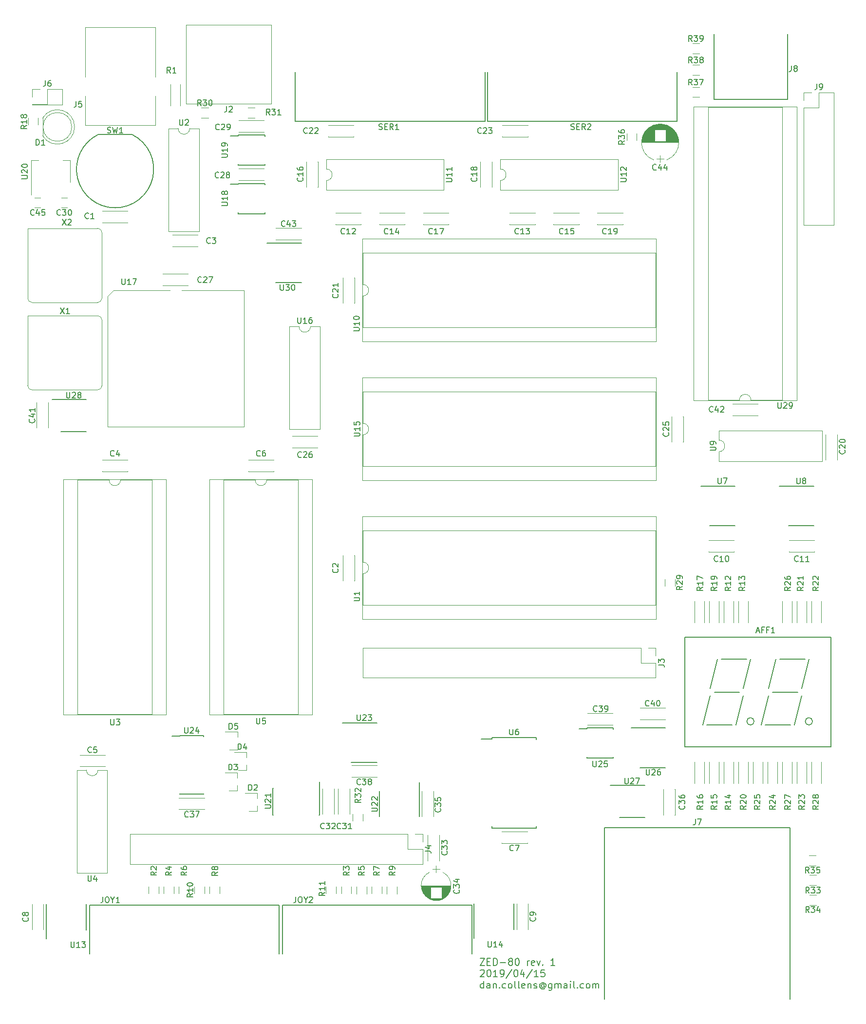
<source format=gbr>
%TF.GenerationSoftware,KiCad,Pcbnew,(5.1.0-0)*%
%TF.CreationDate,2019-04-15T22:40:15-04:00*%
%TF.ProjectId,zed-80,7a65642d-3830-42e6-9b69-6361645f7063,1*%
%TF.SameCoordinates,Original*%
%TF.FileFunction,Legend,Top*%
%TF.FilePolarity,Positive*%
%FSLAX46Y46*%
G04 Gerber Fmt 4.6, Leading zero omitted, Abs format (unit mm)*
G04 Created by KiCad (PCBNEW (5.1.0-0)) date 2019-04-15 22:40:15*
%MOMM*%
%LPD*%
G04 APERTURE LIST*
%ADD10C,0.180000*%
%ADD11C,0.150000*%
%ADD12C,0.120000*%
G04 APERTURE END LIST*
D10*
X95238428Y-176862857D02*
X96038428Y-176862857D01*
X95238428Y-178062857D01*
X96038428Y-178062857D01*
X96495571Y-177434285D02*
X96895571Y-177434285D01*
X97067000Y-178062857D02*
X96495571Y-178062857D01*
X96495571Y-176862857D01*
X97067000Y-176862857D01*
X97581285Y-178062857D02*
X97581285Y-176862857D01*
X97867000Y-176862857D01*
X98038428Y-176920000D01*
X98152714Y-177034285D01*
X98209857Y-177148571D01*
X98267000Y-177377142D01*
X98267000Y-177548571D01*
X98209857Y-177777142D01*
X98152714Y-177891428D01*
X98038428Y-178005714D01*
X97867000Y-178062857D01*
X97581285Y-178062857D01*
X98781285Y-177605714D02*
X99695571Y-177605714D01*
X100438428Y-177377142D02*
X100324142Y-177320000D01*
X100267000Y-177262857D01*
X100209857Y-177148571D01*
X100209857Y-177091428D01*
X100267000Y-176977142D01*
X100324142Y-176920000D01*
X100438428Y-176862857D01*
X100667000Y-176862857D01*
X100781285Y-176920000D01*
X100838428Y-176977142D01*
X100895571Y-177091428D01*
X100895571Y-177148571D01*
X100838428Y-177262857D01*
X100781285Y-177320000D01*
X100667000Y-177377142D01*
X100438428Y-177377142D01*
X100324142Y-177434285D01*
X100267000Y-177491428D01*
X100209857Y-177605714D01*
X100209857Y-177834285D01*
X100267000Y-177948571D01*
X100324142Y-178005714D01*
X100438428Y-178062857D01*
X100667000Y-178062857D01*
X100781285Y-178005714D01*
X100838428Y-177948571D01*
X100895571Y-177834285D01*
X100895571Y-177605714D01*
X100838428Y-177491428D01*
X100781285Y-177434285D01*
X100667000Y-177377142D01*
X101638428Y-176862857D02*
X101752714Y-176862857D01*
X101867000Y-176920000D01*
X101924142Y-176977142D01*
X101981285Y-177091428D01*
X102038428Y-177320000D01*
X102038428Y-177605714D01*
X101981285Y-177834285D01*
X101924142Y-177948571D01*
X101867000Y-178005714D01*
X101752714Y-178062857D01*
X101638428Y-178062857D01*
X101524142Y-178005714D01*
X101467000Y-177948571D01*
X101409857Y-177834285D01*
X101352714Y-177605714D01*
X101352714Y-177320000D01*
X101409857Y-177091428D01*
X101467000Y-176977142D01*
X101524142Y-176920000D01*
X101638428Y-176862857D01*
X103467000Y-178062857D02*
X103467000Y-177262857D01*
X103467000Y-177491428D02*
X103524142Y-177377142D01*
X103581285Y-177320000D01*
X103695571Y-177262857D01*
X103809857Y-177262857D01*
X104667000Y-178005714D02*
X104552714Y-178062857D01*
X104324142Y-178062857D01*
X104209857Y-178005714D01*
X104152714Y-177891428D01*
X104152714Y-177434285D01*
X104209857Y-177320000D01*
X104324142Y-177262857D01*
X104552714Y-177262857D01*
X104667000Y-177320000D01*
X104724142Y-177434285D01*
X104724142Y-177548571D01*
X104152714Y-177662857D01*
X105124142Y-177262857D02*
X105409857Y-178062857D01*
X105695571Y-177262857D01*
X106152714Y-177948571D02*
X106209857Y-178005714D01*
X106152714Y-178062857D01*
X106095571Y-178005714D01*
X106152714Y-177948571D01*
X106152714Y-178062857D01*
X108267000Y-178062857D02*
X107581285Y-178062857D01*
X107924142Y-178062857D02*
X107924142Y-176862857D01*
X107809857Y-177034285D01*
X107695571Y-177148571D01*
X107581285Y-177205714D01*
X95295571Y-178957142D02*
X95352714Y-178900000D01*
X95467000Y-178842857D01*
X95752714Y-178842857D01*
X95867000Y-178900000D01*
X95924142Y-178957142D01*
X95981285Y-179071428D01*
X95981285Y-179185714D01*
X95924142Y-179357142D01*
X95238428Y-180042857D01*
X95981285Y-180042857D01*
X96724142Y-178842857D02*
X96838428Y-178842857D01*
X96952714Y-178900000D01*
X97009857Y-178957142D01*
X97067000Y-179071428D01*
X97124142Y-179300000D01*
X97124142Y-179585714D01*
X97067000Y-179814285D01*
X97009857Y-179928571D01*
X96952714Y-179985714D01*
X96838428Y-180042857D01*
X96724142Y-180042857D01*
X96609857Y-179985714D01*
X96552714Y-179928571D01*
X96495571Y-179814285D01*
X96438428Y-179585714D01*
X96438428Y-179300000D01*
X96495571Y-179071428D01*
X96552714Y-178957142D01*
X96609857Y-178900000D01*
X96724142Y-178842857D01*
X98267000Y-180042857D02*
X97581285Y-180042857D01*
X97924142Y-180042857D02*
X97924142Y-178842857D01*
X97809857Y-179014285D01*
X97695571Y-179128571D01*
X97581285Y-179185714D01*
X98838428Y-180042857D02*
X99067000Y-180042857D01*
X99181285Y-179985714D01*
X99238428Y-179928571D01*
X99352714Y-179757142D01*
X99409857Y-179528571D01*
X99409857Y-179071428D01*
X99352714Y-178957142D01*
X99295571Y-178900000D01*
X99181285Y-178842857D01*
X98952714Y-178842857D01*
X98838428Y-178900000D01*
X98781285Y-178957142D01*
X98724142Y-179071428D01*
X98724142Y-179357142D01*
X98781285Y-179471428D01*
X98838428Y-179528571D01*
X98952714Y-179585714D01*
X99181285Y-179585714D01*
X99295571Y-179528571D01*
X99352714Y-179471428D01*
X99409857Y-179357142D01*
X100781285Y-178785714D02*
X99752714Y-180328571D01*
X101409857Y-178842857D02*
X101524142Y-178842857D01*
X101638428Y-178900000D01*
X101695571Y-178957142D01*
X101752714Y-179071428D01*
X101809857Y-179300000D01*
X101809857Y-179585714D01*
X101752714Y-179814285D01*
X101695571Y-179928571D01*
X101638428Y-179985714D01*
X101524142Y-180042857D01*
X101409857Y-180042857D01*
X101295571Y-179985714D01*
X101238428Y-179928571D01*
X101181285Y-179814285D01*
X101124142Y-179585714D01*
X101124142Y-179300000D01*
X101181285Y-179071428D01*
X101238428Y-178957142D01*
X101295571Y-178900000D01*
X101409857Y-178842857D01*
X102838428Y-179242857D02*
X102838428Y-180042857D01*
X102552714Y-178785714D02*
X102267000Y-179642857D01*
X103009857Y-179642857D01*
X104324142Y-178785714D02*
X103295571Y-180328571D01*
X105352714Y-180042857D02*
X104667000Y-180042857D01*
X105009857Y-180042857D02*
X105009857Y-178842857D01*
X104895571Y-179014285D01*
X104781285Y-179128571D01*
X104667000Y-179185714D01*
X106438428Y-178842857D02*
X105867000Y-178842857D01*
X105809857Y-179414285D01*
X105867000Y-179357142D01*
X105981285Y-179300000D01*
X106267000Y-179300000D01*
X106381285Y-179357142D01*
X106438428Y-179414285D01*
X106495571Y-179528571D01*
X106495571Y-179814285D01*
X106438428Y-179928571D01*
X106381285Y-179985714D01*
X106267000Y-180042857D01*
X105981285Y-180042857D01*
X105867000Y-179985714D01*
X105809857Y-179928571D01*
X95867000Y-182022857D02*
X95867000Y-180822857D01*
X95867000Y-181965714D02*
X95752714Y-182022857D01*
X95524142Y-182022857D01*
X95409857Y-181965714D01*
X95352714Y-181908571D01*
X95295571Y-181794285D01*
X95295571Y-181451428D01*
X95352714Y-181337142D01*
X95409857Y-181280000D01*
X95524142Y-181222857D01*
X95752714Y-181222857D01*
X95867000Y-181280000D01*
X96952714Y-182022857D02*
X96952714Y-181394285D01*
X96895571Y-181280000D01*
X96781285Y-181222857D01*
X96552714Y-181222857D01*
X96438428Y-181280000D01*
X96952714Y-181965714D02*
X96838428Y-182022857D01*
X96552714Y-182022857D01*
X96438428Y-181965714D01*
X96381285Y-181851428D01*
X96381285Y-181737142D01*
X96438428Y-181622857D01*
X96552714Y-181565714D01*
X96838428Y-181565714D01*
X96952714Y-181508571D01*
X97524142Y-181222857D02*
X97524142Y-182022857D01*
X97524142Y-181337142D02*
X97581285Y-181280000D01*
X97695571Y-181222857D01*
X97867000Y-181222857D01*
X97981285Y-181280000D01*
X98038428Y-181394285D01*
X98038428Y-182022857D01*
X98609857Y-181908571D02*
X98667000Y-181965714D01*
X98609857Y-182022857D01*
X98552714Y-181965714D01*
X98609857Y-181908571D01*
X98609857Y-182022857D01*
X99695571Y-181965714D02*
X99581285Y-182022857D01*
X99352714Y-182022857D01*
X99238428Y-181965714D01*
X99181285Y-181908571D01*
X99124142Y-181794285D01*
X99124142Y-181451428D01*
X99181285Y-181337142D01*
X99238428Y-181280000D01*
X99352714Y-181222857D01*
X99581285Y-181222857D01*
X99695571Y-181280000D01*
X100381285Y-182022857D02*
X100267000Y-181965714D01*
X100209857Y-181908571D01*
X100152714Y-181794285D01*
X100152714Y-181451428D01*
X100209857Y-181337142D01*
X100267000Y-181280000D01*
X100381285Y-181222857D01*
X100552714Y-181222857D01*
X100667000Y-181280000D01*
X100724142Y-181337142D01*
X100781285Y-181451428D01*
X100781285Y-181794285D01*
X100724142Y-181908571D01*
X100667000Y-181965714D01*
X100552714Y-182022857D01*
X100381285Y-182022857D01*
X101467000Y-182022857D02*
X101352714Y-181965714D01*
X101295571Y-181851428D01*
X101295571Y-180822857D01*
X102095571Y-182022857D02*
X101981285Y-181965714D01*
X101924142Y-181851428D01*
X101924142Y-180822857D01*
X103009857Y-181965714D02*
X102895571Y-182022857D01*
X102667000Y-182022857D01*
X102552714Y-181965714D01*
X102495571Y-181851428D01*
X102495571Y-181394285D01*
X102552714Y-181280000D01*
X102667000Y-181222857D01*
X102895571Y-181222857D01*
X103009857Y-181280000D01*
X103067000Y-181394285D01*
X103067000Y-181508571D01*
X102495571Y-181622857D01*
X103581285Y-181222857D02*
X103581285Y-182022857D01*
X103581285Y-181337142D02*
X103638428Y-181280000D01*
X103752714Y-181222857D01*
X103924142Y-181222857D01*
X104038428Y-181280000D01*
X104095571Y-181394285D01*
X104095571Y-182022857D01*
X104609857Y-181965714D02*
X104724142Y-182022857D01*
X104952714Y-182022857D01*
X105067000Y-181965714D01*
X105124142Y-181851428D01*
X105124142Y-181794285D01*
X105067000Y-181680000D01*
X104952714Y-181622857D01*
X104781285Y-181622857D01*
X104667000Y-181565714D01*
X104609857Y-181451428D01*
X104609857Y-181394285D01*
X104667000Y-181280000D01*
X104781285Y-181222857D01*
X104952714Y-181222857D01*
X105067000Y-181280000D01*
X106381285Y-181451428D02*
X106324142Y-181394285D01*
X106209857Y-181337142D01*
X106095571Y-181337142D01*
X105981285Y-181394285D01*
X105924142Y-181451428D01*
X105867000Y-181565714D01*
X105867000Y-181680000D01*
X105924142Y-181794285D01*
X105981285Y-181851428D01*
X106095571Y-181908571D01*
X106209857Y-181908571D01*
X106324142Y-181851428D01*
X106381285Y-181794285D01*
X106381285Y-181337142D02*
X106381285Y-181794285D01*
X106438428Y-181851428D01*
X106495571Y-181851428D01*
X106609857Y-181794285D01*
X106667000Y-181680000D01*
X106667000Y-181394285D01*
X106552714Y-181222857D01*
X106381285Y-181108571D01*
X106152714Y-181051428D01*
X105924142Y-181108571D01*
X105752714Y-181222857D01*
X105638428Y-181394285D01*
X105581285Y-181622857D01*
X105638428Y-181851428D01*
X105752714Y-182022857D01*
X105924142Y-182137142D01*
X106152714Y-182194285D01*
X106381285Y-182137142D01*
X106552714Y-182022857D01*
X107695571Y-181222857D02*
X107695571Y-182194285D01*
X107638428Y-182308571D01*
X107581285Y-182365714D01*
X107467000Y-182422857D01*
X107295571Y-182422857D01*
X107181285Y-182365714D01*
X107695571Y-181965714D02*
X107581285Y-182022857D01*
X107352714Y-182022857D01*
X107238428Y-181965714D01*
X107181285Y-181908571D01*
X107124142Y-181794285D01*
X107124142Y-181451428D01*
X107181285Y-181337142D01*
X107238428Y-181280000D01*
X107352714Y-181222857D01*
X107581285Y-181222857D01*
X107695571Y-181280000D01*
X108267000Y-182022857D02*
X108267000Y-181222857D01*
X108267000Y-181337142D02*
X108324142Y-181280000D01*
X108438428Y-181222857D01*
X108609857Y-181222857D01*
X108724142Y-181280000D01*
X108781285Y-181394285D01*
X108781285Y-182022857D01*
X108781285Y-181394285D02*
X108838428Y-181280000D01*
X108952714Y-181222857D01*
X109124142Y-181222857D01*
X109238428Y-181280000D01*
X109295571Y-181394285D01*
X109295571Y-182022857D01*
X110381285Y-182022857D02*
X110381285Y-181394285D01*
X110324142Y-181280000D01*
X110209857Y-181222857D01*
X109981285Y-181222857D01*
X109867000Y-181280000D01*
X110381285Y-181965714D02*
X110267000Y-182022857D01*
X109981285Y-182022857D01*
X109867000Y-181965714D01*
X109809857Y-181851428D01*
X109809857Y-181737142D01*
X109867000Y-181622857D01*
X109981285Y-181565714D01*
X110267000Y-181565714D01*
X110381285Y-181508571D01*
X110952714Y-182022857D02*
X110952714Y-181222857D01*
X110952714Y-180822857D02*
X110895571Y-180880000D01*
X110952714Y-180937142D01*
X111009857Y-180880000D01*
X110952714Y-180822857D01*
X110952714Y-180937142D01*
X111695571Y-182022857D02*
X111581285Y-181965714D01*
X111524142Y-181851428D01*
X111524142Y-180822857D01*
X112152714Y-181908571D02*
X112209857Y-181965714D01*
X112152714Y-182022857D01*
X112095571Y-181965714D01*
X112152714Y-181908571D01*
X112152714Y-182022857D01*
X113238428Y-181965714D02*
X113124142Y-182022857D01*
X112895571Y-182022857D01*
X112781285Y-181965714D01*
X112724142Y-181908571D01*
X112667000Y-181794285D01*
X112667000Y-181451428D01*
X112724142Y-181337142D01*
X112781285Y-181280000D01*
X112895571Y-181222857D01*
X113124142Y-181222857D01*
X113238428Y-181280000D01*
X113924142Y-182022857D02*
X113809857Y-181965714D01*
X113752714Y-181908571D01*
X113695571Y-181794285D01*
X113695571Y-181451428D01*
X113752714Y-181337142D01*
X113809857Y-181280000D01*
X113924142Y-181222857D01*
X114095571Y-181222857D01*
X114209857Y-181280000D01*
X114267000Y-181337142D01*
X114324142Y-181451428D01*
X114324142Y-181794285D01*
X114267000Y-181908571D01*
X114209857Y-181965714D01*
X114095571Y-182022857D01*
X113924142Y-182022857D01*
X114838428Y-182022857D02*
X114838428Y-181222857D01*
X114838428Y-181337142D02*
X114895571Y-181280000D01*
X115009857Y-181222857D01*
X115181285Y-181222857D01*
X115295571Y-181280000D01*
X115352714Y-181394285D01*
X115352714Y-182022857D01*
X115352714Y-181394285D02*
X115409857Y-181280000D01*
X115524142Y-181222857D01*
X115695571Y-181222857D01*
X115809857Y-181280000D01*
X115867000Y-181394285D01*
X115867000Y-182022857D01*
D11*
X135900000Y-27600000D02*
X135900000Y-16200000D01*
X148700000Y-27600000D02*
X135900000Y-27600000D01*
X148700000Y-16200000D02*
X148700000Y-27600000D01*
D12*
X28760000Y-65160000D02*
X16610000Y-65160000D01*
X29510000Y-77310000D02*
X29510000Y-65910000D01*
X17360000Y-78060000D02*
X28760000Y-78060000D01*
X16610000Y-65160000D02*
X16610000Y-77310000D01*
X16610000Y-77310000D02*
G75*
G03X17360000Y-78060000I750000J0D01*
G01*
X28760000Y-78060000D02*
G75*
G03X29510000Y-77310000I0J750000D01*
G01*
X29510000Y-65910000D02*
G75*
G03X28760000Y-65160000I-750000J0D01*
G01*
D11*
X59725000Y-59400000D02*
X64175000Y-59400000D01*
X58200000Y-52500000D02*
X64175000Y-52500000D01*
D12*
X140330000Y-79830000D02*
G75*
G02X142330000Y-79830000I1000000J0D01*
G01*
X142330000Y-79830000D02*
X147790000Y-79830000D01*
X147790000Y-79830000D02*
X147790000Y-28910000D01*
X147790000Y-28910000D02*
X134870000Y-28910000D01*
X134870000Y-28910000D02*
X134870000Y-79830000D01*
X134870000Y-79830000D02*
X140330000Y-79830000D01*
X150280000Y-79890000D02*
X150280000Y-28850000D01*
X150280000Y-28850000D02*
X132380000Y-28850000D01*
X132380000Y-28850000D02*
X132380000Y-79890000D01*
X132380000Y-79890000D02*
X150280000Y-79890000D01*
D11*
X22400000Y-85275000D02*
X26800000Y-85275000D01*
X20825000Y-79750000D02*
X26800000Y-79750000D01*
X119450000Y-152325000D02*
X123850000Y-152325000D01*
X117875000Y-146800000D02*
X123850000Y-146800000D01*
X123025000Y-143700000D02*
X127475000Y-143700000D01*
X121500000Y-136800000D02*
X127475000Y-136800000D01*
X113775000Y-136825000D02*
X113775000Y-136950000D01*
X118425000Y-136825000D02*
X118425000Y-137050000D01*
X118425000Y-142075000D02*
X118425000Y-141850000D01*
X113775000Y-142075000D02*
X113775000Y-141850000D01*
X113775000Y-136825000D02*
X118425000Y-136825000D01*
X113775000Y-142075000D02*
X118425000Y-142075000D01*
X113775000Y-136950000D02*
X112425000Y-136950000D01*
X43025000Y-138175000D02*
X43025000Y-138200000D01*
X47175000Y-138175000D02*
X47175000Y-138280000D01*
X47175000Y-148325000D02*
X47175000Y-148220000D01*
X43025000Y-148325000D02*
X43025000Y-148220000D01*
X43025000Y-138175000D02*
X47175000Y-138175000D01*
X43025000Y-148325000D02*
X47175000Y-148325000D01*
X43025000Y-138200000D02*
X41650000Y-138200000D01*
X72875000Y-142800000D02*
X77325000Y-142800000D01*
X71350000Y-135900000D02*
X77325000Y-135900000D01*
X77750000Y-147775000D02*
X77750000Y-152225000D01*
X84650000Y-146250000D02*
X84650000Y-152225000D01*
X67275000Y-151925000D02*
X67250000Y-151925000D01*
X59225000Y-151925000D02*
X59250000Y-151925000D01*
X59225000Y-147275000D02*
X59250000Y-147275000D01*
X67325000Y-146200000D02*
X67325000Y-151925000D01*
X59225000Y-147275000D02*
X59225000Y-151925000D01*
D12*
X24010000Y-38190000D02*
X22750000Y-38190000D01*
X17190000Y-38190000D02*
X18450000Y-38190000D01*
X24010000Y-41950000D02*
X24010000Y-38190000D01*
X17190000Y-44200000D02*
X17190000Y-38190000D01*
D11*
X53175000Y-33775000D02*
X53175000Y-33900000D01*
X57825000Y-33775000D02*
X57825000Y-34000000D01*
X57825000Y-39025000D02*
X57825000Y-38800000D01*
X53175000Y-39025000D02*
X53175000Y-38800000D01*
X53175000Y-33775000D02*
X57825000Y-33775000D01*
X53175000Y-39025000D02*
X57825000Y-39025000D01*
X53175000Y-33900000D02*
X51825000Y-33900000D01*
X53225000Y-42175000D02*
X53225000Y-42300000D01*
X57875000Y-42175000D02*
X57875000Y-42400000D01*
X57875000Y-47425000D02*
X57875000Y-47200000D01*
X53225000Y-47425000D02*
X53225000Y-47200000D01*
X53225000Y-42175000D02*
X57875000Y-42175000D01*
X53225000Y-47425000D02*
X57875000Y-47425000D01*
X53225000Y-42300000D02*
X51875000Y-42300000D01*
D12*
X65770000Y-67020000D02*
G75*
G02X63770000Y-67020000I-1000000J0D01*
G01*
X63770000Y-67020000D02*
X62120000Y-67020000D01*
X62120000Y-67020000D02*
X62120000Y-84920000D01*
X62120000Y-84920000D02*
X67420000Y-84920000D01*
X67420000Y-84920000D02*
X67420000Y-67020000D01*
X67420000Y-67020000D02*
X65770000Y-67020000D01*
X74870000Y-83860000D02*
G75*
G02X74870000Y-85860000I0J-1000000D01*
G01*
X74870000Y-85860000D02*
X74870000Y-91320000D01*
X74870000Y-91320000D02*
X125790000Y-91320000D01*
X125790000Y-91320000D02*
X125790000Y-78400000D01*
X125790000Y-78400000D02*
X74870000Y-78400000D01*
X74870000Y-78400000D02*
X74870000Y-83860000D01*
X74810000Y-93810000D02*
X125850000Y-93810000D01*
X125850000Y-93810000D02*
X125850000Y-75910000D01*
X125850000Y-75910000D02*
X74810000Y-75910000D01*
X74810000Y-75910000D02*
X74810000Y-93810000D01*
D11*
X101100000Y-171825000D02*
X101100000Y-167375000D01*
X94200000Y-173350000D02*
X94200000Y-167375000D01*
X26750000Y-171925000D02*
X26750000Y-167475000D01*
X19850000Y-173450000D02*
X19850000Y-167475000D01*
D12*
X98758800Y-39664000D02*
G75*
G02X98758800Y-41664000I0J-1000000D01*
G01*
X98758800Y-41664000D02*
X98758800Y-43314000D01*
X98758800Y-43314000D02*
X119198800Y-43314000D01*
X119198800Y-43314000D02*
X119198800Y-38014000D01*
X119198800Y-38014000D02*
X98758800Y-38014000D01*
X98758800Y-38014000D02*
X98758800Y-39664000D01*
X68520000Y-39664000D02*
G75*
G02X68520000Y-41664000I0J-1000000D01*
G01*
X68520000Y-41664000D02*
X68520000Y-43314000D01*
X68520000Y-43314000D02*
X88960000Y-43314000D01*
X88960000Y-43314000D02*
X88960000Y-38014000D01*
X88960000Y-38014000D02*
X68520000Y-38014000D01*
X68520000Y-38014000D02*
X68520000Y-39664000D01*
X74870000Y-59730000D02*
G75*
G02X74870000Y-61730000I0J-1000000D01*
G01*
X74870000Y-61730000D02*
X74870000Y-67190000D01*
X74870000Y-67190000D02*
X125790000Y-67190000D01*
X125790000Y-67190000D02*
X125790000Y-54270000D01*
X125790000Y-54270000D02*
X74870000Y-54270000D01*
X74870000Y-54270000D02*
X74870000Y-59730000D01*
X74810000Y-69680000D02*
X125850000Y-69680000D01*
X125850000Y-69680000D02*
X125850000Y-51780000D01*
X125850000Y-51780000D02*
X74810000Y-51780000D01*
X74810000Y-51780000D02*
X74810000Y-69680000D01*
X136770000Y-86790000D02*
G75*
G02X136770000Y-88790000I0J-1000000D01*
G01*
X136770000Y-88790000D02*
X136770000Y-90440000D01*
X136770000Y-90440000D02*
X154670000Y-90440000D01*
X154670000Y-90440000D02*
X154670000Y-85140000D01*
X154670000Y-85140000D02*
X136770000Y-85140000D01*
X136770000Y-85140000D02*
X136770000Y-86790000D01*
D11*
X148825000Y-101650000D02*
X153275000Y-101650000D01*
X147300000Y-94750000D02*
X153275000Y-94750000D01*
X135125000Y-101650000D02*
X139575000Y-101650000D01*
X133600000Y-94750000D02*
X139575000Y-94750000D01*
X97275000Y-138475000D02*
X97275000Y-138750000D01*
X105025000Y-138475000D02*
X105025000Y-138840000D01*
X105025000Y-154225000D02*
X105025000Y-153860000D01*
X97275000Y-154225000D02*
X97275000Y-153860000D01*
X97275000Y-138475000D02*
X105025000Y-138475000D01*
X97275000Y-154225000D02*
X105025000Y-154225000D01*
X97275000Y-138750000D02*
X95450000Y-138750000D01*
D12*
X58150000Y-93690000D02*
G75*
G02X56150000Y-93690000I-1000000J0D01*
G01*
X56150000Y-93690000D02*
X50690000Y-93690000D01*
X50690000Y-93690000D02*
X50690000Y-134450000D01*
X50690000Y-134450000D02*
X63610000Y-134450000D01*
X63610000Y-134450000D02*
X63610000Y-93690000D01*
X63610000Y-93690000D02*
X58150000Y-93690000D01*
X48200000Y-93630000D02*
X48200000Y-134510000D01*
X48200000Y-134510000D02*
X66100000Y-134510000D01*
X66100000Y-134510000D02*
X66100000Y-93630000D01*
X66100000Y-93630000D02*
X48200000Y-93630000D01*
X28810000Y-144120000D02*
G75*
G02X26810000Y-144120000I-1000000J0D01*
G01*
X26810000Y-144120000D02*
X25160000Y-144120000D01*
X25160000Y-144120000D02*
X25160000Y-162020000D01*
X25160000Y-162020000D02*
X30460000Y-162020000D01*
X30460000Y-162020000D02*
X30460000Y-144120000D01*
X30460000Y-144120000D02*
X28810000Y-144120000D01*
X32750000Y-93690000D02*
G75*
G02X30750000Y-93690000I-1000000J0D01*
G01*
X30750000Y-93690000D02*
X25290000Y-93690000D01*
X25290000Y-93690000D02*
X25290000Y-134450000D01*
X25290000Y-134450000D02*
X38210000Y-134450000D01*
X38210000Y-134450000D02*
X38210000Y-93690000D01*
X38210000Y-93690000D02*
X32750000Y-93690000D01*
X22800000Y-93630000D02*
X22800000Y-134510000D01*
X22800000Y-134510000D02*
X40700000Y-134510000D01*
X40700000Y-134510000D02*
X40700000Y-93630000D01*
X40700000Y-93630000D02*
X22800000Y-93630000D01*
X44760000Y-32620000D02*
G75*
G02X42760000Y-32620000I-1000000J0D01*
G01*
X42760000Y-32620000D02*
X41110000Y-32620000D01*
X41110000Y-32620000D02*
X41110000Y-50520000D01*
X41110000Y-50520000D02*
X46410000Y-50520000D01*
X46410000Y-50520000D02*
X46410000Y-32620000D01*
X46410000Y-32620000D02*
X44760000Y-32620000D01*
X74870000Y-107990000D02*
G75*
G02X74870000Y-109990000I0J-1000000D01*
G01*
X74870000Y-109990000D02*
X74870000Y-115450000D01*
X74870000Y-115450000D02*
X125790000Y-115450000D01*
X125790000Y-115450000D02*
X125790000Y-102530000D01*
X125790000Y-102530000D02*
X74870000Y-102530000D01*
X74870000Y-102530000D02*
X74870000Y-107990000D01*
X74810000Y-117940000D02*
X125850000Y-117940000D01*
X125850000Y-117940000D02*
X125850000Y-100040000D01*
X125850000Y-100040000D02*
X74810000Y-100040000D01*
X74810000Y-100040000D02*
X74810000Y-117940000D01*
D11*
X28813632Y-33693203D02*
G75*
G03X34800000Y-33700000I2986368J-6006797D01*
G01*
X28800000Y-33700000D02*
X34800000Y-33700000D01*
D12*
X133350000Y-19580000D02*
X132150000Y-19580000D01*
X132150000Y-17820000D02*
X133350000Y-17820000D01*
X133350000Y-23330000D02*
X132150000Y-23330000D01*
X132150000Y-21570000D02*
X133350000Y-21570000D01*
X133350000Y-27180000D02*
X132150000Y-27180000D01*
X132150000Y-25420000D02*
X133350000Y-25420000D01*
X122480000Y-33500000D02*
X122480000Y-34700000D01*
X120720000Y-34700000D02*
X120720000Y-33500000D01*
X152450000Y-158970000D02*
X153650000Y-158970000D01*
X153650000Y-160730000D02*
X152450000Y-160730000D01*
X152500000Y-165820000D02*
X153700000Y-165820000D01*
X153700000Y-167580000D02*
X152500000Y-167580000D01*
X153700000Y-164130000D02*
X152500000Y-164130000D01*
X152500000Y-162370000D02*
X153700000Y-162370000D01*
X74880000Y-151750000D02*
X74880000Y-152950000D01*
X73120000Y-152950000D02*
X73120000Y-151750000D01*
X54900000Y-29020000D02*
X56100000Y-29020000D01*
X56100000Y-30780000D02*
X54900000Y-30780000D01*
X48000000Y-30780000D02*
X46800000Y-30780000D01*
X46800000Y-29020000D02*
X48000000Y-29020000D01*
X129150000Y-110930000D02*
X129150000Y-112130000D01*
X127390000Y-112130000D02*
X127390000Y-110930000D01*
X18430000Y-30800000D02*
X18430000Y-32000000D01*
X16670000Y-32000000D02*
X16670000Y-30800000D01*
X68470000Y-165600000D02*
X68470000Y-164400000D01*
X70230000Y-164400000D02*
X70230000Y-165600000D01*
X45570000Y-165600000D02*
X45570000Y-164400000D01*
X47330000Y-164400000D02*
X47330000Y-165600000D01*
X79033200Y-165614760D02*
X79033200Y-164414760D01*
X80793200Y-164414760D02*
X80793200Y-165614760D01*
X48220000Y-165600000D02*
X48220000Y-164400000D01*
X49980000Y-164400000D02*
X49980000Y-165600000D01*
X76391600Y-165592000D02*
X76391600Y-164392000D01*
X78151600Y-164392000D02*
X78151600Y-165592000D01*
X42884400Y-165585664D02*
X42884400Y-164385664D01*
X44644400Y-164385664D02*
X44644400Y-165585664D01*
X73750000Y-165614760D02*
X73750000Y-164414760D01*
X75510000Y-164414760D02*
X75510000Y-165614760D01*
X40242800Y-165581200D02*
X40242800Y-164381200D01*
X42002800Y-164381200D02*
X42002800Y-165581200D01*
X71108400Y-165592000D02*
X71108400Y-164392000D01*
X72868400Y-164392000D02*
X72868400Y-165592000D01*
X37601200Y-165581200D02*
X37601200Y-164381200D01*
X39361200Y-164381200D02*
X39361200Y-165581200D01*
X43160000Y-24930000D02*
X43160000Y-28650000D01*
X41440000Y-24930000D02*
X41440000Y-28650000D01*
X151520000Y-49400000D02*
X156720000Y-49400000D01*
X151520000Y-29020000D02*
X151520000Y-49400000D01*
X156720000Y-26420000D02*
X156720000Y-49400000D01*
X151520000Y-29020000D02*
X154120000Y-29020000D01*
X154120000Y-29020000D02*
X154120000Y-26420000D01*
X154120000Y-26420000D02*
X156720000Y-26420000D01*
X151520000Y-27750000D02*
X151520000Y-26420000D01*
X151520000Y-26420000D02*
X152850000Y-26420000D01*
D11*
X149100000Y-154100000D02*
X149100000Y-183950000D01*
X116900000Y-154100000D02*
X149100000Y-154100000D01*
X116900000Y-183950000D02*
X116900000Y-154100000D01*
D12*
X17420000Y-28480000D02*
X22620000Y-28480000D01*
X17420000Y-28420000D02*
X17420000Y-28480000D01*
X22620000Y-25820000D02*
X22620000Y-28480000D01*
X17420000Y-28420000D02*
X20020000Y-28420000D01*
X20020000Y-28420000D02*
X20020000Y-25820000D01*
X20020000Y-25820000D02*
X22620000Y-25820000D01*
X17420000Y-27150000D02*
X17420000Y-25820000D01*
X17420000Y-25820000D02*
X18750000Y-25820000D01*
X38770000Y-23650000D02*
X38770000Y-15010000D01*
X38770000Y-32030000D02*
X38770000Y-26950000D01*
X26570000Y-23650000D02*
X26570000Y-15010000D01*
X26570000Y-32030000D02*
X26570000Y-26950000D01*
X26570000Y-15010000D02*
X38770000Y-15010000D01*
X38770000Y-32030000D02*
X26570000Y-32030000D01*
X34360000Y-155270000D02*
X34360000Y-160470000D01*
X82680000Y-155270000D02*
X34360000Y-155270000D01*
X85280000Y-160470000D02*
X34360000Y-160470000D01*
X82680000Y-155270000D02*
X82680000Y-157870000D01*
X82680000Y-157870000D02*
X85280000Y-157870000D01*
X85280000Y-157870000D02*
X85280000Y-160470000D01*
X83950000Y-155270000D02*
X85280000Y-155270000D01*
X85280000Y-155270000D02*
X85280000Y-156600000D01*
X53110000Y-140630000D02*
X53110000Y-139700000D01*
X53110000Y-137470000D02*
X53110000Y-138400000D01*
X53110000Y-137470000D02*
X50950000Y-137470000D01*
X53110000Y-140630000D02*
X51650000Y-140630000D01*
X54660000Y-144180000D02*
X54660000Y-143250000D01*
X54660000Y-141020000D02*
X54660000Y-141950000D01*
X54660000Y-141020000D02*
X52500000Y-141020000D01*
X54660000Y-144180000D02*
X53200000Y-144180000D01*
X53060000Y-147730000D02*
X53060000Y-146800000D01*
X53060000Y-144570000D02*
X53060000Y-145500000D01*
X53060000Y-144570000D02*
X50900000Y-144570000D01*
X53060000Y-147730000D02*
X51600000Y-147730000D01*
X56510000Y-151280000D02*
X56510000Y-150350000D01*
X56510000Y-148120000D02*
X56510000Y-149050000D01*
X56510000Y-148120000D02*
X54350000Y-148120000D01*
X56510000Y-151280000D02*
X55050000Y-151280000D01*
X24760000Y-32350462D02*
G75*
G03X19210000Y-30805170I-2990000J462D01*
G01*
X24760000Y-32349538D02*
G75*
G02X19210000Y-33894830I-2990000J-462D01*
G01*
X24270000Y-32350000D02*
G75*
G03X24270000Y-32350000I-2500000J0D01*
G01*
X19210000Y-30805000D02*
X19210000Y-33895000D01*
X18800000Y-44650000D02*
X17800000Y-44650000D01*
X17800000Y-46350000D02*
X18800000Y-46350000D01*
X125370864Y-32032180D02*
G75*
G03X125370000Y-38067482I1179136J-3017820D01*
G01*
X127729136Y-32032180D02*
G75*
G02X127730000Y-38067482I-1179136J-3017820D01*
G01*
X127729136Y-32032180D02*
G75*
G03X125370000Y-32032518I-1179136J-3017820D01*
G01*
X123350000Y-35050000D02*
X129750000Y-35050000D01*
X123350000Y-35010000D02*
X129750000Y-35010000D01*
X123350000Y-34970000D02*
X129750000Y-34970000D01*
X123352000Y-34930000D02*
X129748000Y-34930000D01*
X123353000Y-34890000D02*
X129747000Y-34890000D01*
X123356000Y-34850000D02*
X129744000Y-34850000D01*
X123358000Y-34810000D02*
X129742000Y-34810000D01*
X123362000Y-34770000D02*
X125570000Y-34770000D01*
X127530000Y-34770000D02*
X129738000Y-34770000D01*
X123365000Y-34730000D02*
X125570000Y-34730000D01*
X127530000Y-34730000D02*
X129735000Y-34730000D01*
X123370000Y-34690000D02*
X125570000Y-34690000D01*
X127530000Y-34690000D02*
X129730000Y-34690000D01*
X123374000Y-34650000D02*
X125570000Y-34650000D01*
X127530000Y-34650000D02*
X129726000Y-34650000D01*
X123380000Y-34610000D02*
X125570000Y-34610000D01*
X127530000Y-34610000D02*
X129720000Y-34610000D01*
X123385000Y-34570000D02*
X125570000Y-34570000D01*
X127530000Y-34570000D02*
X129715000Y-34570000D01*
X123392000Y-34530000D02*
X125570000Y-34530000D01*
X127530000Y-34530000D02*
X129708000Y-34530000D01*
X123398000Y-34490000D02*
X125570000Y-34490000D01*
X127530000Y-34490000D02*
X129702000Y-34490000D01*
X123406000Y-34450000D02*
X125570000Y-34450000D01*
X127530000Y-34450000D02*
X129694000Y-34450000D01*
X123413000Y-34410000D02*
X125570000Y-34410000D01*
X127530000Y-34410000D02*
X129687000Y-34410000D01*
X123422000Y-34370000D02*
X125570000Y-34370000D01*
X127530000Y-34370000D02*
X129678000Y-34370000D01*
X123431000Y-34329000D02*
X125570000Y-34329000D01*
X127530000Y-34329000D02*
X129669000Y-34329000D01*
X123440000Y-34289000D02*
X125570000Y-34289000D01*
X127530000Y-34289000D02*
X129660000Y-34289000D01*
X123450000Y-34249000D02*
X125570000Y-34249000D01*
X127530000Y-34249000D02*
X129650000Y-34249000D01*
X123460000Y-34209000D02*
X125570000Y-34209000D01*
X127530000Y-34209000D02*
X129640000Y-34209000D01*
X123471000Y-34169000D02*
X125570000Y-34169000D01*
X127530000Y-34169000D02*
X129629000Y-34169000D01*
X123483000Y-34129000D02*
X125570000Y-34129000D01*
X127530000Y-34129000D02*
X129617000Y-34129000D01*
X123495000Y-34089000D02*
X125570000Y-34089000D01*
X127530000Y-34089000D02*
X129605000Y-34089000D01*
X123508000Y-34049000D02*
X125570000Y-34049000D01*
X127530000Y-34049000D02*
X129592000Y-34049000D01*
X123521000Y-34009000D02*
X125570000Y-34009000D01*
X127530000Y-34009000D02*
X129579000Y-34009000D01*
X123535000Y-33969000D02*
X125570000Y-33969000D01*
X127530000Y-33969000D02*
X129565000Y-33969000D01*
X123549000Y-33929000D02*
X125570000Y-33929000D01*
X127530000Y-33929000D02*
X129551000Y-33929000D01*
X123564000Y-33889000D02*
X125570000Y-33889000D01*
X127530000Y-33889000D02*
X129536000Y-33889000D01*
X123580000Y-33849000D02*
X125570000Y-33849000D01*
X127530000Y-33849000D02*
X129520000Y-33849000D01*
X123596000Y-33809000D02*
X125570000Y-33809000D01*
X127530000Y-33809000D02*
X129504000Y-33809000D01*
X123613000Y-33769000D02*
X125570000Y-33769000D01*
X127530000Y-33769000D02*
X129487000Y-33769000D01*
X123631000Y-33729000D02*
X125570000Y-33729000D01*
X127530000Y-33729000D02*
X129469000Y-33729000D01*
X123649000Y-33689000D02*
X125570000Y-33689000D01*
X127530000Y-33689000D02*
X129451000Y-33689000D01*
X123668000Y-33649000D02*
X125570000Y-33649000D01*
X127530000Y-33649000D02*
X129432000Y-33649000D01*
X123687000Y-33609000D02*
X125570000Y-33609000D01*
X127530000Y-33609000D02*
X129413000Y-33609000D01*
X123707000Y-33569000D02*
X125570000Y-33569000D01*
X127530000Y-33569000D02*
X129393000Y-33569000D01*
X123728000Y-33529000D02*
X125570000Y-33529000D01*
X127530000Y-33529000D02*
X129372000Y-33529000D01*
X123750000Y-33489000D02*
X125570000Y-33489000D01*
X127530000Y-33489000D02*
X129350000Y-33489000D01*
X123772000Y-33449000D02*
X125570000Y-33449000D01*
X127530000Y-33449000D02*
X129328000Y-33449000D01*
X123795000Y-33409000D02*
X125570000Y-33409000D01*
X127530000Y-33409000D02*
X129305000Y-33409000D01*
X123819000Y-33369000D02*
X125570000Y-33369000D01*
X127530000Y-33369000D02*
X129281000Y-33369000D01*
X123844000Y-33329000D02*
X125570000Y-33329000D01*
X127530000Y-33329000D02*
X129256000Y-33329000D01*
X123869000Y-33289000D02*
X125570000Y-33289000D01*
X127530000Y-33289000D02*
X129231000Y-33289000D01*
X123896000Y-33249000D02*
X125570000Y-33249000D01*
X127530000Y-33249000D02*
X129204000Y-33249000D01*
X123923000Y-33209000D02*
X125570000Y-33209000D01*
X127530000Y-33209000D02*
X129177000Y-33209000D01*
X123951000Y-33169000D02*
X125570000Y-33169000D01*
X127530000Y-33169000D02*
X129149000Y-33169000D01*
X123980000Y-33129000D02*
X125570000Y-33129000D01*
X127530000Y-33129000D02*
X129120000Y-33129000D01*
X124010000Y-33089000D02*
X125570000Y-33089000D01*
X127530000Y-33089000D02*
X129090000Y-33089000D01*
X124040000Y-33049000D02*
X125570000Y-33049000D01*
X127530000Y-33049000D02*
X129060000Y-33049000D01*
X124072000Y-33009000D02*
X125570000Y-33009000D01*
X127530000Y-33009000D02*
X129028000Y-33009000D01*
X124105000Y-32969000D02*
X125570000Y-32969000D01*
X127530000Y-32969000D02*
X128995000Y-32969000D01*
X124139000Y-32929000D02*
X125570000Y-32929000D01*
X127530000Y-32929000D02*
X128961000Y-32929000D01*
X124175000Y-32889000D02*
X125570000Y-32889000D01*
X127530000Y-32889000D02*
X128925000Y-32889000D01*
X124211000Y-32849000D02*
X125570000Y-32849000D01*
X127530000Y-32849000D02*
X128889000Y-32849000D01*
X124249000Y-32809000D02*
X128851000Y-32809000D01*
X124288000Y-32769000D02*
X128812000Y-32769000D01*
X124328000Y-32729000D02*
X128772000Y-32729000D01*
X124370000Y-32689000D02*
X128730000Y-32689000D01*
X124413000Y-32649000D02*
X128687000Y-32649000D01*
X124458000Y-32609000D02*
X128642000Y-32609000D01*
X124505000Y-32569000D02*
X128595000Y-32569000D01*
X124553000Y-32529000D02*
X128547000Y-32529000D01*
X124604000Y-32489000D02*
X128496000Y-32489000D01*
X124656000Y-32449000D02*
X128444000Y-32449000D01*
X124711000Y-32409000D02*
X128389000Y-32409000D01*
X124769000Y-32369000D02*
X128331000Y-32369000D01*
X124829000Y-32329000D02*
X128271000Y-32329000D01*
X124892000Y-32289000D02*
X128208000Y-32289000D01*
X124959000Y-32249000D02*
X128141000Y-32249000D01*
X125030000Y-32209000D02*
X128070000Y-32209000D01*
X125105000Y-32169000D02*
X127995000Y-32169000D01*
X125186000Y-32129000D02*
X127914000Y-32129000D01*
X125272000Y-32089000D02*
X127828000Y-32089000D01*
X125366000Y-32049000D02*
X127734000Y-32049000D01*
X125469000Y-32009000D02*
X127631000Y-32009000D01*
X125584000Y-31969000D02*
X127516000Y-31969000D01*
X125716000Y-31929000D02*
X127384000Y-31929000D01*
X125874000Y-31889000D02*
X127226000Y-31889000D01*
X126082000Y-31849000D02*
X127018000Y-31849000D01*
X126550000Y-38500000D02*
X126550000Y-37300000D01*
X125900000Y-37900000D02*
X127200000Y-37900000D01*
X64160000Y-51960000D02*
X59740000Y-51960000D01*
X64160000Y-49940000D02*
X59740000Y-49940000D01*
X64160000Y-51960000D02*
X64160000Y-51946000D01*
X64160000Y-49954000D02*
X64160000Y-49940000D01*
X59740000Y-51960000D02*
X59740000Y-51946000D01*
X59740000Y-49954000D02*
X59740000Y-49940000D01*
X139090000Y-80490000D02*
X143510000Y-80490000D01*
X139090000Y-82510000D02*
X143510000Y-82510000D01*
X139090000Y-80490000D02*
X139090000Y-80504000D01*
X139090000Y-82496000D02*
X139090000Y-82510000D01*
X143510000Y-80490000D02*
X143510000Y-80504000D01*
X143510000Y-82496000D02*
X143510000Y-82510000D01*
X20160000Y-80240000D02*
X20160000Y-84660000D01*
X18140000Y-80240000D02*
X18140000Y-84660000D01*
X20160000Y-80240000D02*
X20146000Y-80240000D01*
X18154000Y-80240000D02*
X18140000Y-80240000D01*
X20160000Y-84660000D02*
X20146000Y-84660000D01*
X18154000Y-84660000D02*
X18140000Y-84660000D01*
X127460000Y-135360000D02*
X123040000Y-135360000D01*
X127460000Y-133340000D02*
X123040000Y-133340000D01*
X127460000Y-135360000D02*
X127460000Y-135346000D01*
X127460000Y-133354000D02*
X127460000Y-133340000D01*
X123040000Y-135360000D02*
X123040000Y-135346000D01*
X123040000Y-133354000D02*
X123040000Y-133340000D01*
X118310000Y-136260000D02*
X113890000Y-136260000D01*
X118310000Y-134240000D02*
X113890000Y-134240000D01*
X118310000Y-136260000D02*
X118310000Y-136246000D01*
X118310000Y-134254000D02*
X118310000Y-134240000D01*
X113890000Y-136260000D02*
X113890000Y-136246000D01*
X113890000Y-134254000D02*
X113890000Y-134240000D01*
X77310000Y-145310000D02*
X72890000Y-145310000D01*
X77310000Y-143290000D02*
X72890000Y-143290000D01*
X77310000Y-145310000D02*
X77310000Y-145296000D01*
X77310000Y-143304000D02*
X77310000Y-143290000D01*
X72890000Y-145310000D02*
X72890000Y-145296000D01*
X72890000Y-143304000D02*
X72890000Y-143290000D01*
X47310000Y-150960000D02*
X42890000Y-150960000D01*
X47310000Y-148940000D02*
X42890000Y-148940000D01*
X47310000Y-150960000D02*
X47310000Y-150946000D01*
X47310000Y-148954000D02*
X47310000Y-148940000D01*
X42890000Y-150960000D02*
X42890000Y-150946000D01*
X42890000Y-148954000D02*
X42890000Y-148940000D01*
X129110000Y-147490000D02*
X129110000Y-151910000D01*
X127090000Y-147490000D02*
X127090000Y-151910000D01*
X129110000Y-147490000D02*
X129096000Y-147490000D01*
X127104000Y-147490000D02*
X127090000Y-147490000D01*
X129110000Y-151910000D02*
X129096000Y-151910000D01*
X127104000Y-151910000D02*
X127090000Y-151910000D01*
X85140000Y-152210000D02*
X85140000Y-147790000D01*
X87160000Y-152210000D02*
X87160000Y-147790000D01*
X85140000Y-152210000D02*
X85154000Y-152210000D01*
X87146000Y-152210000D02*
X87160000Y-152210000D01*
X85140000Y-147790000D02*
X85154000Y-147790000D01*
X87146000Y-147790000D02*
X87160000Y-147790000D01*
X88779723Y-166505722D02*
G75*
G03X88780000Y-161894420I-1179723J2305722D01*
G01*
X86420277Y-166505722D02*
G75*
G02X86420000Y-161894420I1179723J2305722D01*
G01*
X86420277Y-166505722D02*
G75*
G03X88780000Y-166505580I1179723J2305722D01*
G01*
X90150000Y-164200000D02*
X85050000Y-164200000D01*
X90150000Y-164240000D02*
X85050000Y-164240000D01*
X90149000Y-164280000D02*
X85051000Y-164280000D01*
X90148000Y-164320000D02*
X85052000Y-164320000D01*
X90146000Y-164360000D02*
X85054000Y-164360000D01*
X90143000Y-164400000D02*
X85057000Y-164400000D01*
X90139000Y-164440000D02*
X85061000Y-164440000D01*
X90135000Y-164480000D02*
X88580000Y-164480000D01*
X86620000Y-164480000D02*
X85065000Y-164480000D01*
X90131000Y-164520000D02*
X88580000Y-164520000D01*
X86620000Y-164520000D02*
X85069000Y-164520000D01*
X90125000Y-164560000D02*
X88580000Y-164560000D01*
X86620000Y-164560000D02*
X85075000Y-164560000D01*
X90119000Y-164600000D02*
X88580000Y-164600000D01*
X86620000Y-164600000D02*
X85081000Y-164600000D01*
X90113000Y-164640000D02*
X88580000Y-164640000D01*
X86620000Y-164640000D02*
X85087000Y-164640000D01*
X90106000Y-164680000D02*
X88580000Y-164680000D01*
X86620000Y-164680000D02*
X85094000Y-164680000D01*
X90098000Y-164720000D02*
X88580000Y-164720000D01*
X86620000Y-164720000D02*
X85102000Y-164720000D01*
X90089000Y-164760000D02*
X88580000Y-164760000D01*
X86620000Y-164760000D02*
X85111000Y-164760000D01*
X90080000Y-164800000D02*
X88580000Y-164800000D01*
X86620000Y-164800000D02*
X85120000Y-164800000D01*
X90070000Y-164840000D02*
X88580000Y-164840000D01*
X86620000Y-164840000D02*
X85130000Y-164840000D01*
X90060000Y-164880000D02*
X88580000Y-164880000D01*
X86620000Y-164880000D02*
X85140000Y-164880000D01*
X90048000Y-164921000D02*
X88580000Y-164921000D01*
X86620000Y-164921000D02*
X85152000Y-164921000D01*
X90036000Y-164961000D02*
X88580000Y-164961000D01*
X86620000Y-164961000D02*
X85164000Y-164961000D01*
X90024000Y-165001000D02*
X88580000Y-165001000D01*
X86620000Y-165001000D02*
X85176000Y-165001000D01*
X90010000Y-165041000D02*
X88580000Y-165041000D01*
X86620000Y-165041000D02*
X85190000Y-165041000D01*
X89996000Y-165081000D02*
X88580000Y-165081000D01*
X86620000Y-165081000D02*
X85204000Y-165081000D01*
X89982000Y-165121000D02*
X88580000Y-165121000D01*
X86620000Y-165121000D02*
X85218000Y-165121000D01*
X89966000Y-165161000D02*
X88580000Y-165161000D01*
X86620000Y-165161000D02*
X85234000Y-165161000D01*
X89950000Y-165201000D02*
X88580000Y-165201000D01*
X86620000Y-165201000D02*
X85250000Y-165201000D01*
X89933000Y-165241000D02*
X88580000Y-165241000D01*
X86620000Y-165241000D02*
X85267000Y-165241000D01*
X89915000Y-165281000D02*
X88580000Y-165281000D01*
X86620000Y-165281000D02*
X85285000Y-165281000D01*
X89896000Y-165321000D02*
X88580000Y-165321000D01*
X86620000Y-165321000D02*
X85304000Y-165321000D01*
X89876000Y-165361000D02*
X88580000Y-165361000D01*
X86620000Y-165361000D02*
X85324000Y-165361000D01*
X89856000Y-165401000D02*
X88580000Y-165401000D01*
X86620000Y-165401000D02*
X85344000Y-165401000D01*
X89834000Y-165441000D02*
X88580000Y-165441000D01*
X86620000Y-165441000D02*
X85366000Y-165441000D01*
X89812000Y-165481000D02*
X88580000Y-165481000D01*
X86620000Y-165481000D02*
X85388000Y-165481000D01*
X89789000Y-165521000D02*
X88580000Y-165521000D01*
X86620000Y-165521000D02*
X85411000Y-165521000D01*
X89765000Y-165561000D02*
X88580000Y-165561000D01*
X86620000Y-165561000D02*
X85435000Y-165561000D01*
X89740000Y-165601000D02*
X88580000Y-165601000D01*
X86620000Y-165601000D02*
X85460000Y-165601000D01*
X89713000Y-165641000D02*
X88580000Y-165641000D01*
X86620000Y-165641000D02*
X85487000Y-165641000D01*
X89686000Y-165681000D02*
X88580000Y-165681000D01*
X86620000Y-165681000D02*
X85514000Y-165681000D01*
X89658000Y-165721000D02*
X88580000Y-165721000D01*
X86620000Y-165721000D02*
X85542000Y-165721000D01*
X89628000Y-165761000D02*
X88580000Y-165761000D01*
X86620000Y-165761000D02*
X85572000Y-165761000D01*
X89597000Y-165801000D02*
X88580000Y-165801000D01*
X86620000Y-165801000D02*
X85603000Y-165801000D01*
X89565000Y-165841000D02*
X88580000Y-165841000D01*
X86620000Y-165841000D02*
X85635000Y-165841000D01*
X89532000Y-165881000D02*
X88580000Y-165881000D01*
X86620000Y-165881000D02*
X85668000Y-165881000D01*
X89497000Y-165921000D02*
X88580000Y-165921000D01*
X86620000Y-165921000D02*
X85703000Y-165921000D01*
X89461000Y-165961000D02*
X88580000Y-165961000D01*
X86620000Y-165961000D02*
X85739000Y-165961000D01*
X89423000Y-166001000D02*
X88580000Y-166001000D01*
X86620000Y-166001000D02*
X85777000Y-166001000D01*
X89383000Y-166041000D02*
X88580000Y-166041000D01*
X86620000Y-166041000D02*
X85817000Y-166041000D01*
X89342000Y-166081000D02*
X88580000Y-166081000D01*
X86620000Y-166081000D02*
X85858000Y-166081000D01*
X89299000Y-166121000D02*
X88580000Y-166121000D01*
X86620000Y-166121000D02*
X85901000Y-166121000D01*
X89254000Y-166161000D02*
X88580000Y-166161000D01*
X86620000Y-166161000D02*
X85946000Y-166161000D01*
X89206000Y-166201000D02*
X88580000Y-166201000D01*
X86620000Y-166201000D02*
X85994000Y-166201000D01*
X89156000Y-166241000D02*
X88580000Y-166241000D01*
X86620000Y-166241000D02*
X86044000Y-166241000D01*
X89104000Y-166281000D02*
X88580000Y-166281000D01*
X86620000Y-166281000D02*
X86096000Y-166281000D01*
X89048000Y-166321000D02*
X88580000Y-166321000D01*
X86620000Y-166321000D02*
X86152000Y-166321000D01*
X88990000Y-166361000D02*
X88580000Y-166361000D01*
X86620000Y-166361000D02*
X86210000Y-166361000D01*
X88927000Y-166401000D02*
X88580000Y-166401000D01*
X86620000Y-166401000D02*
X86273000Y-166401000D01*
X88861000Y-166441000D02*
X86339000Y-166441000D01*
X88789000Y-166481000D02*
X86411000Y-166481000D01*
X88712000Y-166521000D02*
X86488000Y-166521000D01*
X88628000Y-166561000D02*
X86572000Y-166561000D01*
X88534000Y-166601000D02*
X86666000Y-166601000D01*
X88429000Y-166641000D02*
X86771000Y-166641000D01*
X88307000Y-166681000D02*
X86893000Y-166681000D01*
X88159000Y-166721000D02*
X87041000Y-166721000D01*
X87954000Y-166761000D02*
X87246000Y-166761000D01*
X87600000Y-160750000D02*
X87600000Y-161950000D01*
X88250000Y-161350000D02*
X86950000Y-161350000D01*
X86140000Y-159860000D02*
X86140000Y-155440000D01*
X88160000Y-159860000D02*
X88160000Y-155440000D01*
X86140000Y-159860000D02*
X86154000Y-159860000D01*
X88146000Y-159860000D02*
X88160000Y-159860000D01*
X86140000Y-155440000D02*
X86154000Y-155440000D01*
X88146000Y-155440000D02*
X88160000Y-155440000D01*
X70540000Y-151760000D02*
X70540000Y-147340000D01*
X72560000Y-151760000D02*
X72560000Y-147340000D01*
X70540000Y-151760000D02*
X70554000Y-151760000D01*
X72546000Y-151760000D02*
X72560000Y-151760000D01*
X70540000Y-147340000D02*
X70554000Y-147340000D01*
X72546000Y-147340000D02*
X72560000Y-147340000D01*
X69860000Y-147340000D02*
X69860000Y-151760000D01*
X67840000Y-147340000D02*
X67840000Y-151760000D01*
X69860000Y-147340000D02*
X69846000Y-147340000D01*
X67854000Y-147340000D02*
X67840000Y-147340000D01*
X69860000Y-151760000D02*
X69846000Y-151760000D01*
X67854000Y-151760000D02*
X67840000Y-151760000D01*
X22450000Y-46350000D02*
X23450000Y-46350000D01*
X23450000Y-44650000D02*
X22450000Y-44650000D01*
X34010000Y-48960000D02*
X29590000Y-48960000D01*
X34010000Y-46940000D02*
X29590000Y-46940000D01*
X34010000Y-48960000D02*
X34010000Y-48946000D01*
X34010000Y-46954000D02*
X34010000Y-46940000D01*
X29590000Y-48960000D02*
X29590000Y-48946000D01*
X29590000Y-46954000D02*
X29590000Y-46940000D01*
D11*
X137160000Y-124865000D02*
X141605000Y-124865000D01*
X140970000Y-129945000D02*
X142240000Y-124865000D01*
X135255000Y-129945000D02*
X136525000Y-124865000D01*
X134620000Y-136295000D02*
X139065000Y-136295000D01*
X135255000Y-131215000D02*
X133985000Y-136295000D01*
X140970000Y-131215000D02*
X139700000Y-136295000D01*
X153035000Y-135660000D02*
G75*
G03X153035000Y-135660000I-635000J0D01*
G01*
X147320000Y-124865000D02*
X151765000Y-124865000D01*
X144780000Y-136295000D02*
X149225000Y-136295000D01*
X151130000Y-131215000D02*
X149860000Y-136295000D01*
X144145000Y-136295000D02*
X145415000Y-131215000D01*
X151130000Y-129945000D02*
X152400000Y-124865000D01*
X145415000Y-129945000D02*
X146685000Y-124865000D01*
X146050000Y-130580000D02*
X150495000Y-130580000D01*
X143510000Y-121055000D02*
X156210000Y-121055000D01*
X156210000Y-121055000D02*
X156210000Y-140105000D01*
X156210000Y-140105000D02*
X143510000Y-140105000D01*
X136144000Y-130580000D02*
X140208000Y-130580000D01*
X142875000Y-135660000D02*
G75*
G03X142875000Y-135660000I-635000J0D01*
G01*
X132080000Y-121055000D02*
X130810000Y-121055000D01*
X130810000Y-121055000D02*
X130810000Y-140105000D01*
X130810000Y-140105000D02*
X132080000Y-140105000D01*
X142240000Y-140105000D02*
X143510000Y-140105000D01*
X143510000Y-121055000D02*
X142240000Y-121055000D01*
X132080000Y-140105000D02*
X142240000Y-140105000D01*
X142240000Y-121055000D02*
X132080000Y-121055000D01*
X136017000Y-130580000D02*
X140335000Y-130580000D01*
D12*
X71380000Y-111240000D02*
X71380000Y-106820000D01*
X73400000Y-111240000D02*
X73400000Y-106820000D01*
X71380000Y-111240000D02*
X71394000Y-111240000D01*
X73386000Y-111240000D02*
X73400000Y-111240000D01*
X71380000Y-106820000D02*
X71394000Y-106820000D01*
X73386000Y-106820000D02*
X73400000Y-106820000D01*
X46160000Y-53110000D02*
X41740000Y-53110000D01*
X46160000Y-51090000D02*
X41740000Y-51090000D01*
X46160000Y-53110000D02*
X46160000Y-53096000D01*
X46160000Y-51104000D02*
X46160000Y-51090000D01*
X41740000Y-53110000D02*
X41740000Y-53096000D01*
X41740000Y-51104000D02*
X41740000Y-51090000D01*
X34000000Y-92220000D02*
X29580000Y-92220000D01*
X34000000Y-90200000D02*
X29580000Y-90200000D01*
X34000000Y-92220000D02*
X34000000Y-92206000D01*
X34000000Y-90214000D02*
X34000000Y-90200000D01*
X29580000Y-92220000D02*
X29580000Y-92206000D01*
X29580000Y-90214000D02*
X29580000Y-90200000D01*
X30060000Y-143510000D02*
X25640000Y-143510000D01*
X30060000Y-141490000D02*
X25640000Y-141490000D01*
X30060000Y-143510000D02*
X30060000Y-143496000D01*
X30060000Y-141504000D02*
X30060000Y-141490000D01*
X25640000Y-143510000D02*
X25640000Y-143496000D01*
X25640000Y-141504000D02*
X25640000Y-141490000D01*
X59400000Y-92220000D02*
X54980000Y-92220000D01*
X59400000Y-90200000D02*
X54980000Y-90200000D01*
X59400000Y-92220000D02*
X59400000Y-92206000D01*
X59400000Y-90214000D02*
X59400000Y-90200000D01*
X54980000Y-92220000D02*
X54980000Y-92206000D01*
X54980000Y-90214000D02*
X54980000Y-90200000D01*
X103460000Y-156810000D02*
X99040000Y-156810000D01*
X103460000Y-154790000D02*
X99040000Y-154790000D01*
X103460000Y-156810000D02*
X103460000Y-156796000D01*
X103460000Y-154804000D02*
X103460000Y-154790000D01*
X99040000Y-156810000D02*
X99040000Y-156796000D01*
X99040000Y-154804000D02*
X99040000Y-154790000D01*
X19360000Y-167440000D02*
X19360000Y-171860000D01*
X17340000Y-167440000D02*
X17340000Y-171860000D01*
X19360000Y-167440000D02*
X19346000Y-167440000D01*
X17354000Y-167440000D02*
X17340000Y-167440000D01*
X19360000Y-171860000D02*
X19346000Y-171860000D01*
X17354000Y-171860000D02*
X17340000Y-171860000D01*
X103610000Y-167390000D02*
X103610000Y-171810000D01*
X101590000Y-167390000D02*
X101590000Y-171810000D01*
X103610000Y-167390000D02*
X103596000Y-167390000D01*
X101604000Y-167390000D02*
X101590000Y-167390000D01*
X103610000Y-171810000D02*
X103596000Y-171810000D01*
X101604000Y-171810000D02*
X101590000Y-171810000D01*
X139410000Y-106190000D02*
X134990000Y-106190000D01*
X139410000Y-104170000D02*
X134990000Y-104170000D01*
X139410000Y-106190000D02*
X139410000Y-106176000D01*
X139410000Y-104184000D02*
X139410000Y-104170000D01*
X134990000Y-106190000D02*
X134990000Y-106176000D01*
X134990000Y-104184000D02*
X134990000Y-104170000D01*
X153380000Y-106190000D02*
X148960000Y-106190000D01*
X153380000Y-104170000D02*
X148960000Y-104170000D01*
X153380000Y-106190000D02*
X153380000Y-106176000D01*
X153380000Y-104184000D02*
X153380000Y-104170000D01*
X148960000Y-106190000D02*
X148960000Y-106176000D01*
X148960000Y-104184000D02*
X148960000Y-104170000D01*
X70140000Y-47274000D02*
X74560000Y-47274000D01*
X70140000Y-49294000D02*
X74560000Y-49294000D01*
X70140000Y-47274000D02*
X70140000Y-47288000D01*
X70140000Y-49280000D02*
X70140000Y-49294000D01*
X74560000Y-47274000D02*
X74560000Y-47288000D01*
X74560000Y-49280000D02*
X74560000Y-49294000D01*
X100378800Y-47274000D02*
X104798800Y-47274000D01*
X100378800Y-49294000D02*
X104798800Y-49294000D01*
X100378800Y-47274000D02*
X100378800Y-47288000D01*
X100378800Y-49280000D02*
X100378800Y-49294000D01*
X104798800Y-47274000D02*
X104798800Y-47288000D01*
X104798800Y-49280000D02*
X104798800Y-49294000D01*
X77760000Y-47274000D02*
X82180000Y-47274000D01*
X77760000Y-49294000D02*
X82180000Y-49294000D01*
X77760000Y-47274000D02*
X77760000Y-47288000D01*
X77760000Y-49280000D02*
X77760000Y-49294000D01*
X82180000Y-47274000D02*
X82180000Y-47288000D01*
X82180000Y-49280000D02*
X82180000Y-49294000D01*
X107998800Y-47274000D02*
X112418800Y-47274000D01*
X107998800Y-49294000D02*
X112418800Y-49294000D01*
X107998800Y-47274000D02*
X107998800Y-47288000D01*
X107998800Y-49280000D02*
X107998800Y-49294000D01*
X112418800Y-47274000D02*
X112418800Y-47288000D01*
X112418800Y-49280000D02*
X112418800Y-49294000D01*
X67050000Y-38414000D02*
X67050000Y-42834000D01*
X65030000Y-38414000D02*
X65030000Y-42834000D01*
X67050000Y-38414000D02*
X67036000Y-38414000D01*
X65044000Y-38414000D02*
X65030000Y-38414000D01*
X67050000Y-42834000D02*
X67036000Y-42834000D01*
X65044000Y-42834000D02*
X65030000Y-42834000D01*
X85380000Y-47274000D02*
X89800000Y-47274000D01*
X85380000Y-49294000D02*
X89800000Y-49294000D01*
X85380000Y-47274000D02*
X85380000Y-47288000D01*
X85380000Y-49280000D02*
X85380000Y-49294000D01*
X89800000Y-47274000D02*
X89800000Y-47288000D01*
X89800000Y-49280000D02*
X89800000Y-49294000D01*
X97288800Y-38414000D02*
X97288800Y-42834000D01*
X95268800Y-38414000D02*
X95268800Y-42834000D01*
X97288800Y-38414000D02*
X97274800Y-38414000D01*
X95282800Y-38414000D02*
X95268800Y-38414000D01*
X97288800Y-42834000D02*
X97274800Y-42834000D01*
X95282800Y-42834000D02*
X95268800Y-42834000D01*
X115618800Y-47274000D02*
X120038800Y-47274000D01*
X115618800Y-49294000D02*
X120038800Y-49294000D01*
X115618800Y-47274000D02*
X115618800Y-47288000D01*
X115618800Y-49280000D02*
X115618800Y-49294000D01*
X120038800Y-47274000D02*
X120038800Y-47288000D01*
X120038800Y-49280000D02*
X120038800Y-49294000D01*
X157310000Y-85790000D02*
X157310000Y-90210000D01*
X155290000Y-85790000D02*
X155290000Y-90210000D01*
X157310000Y-85790000D02*
X157296000Y-85790000D01*
X155304000Y-85790000D02*
X155290000Y-85790000D01*
X157310000Y-90210000D02*
X157296000Y-90210000D01*
X155304000Y-90210000D02*
X155290000Y-90210000D01*
X71380000Y-62980000D02*
X71380000Y-58560000D01*
X73400000Y-62980000D02*
X73400000Y-58560000D01*
X71380000Y-62980000D02*
X71394000Y-62980000D01*
X73386000Y-62980000D02*
X73400000Y-62980000D01*
X71380000Y-58560000D02*
X71394000Y-58560000D01*
X73386000Y-58560000D02*
X73400000Y-58560000D01*
X68870000Y-32034000D02*
X73290000Y-32034000D01*
X68870000Y-34054000D02*
X73290000Y-34054000D01*
X68870000Y-32034000D02*
X68870000Y-32048000D01*
X68870000Y-34040000D02*
X68870000Y-34054000D01*
X73290000Y-32034000D02*
X73290000Y-32048000D01*
X73290000Y-34040000D02*
X73290000Y-34054000D01*
X99108800Y-32034000D02*
X103528800Y-32034000D01*
X99108800Y-34054000D02*
X103528800Y-34054000D01*
X99108800Y-32034000D02*
X99108800Y-32048000D01*
X99108800Y-34040000D02*
X99108800Y-34054000D01*
X103528800Y-32034000D02*
X103528800Y-32048000D01*
X103528800Y-34040000D02*
X103528800Y-34054000D01*
X130550000Y-82690000D02*
X130550000Y-87110000D01*
X128530000Y-82690000D02*
X128530000Y-87110000D01*
X130550000Y-82690000D02*
X130536000Y-82690000D01*
X128544000Y-82690000D02*
X128530000Y-82690000D01*
X130550000Y-87110000D02*
X130536000Y-87110000D01*
X128544000Y-87110000D02*
X128530000Y-87110000D01*
X67020000Y-88105200D02*
X62600000Y-88105200D01*
X67020000Y-86085200D02*
X62600000Y-86085200D01*
X67020000Y-88105200D02*
X67020000Y-88091200D01*
X67020000Y-86099200D02*
X67020000Y-86085200D01*
X62600000Y-88105200D02*
X62600000Y-88091200D01*
X62600000Y-86099200D02*
X62600000Y-86085200D01*
X44460000Y-59910000D02*
X40040000Y-59910000D01*
X44460000Y-57890000D02*
X40040000Y-57890000D01*
X44460000Y-59910000D02*
X44460000Y-59896000D01*
X44460000Y-57904000D02*
X44460000Y-57890000D01*
X40040000Y-59910000D02*
X40040000Y-59896000D01*
X40040000Y-57904000D02*
X40040000Y-57890000D01*
X57710000Y-41610000D02*
X53290000Y-41610000D01*
X57710000Y-39590000D02*
X53290000Y-39590000D01*
X57710000Y-41610000D02*
X57710000Y-41596000D01*
X57710000Y-39604000D02*
X57710000Y-39590000D01*
X53290000Y-41610000D02*
X53290000Y-41596000D01*
X53290000Y-39604000D02*
X53290000Y-39590000D01*
X57710000Y-33210000D02*
X53290000Y-33210000D01*
X57710000Y-31190000D02*
X53290000Y-31190000D01*
X57710000Y-33210000D02*
X57710000Y-33196000D01*
X57710000Y-31204000D02*
X57710000Y-31190000D01*
X53290000Y-33210000D02*
X53290000Y-33196000D01*
X53290000Y-31204000D02*
X53290000Y-31190000D01*
X74870000Y-122900000D02*
X74870000Y-128100000D01*
X123190000Y-122900000D02*
X74870000Y-122900000D01*
X125790000Y-128100000D02*
X74870000Y-128100000D01*
X123190000Y-122900000D02*
X123190000Y-125500000D01*
X123190000Y-125500000D02*
X125790000Y-125500000D01*
X125790000Y-125500000D02*
X125790000Y-128100000D01*
X124460000Y-122900000D02*
X125790000Y-122900000D01*
X125790000Y-122900000D02*
X125790000Y-124230000D01*
X137570000Y-118470000D02*
X137570000Y-114750000D01*
X139290000Y-118470000D02*
X139290000Y-114750000D01*
X140110000Y-118470000D02*
X140110000Y-114750000D01*
X141830000Y-118470000D02*
X141830000Y-114750000D01*
X139290000Y-142690000D02*
X139290000Y-146410000D01*
X137570000Y-142690000D02*
X137570000Y-146410000D01*
X136750000Y-142690000D02*
X136750000Y-146410000D01*
X135030000Y-142690000D02*
X135030000Y-146410000D01*
X134210000Y-142690000D02*
X134210000Y-146410000D01*
X132490000Y-142690000D02*
X132490000Y-146410000D01*
X132490000Y-118470000D02*
X132490000Y-114750000D01*
X134210000Y-118470000D02*
X134210000Y-114750000D01*
X135030000Y-118470000D02*
X135030000Y-114750000D01*
X136750000Y-118470000D02*
X136750000Y-114750000D01*
X141830000Y-142690000D02*
X141830000Y-146410000D01*
X140110000Y-142690000D02*
X140110000Y-146410000D01*
X150270000Y-118470000D02*
X150270000Y-114750000D01*
X151990000Y-118470000D02*
X151990000Y-114750000D01*
X152810000Y-118470000D02*
X152810000Y-114750000D01*
X154530000Y-118470000D02*
X154530000Y-114750000D01*
X151990000Y-142690000D02*
X151990000Y-146410000D01*
X150270000Y-142690000D02*
X150270000Y-146410000D01*
X146910000Y-142690000D02*
X146910000Y-146410000D01*
X145190000Y-142690000D02*
X145190000Y-146410000D01*
X144370000Y-142690000D02*
X144370000Y-146410000D01*
X142650000Y-142690000D02*
X142650000Y-146410000D01*
X147730000Y-118470000D02*
X147730000Y-114750000D01*
X149450000Y-118470000D02*
X149450000Y-114750000D01*
X149450000Y-142690000D02*
X149450000Y-146410000D01*
X147730000Y-142690000D02*
X147730000Y-146410000D01*
X154530000Y-142690000D02*
X154530000Y-146410000D01*
X152810000Y-142690000D02*
X152810000Y-146410000D01*
X41380000Y-60750000D02*
X31530000Y-60750000D01*
X31530000Y-60750000D02*
X30530000Y-61750000D01*
X30530000Y-61750000D02*
X30530000Y-84450000D01*
X30530000Y-84450000D02*
X54230000Y-84450000D01*
X54230000Y-84450000D02*
X54230000Y-60750000D01*
X54230000Y-60750000D02*
X43380000Y-60750000D01*
X28760000Y-49960000D02*
X16610000Y-49960000D01*
X29510000Y-62110000D02*
X29510000Y-50710000D01*
X17360000Y-62860000D02*
X28760000Y-62860000D01*
X16610000Y-49960000D02*
X16610000Y-62110000D01*
X16610000Y-62110000D02*
G75*
G03X17360000Y-62860000I750000J0D01*
G01*
X28760000Y-62860000D02*
G75*
G03X29510000Y-62110000I0J750000D01*
G01*
X29510000Y-50710000D02*
G75*
G03X28760000Y-49960000I-750000J0D01*
G01*
D11*
X96090000Y-31362400D02*
X63130000Y-31362400D01*
X63130000Y-31362400D02*
X63130000Y-22862400D01*
X96090000Y-31362400D02*
X96090000Y-22862400D01*
X129473600Y-31362400D02*
X96513600Y-31362400D01*
X96513600Y-31362400D02*
X96513600Y-22862400D01*
X129473600Y-31362400D02*
X129473600Y-22862400D01*
X60900000Y-167600000D02*
X93860000Y-167600000D01*
X93860000Y-167600000D02*
X93860000Y-176100000D01*
X60900000Y-167600000D02*
X60900000Y-176100000D01*
X27365200Y-167600000D02*
X60325200Y-167600000D01*
X60325200Y-167600000D02*
X60325200Y-176100000D01*
X27365200Y-167600000D02*
X27365200Y-176100000D01*
D12*
X58930000Y-14612400D02*
X58930000Y-28312400D01*
X44130000Y-14612400D02*
X44130000Y-28312400D01*
X44130000Y-14612400D02*
X58930000Y-14612400D01*
X44130000Y-28312400D02*
X58930000Y-28312400D01*
D11*
X149366666Y-21702380D02*
X149366666Y-22416666D01*
X149319047Y-22559523D01*
X149223809Y-22654761D01*
X149080952Y-22702380D01*
X148985714Y-22702380D01*
X149985714Y-22130952D02*
X149890476Y-22083333D01*
X149842857Y-22035714D01*
X149795238Y-21940476D01*
X149795238Y-21892857D01*
X149842857Y-21797619D01*
X149890476Y-21750000D01*
X149985714Y-21702380D01*
X150176190Y-21702380D01*
X150271428Y-21750000D01*
X150319047Y-21797619D01*
X150366666Y-21892857D01*
X150366666Y-21940476D01*
X150319047Y-22035714D01*
X150271428Y-22083333D01*
X150176190Y-22130952D01*
X149985714Y-22130952D01*
X149890476Y-22178571D01*
X149842857Y-22226190D01*
X149795238Y-22321428D01*
X149795238Y-22511904D01*
X149842857Y-22607142D01*
X149890476Y-22654761D01*
X149985714Y-22702380D01*
X150176190Y-22702380D01*
X150271428Y-22654761D01*
X150319047Y-22607142D01*
X150366666Y-22511904D01*
X150366666Y-22321428D01*
X150319047Y-22226190D01*
X150271428Y-22178571D01*
X150176190Y-22130952D01*
X22290476Y-63802380D02*
X22957142Y-64802380D01*
X22957142Y-63802380D02*
X22290476Y-64802380D01*
X23861904Y-64802380D02*
X23290476Y-64802380D01*
X23576190Y-64802380D02*
X23576190Y-63802380D01*
X23480952Y-63945238D01*
X23385714Y-64040476D01*
X23290476Y-64088095D01*
X60511904Y-59752380D02*
X60511904Y-60561904D01*
X60559523Y-60657142D01*
X60607142Y-60704761D01*
X60702380Y-60752380D01*
X60892857Y-60752380D01*
X60988095Y-60704761D01*
X61035714Y-60657142D01*
X61083333Y-60561904D01*
X61083333Y-59752380D01*
X61464285Y-59752380D02*
X62083333Y-59752380D01*
X61750000Y-60133333D01*
X61892857Y-60133333D01*
X61988095Y-60180952D01*
X62035714Y-60228571D01*
X62083333Y-60323809D01*
X62083333Y-60561904D01*
X62035714Y-60657142D01*
X61988095Y-60704761D01*
X61892857Y-60752380D01*
X61607142Y-60752380D01*
X61511904Y-60704761D01*
X61464285Y-60657142D01*
X62702380Y-59752380D02*
X62797619Y-59752380D01*
X62892857Y-59800000D01*
X62940476Y-59847619D01*
X62988095Y-59942857D01*
X63035714Y-60133333D01*
X63035714Y-60371428D01*
X62988095Y-60561904D01*
X62940476Y-60657142D01*
X62892857Y-60704761D01*
X62797619Y-60752380D01*
X62702380Y-60752380D01*
X62607142Y-60704761D01*
X62559523Y-60657142D01*
X62511904Y-60561904D01*
X62464285Y-60371428D01*
X62464285Y-60133333D01*
X62511904Y-59942857D01*
X62559523Y-59847619D01*
X62607142Y-59800000D01*
X62702380Y-59752380D01*
X147011904Y-80252380D02*
X147011904Y-81061904D01*
X147059523Y-81157142D01*
X147107142Y-81204761D01*
X147202380Y-81252380D01*
X147392857Y-81252380D01*
X147488095Y-81204761D01*
X147535714Y-81157142D01*
X147583333Y-81061904D01*
X147583333Y-80252380D01*
X148011904Y-80347619D02*
X148059523Y-80300000D01*
X148154761Y-80252380D01*
X148392857Y-80252380D01*
X148488095Y-80300000D01*
X148535714Y-80347619D01*
X148583333Y-80442857D01*
X148583333Y-80538095D01*
X148535714Y-80680952D01*
X147964285Y-81252380D01*
X148583333Y-81252380D01*
X149059523Y-81252380D02*
X149250000Y-81252380D01*
X149345238Y-81204761D01*
X149392857Y-81157142D01*
X149488095Y-81014285D01*
X149535714Y-80823809D01*
X149535714Y-80442857D01*
X149488095Y-80347619D01*
X149440476Y-80300000D01*
X149345238Y-80252380D01*
X149154761Y-80252380D01*
X149059523Y-80300000D01*
X149011904Y-80347619D01*
X148964285Y-80442857D01*
X148964285Y-80680952D01*
X149011904Y-80776190D01*
X149059523Y-80823809D01*
X149154761Y-80871428D01*
X149345238Y-80871428D01*
X149440476Y-80823809D01*
X149488095Y-80776190D01*
X149535714Y-80680952D01*
X23361904Y-78452380D02*
X23361904Y-79261904D01*
X23409523Y-79357142D01*
X23457142Y-79404761D01*
X23552380Y-79452380D01*
X23742857Y-79452380D01*
X23838095Y-79404761D01*
X23885714Y-79357142D01*
X23933333Y-79261904D01*
X23933333Y-78452380D01*
X24361904Y-78547619D02*
X24409523Y-78500000D01*
X24504761Y-78452380D01*
X24742857Y-78452380D01*
X24838095Y-78500000D01*
X24885714Y-78547619D01*
X24933333Y-78642857D01*
X24933333Y-78738095D01*
X24885714Y-78880952D01*
X24314285Y-79452380D01*
X24933333Y-79452380D01*
X25504761Y-78880952D02*
X25409523Y-78833333D01*
X25361904Y-78785714D01*
X25314285Y-78690476D01*
X25314285Y-78642857D01*
X25361904Y-78547619D01*
X25409523Y-78500000D01*
X25504761Y-78452380D01*
X25695238Y-78452380D01*
X25790476Y-78500000D01*
X25838095Y-78547619D01*
X25885714Y-78642857D01*
X25885714Y-78690476D01*
X25838095Y-78785714D01*
X25790476Y-78833333D01*
X25695238Y-78880952D01*
X25504761Y-78880952D01*
X25409523Y-78928571D01*
X25361904Y-78976190D01*
X25314285Y-79071428D01*
X25314285Y-79261904D01*
X25361904Y-79357142D01*
X25409523Y-79404761D01*
X25504761Y-79452380D01*
X25695238Y-79452380D01*
X25790476Y-79404761D01*
X25838095Y-79357142D01*
X25885714Y-79261904D01*
X25885714Y-79071428D01*
X25838095Y-78976190D01*
X25790476Y-78928571D01*
X25695238Y-78880952D01*
X120411904Y-145502380D02*
X120411904Y-146311904D01*
X120459523Y-146407142D01*
X120507142Y-146454761D01*
X120602380Y-146502380D01*
X120792857Y-146502380D01*
X120888095Y-146454761D01*
X120935714Y-146407142D01*
X120983333Y-146311904D01*
X120983333Y-145502380D01*
X121411904Y-145597619D02*
X121459523Y-145550000D01*
X121554761Y-145502380D01*
X121792857Y-145502380D01*
X121888095Y-145550000D01*
X121935714Y-145597619D01*
X121983333Y-145692857D01*
X121983333Y-145788095D01*
X121935714Y-145930952D01*
X121364285Y-146502380D01*
X121983333Y-146502380D01*
X122316666Y-145502380D02*
X122983333Y-145502380D01*
X122554761Y-146502380D01*
X124111904Y-144002380D02*
X124111904Y-144811904D01*
X124159523Y-144907142D01*
X124207142Y-144954761D01*
X124302380Y-145002380D01*
X124492857Y-145002380D01*
X124588095Y-144954761D01*
X124635714Y-144907142D01*
X124683333Y-144811904D01*
X124683333Y-144002380D01*
X125111904Y-144097619D02*
X125159523Y-144050000D01*
X125254761Y-144002380D01*
X125492857Y-144002380D01*
X125588095Y-144050000D01*
X125635714Y-144097619D01*
X125683333Y-144192857D01*
X125683333Y-144288095D01*
X125635714Y-144430952D01*
X125064285Y-145002380D01*
X125683333Y-145002380D01*
X126540476Y-144002380D02*
X126350000Y-144002380D01*
X126254761Y-144050000D01*
X126207142Y-144097619D01*
X126111904Y-144240476D01*
X126064285Y-144430952D01*
X126064285Y-144811904D01*
X126111904Y-144907142D01*
X126159523Y-144954761D01*
X126254761Y-145002380D01*
X126445238Y-145002380D01*
X126540476Y-144954761D01*
X126588095Y-144907142D01*
X126635714Y-144811904D01*
X126635714Y-144573809D01*
X126588095Y-144478571D01*
X126540476Y-144430952D01*
X126445238Y-144383333D01*
X126254761Y-144383333D01*
X126159523Y-144430952D01*
X126111904Y-144478571D01*
X126064285Y-144573809D01*
X114861904Y-142552380D02*
X114861904Y-143361904D01*
X114909523Y-143457142D01*
X114957142Y-143504761D01*
X115052380Y-143552380D01*
X115242857Y-143552380D01*
X115338095Y-143504761D01*
X115385714Y-143457142D01*
X115433333Y-143361904D01*
X115433333Y-142552380D01*
X115861904Y-142647619D02*
X115909523Y-142600000D01*
X116004761Y-142552380D01*
X116242857Y-142552380D01*
X116338095Y-142600000D01*
X116385714Y-142647619D01*
X116433333Y-142742857D01*
X116433333Y-142838095D01*
X116385714Y-142980952D01*
X115814285Y-143552380D01*
X116433333Y-143552380D01*
X117338095Y-142552380D02*
X116861904Y-142552380D01*
X116814285Y-143028571D01*
X116861904Y-142980952D01*
X116957142Y-142933333D01*
X117195238Y-142933333D01*
X117290476Y-142980952D01*
X117338095Y-143028571D01*
X117385714Y-143123809D01*
X117385714Y-143361904D01*
X117338095Y-143457142D01*
X117290476Y-143504761D01*
X117195238Y-143552380D01*
X116957142Y-143552380D01*
X116861904Y-143504761D01*
X116814285Y-143457142D01*
X43861904Y-136702380D02*
X43861904Y-137511904D01*
X43909523Y-137607142D01*
X43957142Y-137654761D01*
X44052380Y-137702380D01*
X44242857Y-137702380D01*
X44338095Y-137654761D01*
X44385714Y-137607142D01*
X44433333Y-137511904D01*
X44433333Y-136702380D01*
X44861904Y-136797619D02*
X44909523Y-136750000D01*
X45004761Y-136702380D01*
X45242857Y-136702380D01*
X45338095Y-136750000D01*
X45385714Y-136797619D01*
X45433333Y-136892857D01*
X45433333Y-136988095D01*
X45385714Y-137130952D01*
X44814285Y-137702380D01*
X45433333Y-137702380D01*
X46290476Y-137035714D02*
X46290476Y-137702380D01*
X46052380Y-136654761D02*
X45814285Y-137369047D01*
X46433333Y-137369047D01*
X73861904Y-134502380D02*
X73861904Y-135311904D01*
X73909523Y-135407142D01*
X73957142Y-135454761D01*
X74052380Y-135502380D01*
X74242857Y-135502380D01*
X74338095Y-135454761D01*
X74385714Y-135407142D01*
X74433333Y-135311904D01*
X74433333Y-134502380D01*
X74861904Y-134597619D02*
X74909523Y-134550000D01*
X75004761Y-134502380D01*
X75242857Y-134502380D01*
X75338095Y-134550000D01*
X75385714Y-134597619D01*
X75433333Y-134692857D01*
X75433333Y-134788095D01*
X75385714Y-134930952D01*
X74814285Y-135502380D01*
X75433333Y-135502380D01*
X75766666Y-134502380D02*
X76385714Y-134502380D01*
X76052380Y-134883333D01*
X76195238Y-134883333D01*
X76290476Y-134930952D01*
X76338095Y-134978571D01*
X76385714Y-135073809D01*
X76385714Y-135311904D01*
X76338095Y-135407142D01*
X76290476Y-135454761D01*
X76195238Y-135502380D01*
X75909523Y-135502380D01*
X75814285Y-135454761D01*
X75766666Y-135407142D01*
X76402380Y-151288095D02*
X77211904Y-151288095D01*
X77307142Y-151240476D01*
X77354761Y-151192857D01*
X77402380Y-151097619D01*
X77402380Y-150907142D01*
X77354761Y-150811904D01*
X77307142Y-150764285D01*
X77211904Y-150716666D01*
X76402380Y-150716666D01*
X76497619Y-150288095D02*
X76450000Y-150240476D01*
X76402380Y-150145238D01*
X76402380Y-149907142D01*
X76450000Y-149811904D01*
X76497619Y-149764285D01*
X76592857Y-149716666D01*
X76688095Y-149716666D01*
X76830952Y-149764285D01*
X77402380Y-150335714D01*
X77402380Y-149716666D01*
X76497619Y-149335714D02*
X76450000Y-149288095D01*
X76402380Y-149192857D01*
X76402380Y-148954761D01*
X76450000Y-148859523D01*
X76497619Y-148811904D01*
X76592857Y-148764285D01*
X76688095Y-148764285D01*
X76830952Y-148811904D01*
X77402380Y-149383333D01*
X77402380Y-148764285D01*
X57852380Y-150738095D02*
X58661904Y-150738095D01*
X58757142Y-150690476D01*
X58804761Y-150642857D01*
X58852380Y-150547619D01*
X58852380Y-150357142D01*
X58804761Y-150261904D01*
X58757142Y-150214285D01*
X58661904Y-150166666D01*
X57852380Y-150166666D01*
X57947619Y-149738095D02*
X57900000Y-149690476D01*
X57852380Y-149595238D01*
X57852380Y-149357142D01*
X57900000Y-149261904D01*
X57947619Y-149214285D01*
X58042857Y-149166666D01*
X58138095Y-149166666D01*
X58280952Y-149214285D01*
X58852380Y-149785714D01*
X58852380Y-149166666D01*
X58852380Y-148214285D02*
X58852380Y-148785714D01*
X58852380Y-148500000D02*
X57852380Y-148500000D01*
X57995238Y-148595238D01*
X58090476Y-148690476D01*
X58138095Y-148785714D01*
X15552380Y-41338095D02*
X16361904Y-41338095D01*
X16457142Y-41290476D01*
X16504761Y-41242857D01*
X16552380Y-41147619D01*
X16552380Y-40957142D01*
X16504761Y-40861904D01*
X16457142Y-40814285D01*
X16361904Y-40766666D01*
X15552380Y-40766666D01*
X15647619Y-40338095D02*
X15600000Y-40290476D01*
X15552380Y-40195238D01*
X15552380Y-39957142D01*
X15600000Y-39861904D01*
X15647619Y-39814285D01*
X15742857Y-39766666D01*
X15838095Y-39766666D01*
X15980952Y-39814285D01*
X16552380Y-40385714D01*
X16552380Y-39766666D01*
X15552380Y-39147619D02*
X15552380Y-39052380D01*
X15600000Y-38957142D01*
X15647619Y-38909523D01*
X15742857Y-38861904D01*
X15933333Y-38814285D01*
X16171428Y-38814285D01*
X16361904Y-38861904D01*
X16457142Y-38909523D01*
X16504761Y-38957142D01*
X16552380Y-39052380D01*
X16552380Y-39147619D01*
X16504761Y-39242857D01*
X16457142Y-39290476D01*
X16361904Y-39338095D01*
X16171428Y-39385714D01*
X15933333Y-39385714D01*
X15742857Y-39338095D01*
X15647619Y-39290476D01*
X15600000Y-39242857D01*
X15552380Y-39147619D01*
X50302380Y-37638095D02*
X51111904Y-37638095D01*
X51207142Y-37590476D01*
X51254761Y-37542857D01*
X51302380Y-37447619D01*
X51302380Y-37257142D01*
X51254761Y-37161904D01*
X51207142Y-37114285D01*
X51111904Y-37066666D01*
X50302380Y-37066666D01*
X51302380Y-36066666D02*
X51302380Y-36638095D01*
X51302380Y-36352380D02*
X50302380Y-36352380D01*
X50445238Y-36447619D01*
X50540476Y-36542857D01*
X50588095Y-36638095D01*
X51302380Y-35590476D02*
X51302380Y-35400000D01*
X51254761Y-35304761D01*
X51207142Y-35257142D01*
X51064285Y-35161904D01*
X50873809Y-35114285D01*
X50492857Y-35114285D01*
X50397619Y-35161904D01*
X50350000Y-35209523D01*
X50302380Y-35304761D01*
X50302380Y-35495238D01*
X50350000Y-35590476D01*
X50397619Y-35638095D01*
X50492857Y-35685714D01*
X50730952Y-35685714D01*
X50826190Y-35638095D01*
X50873809Y-35590476D01*
X50921428Y-35495238D01*
X50921428Y-35304761D01*
X50873809Y-35209523D01*
X50826190Y-35161904D01*
X50730952Y-35114285D01*
X50352380Y-46038095D02*
X51161904Y-46038095D01*
X51257142Y-45990476D01*
X51304761Y-45942857D01*
X51352380Y-45847619D01*
X51352380Y-45657142D01*
X51304761Y-45561904D01*
X51257142Y-45514285D01*
X51161904Y-45466666D01*
X50352380Y-45466666D01*
X51352380Y-44466666D02*
X51352380Y-45038095D01*
X51352380Y-44752380D02*
X50352380Y-44752380D01*
X50495238Y-44847619D01*
X50590476Y-44942857D01*
X50638095Y-45038095D01*
X50780952Y-43895238D02*
X50733333Y-43990476D01*
X50685714Y-44038095D01*
X50590476Y-44085714D01*
X50542857Y-44085714D01*
X50447619Y-44038095D01*
X50400000Y-43990476D01*
X50352380Y-43895238D01*
X50352380Y-43704761D01*
X50400000Y-43609523D01*
X50447619Y-43561904D01*
X50542857Y-43514285D01*
X50590476Y-43514285D01*
X50685714Y-43561904D01*
X50733333Y-43609523D01*
X50780952Y-43704761D01*
X50780952Y-43895238D01*
X50828571Y-43990476D01*
X50876190Y-44038095D01*
X50971428Y-44085714D01*
X51161904Y-44085714D01*
X51257142Y-44038095D01*
X51304761Y-43990476D01*
X51352380Y-43895238D01*
X51352380Y-43704761D01*
X51304761Y-43609523D01*
X51257142Y-43561904D01*
X51161904Y-43514285D01*
X50971428Y-43514285D01*
X50876190Y-43561904D01*
X50828571Y-43609523D01*
X50780952Y-43704761D01*
X63531904Y-65472380D02*
X63531904Y-66281904D01*
X63579523Y-66377142D01*
X63627142Y-66424761D01*
X63722380Y-66472380D01*
X63912857Y-66472380D01*
X64008095Y-66424761D01*
X64055714Y-66377142D01*
X64103333Y-66281904D01*
X64103333Y-65472380D01*
X65103333Y-66472380D02*
X64531904Y-66472380D01*
X64817619Y-66472380D02*
X64817619Y-65472380D01*
X64722380Y-65615238D01*
X64627142Y-65710476D01*
X64531904Y-65758095D01*
X65960476Y-65472380D02*
X65770000Y-65472380D01*
X65674761Y-65520000D01*
X65627142Y-65567619D01*
X65531904Y-65710476D01*
X65484285Y-65900952D01*
X65484285Y-66281904D01*
X65531904Y-66377142D01*
X65579523Y-66424761D01*
X65674761Y-66472380D01*
X65865238Y-66472380D01*
X65960476Y-66424761D01*
X66008095Y-66377142D01*
X66055714Y-66281904D01*
X66055714Y-66043809D01*
X66008095Y-65948571D01*
X65960476Y-65900952D01*
X65865238Y-65853333D01*
X65674761Y-65853333D01*
X65579523Y-65900952D01*
X65531904Y-65948571D01*
X65484285Y-66043809D01*
X73322380Y-86098095D02*
X74131904Y-86098095D01*
X74227142Y-86050476D01*
X74274761Y-86002857D01*
X74322380Y-85907619D01*
X74322380Y-85717142D01*
X74274761Y-85621904D01*
X74227142Y-85574285D01*
X74131904Y-85526666D01*
X73322380Y-85526666D01*
X74322380Y-84526666D02*
X74322380Y-85098095D01*
X74322380Y-84812380D02*
X73322380Y-84812380D01*
X73465238Y-84907619D01*
X73560476Y-85002857D01*
X73608095Y-85098095D01*
X73322380Y-83621904D02*
X73322380Y-84098095D01*
X73798571Y-84145714D01*
X73750952Y-84098095D01*
X73703333Y-84002857D01*
X73703333Y-83764761D01*
X73750952Y-83669523D01*
X73798571Y-83621904D01*
X73893809Y-83574285D01*
X74131904Y-83574285D01*
X74227142Y-83621904D01*
X74274761Y-83669523D01*
X74322380Y-83764761D01*
X74322380Y-84002857D01*
X74274761Y-84098095D01*
X74227142Y-84145714D01*
X96611904Y-173902380D02*
X96611904Y-174711904D01*
X96659523Y-174807142D01*
X96707142Y-174854761D01*
X96802380Y-174902380D01*
X96992857Y-174902380D01*
X97088095Y-174854761D01*
X97135714Y-174807142D01*
X97183333Y-174711904D01*
X97183333Y-173902380D01*
X98183333Y-174902380D02*
X97611904Y-174902380D01*
X97897619Y-174902380D02*
X97897619Y-173902380D01*
X97802380Y-174045238D01*
X97707142Y-174140476D01*
X97611904Y-174188095D01*
X99040476Y-174235714D02*
X99040476Y-174902380D01*
X98802380Y-173854761D02*
X98564285Y-174569047D01*
X99183333Y-174569047D01*
X24111904Y-173952380D02*
X24111904Y-174761904D01*
X24159523Y-174857142D01*
X24207142Y-174904761D01*
X24302380Y-174952380D01*
X24492857Y-174952380D01*
X24588095Y-174904761D01*
X24635714Y-174857142D01*
X24683333Y-174761904D01*
X24683333Y-173952380D01*
X25683333Y-174952380D02*
X25111904Y-174952380D01*
X25397619Y-174952380D02*
X25397619Y-173952380D01*
X25302380Y-174095238D01*
X25207142Y-174190476D01*
X25111904Y-174238095D01*
X26016666Y-173952380D02*
X26635714Y-173952380D01*
X26302380Y-174333333D01*
X26445238Y-174333333D01*
X26540476Y-174380952D01*
X26588095Y-174428571D01*
X26635714Y-174523809D01*
X26635714Y-174761904D01*
X26588095Y-174857142D01*
X26540476Y-174904761D01*
X26445238Y-174952380D01*
X26159523Y-174952380D01*
X26064285Y-174904761D01*
X26016666Y-174857142D01*
X119652380Y-41838095D02*
X120461904Y-41838095D01*
X120557142Y-41790476D01*
X120604761Y-41742857D01*
X120652380Y-41647619D01*
X120652380Y-41457142D01*
X120604761Y-41361904D01*
X120557142Y-41314285D01*
X120461904Y-41266666D01*
X119652380Y-41266666D01*
X120652380Y-40266666D02*
X120652380Y-40838095D01*
X120652380Y-40552380D02*
X119652380Y-40552380D01*
X119795238Y-40647619D01*
X119890476Y-40742857D01*
X119938095Y-40838095D01*
X119747619Y-39885714D02*
X119700000Y-39838095D01*
X119652380Y-39742857D01*
X119652380Y-39504761D01*
X119700000Y-39409523D01*
X119747619Y-39361904D01*
X119842857Y-39314285D01*
X119938095Y-39314285D01*
X120080952Y-39361904D01*
X120652380Y-39933333D01*
X120652380Y-39314285D01*
X89352380Y-41888095D02*
X90161904Y-41888095D01*
X90257142Y-41840476D01*
X90304761Y-41792857D01*
X90352380Y-41697619D01*
X90352380Y-41507142D01*
X90304761Y-41411904D01*
X90257142Y-41364285D01*
X90161904Y-41316666D01*
X89352380Y-41316666D01*
X90352380Y-40316666D02*
X90352380Y-40888095D01*
X90352380Y-40602380D02*
X89352380Y-40602380D01*
X89495238Y-40697619D01*
X89590476Y-40792857D01*
X89638095Y-40888095D01*
X90352380Y-39364285D02*
X90352380Y-39935714D01*
X90352380Y-39650000D02*
X89352380Y-39650000D01*
X89495238Y-39745238D01*
X89590476Y-39840476D01*
X89638095Y-39935714D01*
X73252380Y-67788095D02*
X74061904Y-67788095D01*
X74157142Y-67740476D01*
X74204761Y-67692857D01*
X74252380Y-67597619D01*
X74252380Y-67407142D01*
X74204761Y-67311904D01*
X74157142Y-67264285D01*
X74061904Y-67216666D01*
X73252380Y-67216666D01*
X74252380Y-66216666D02*
X74252380Y-66788095D01*
X74252380Y-66502380D02*
X73252380Y-66502380D01*
X73395238Y-66597619D01*
X73490476Y-66692857D01*
X73538095Y-66788095D01*
X73252380Y-65597619D02*
X73252380Y-65502380D01*
X73300000Y-65407142D01*
X73347619Y-65359523D01*
X73442857Y-65311904D01*
X73633333Y-65264285D01*
X73871428Y-65264285D01*
X74061904Y-65311904D01*
X74157142Y-65359523D01*
X74204761Y-65407142D01*
X74252380Y-65502380D01*
X74252380Y-65597619D01*
X74204761Y-65692857D01*
X74157142Y-65740476D01*
X74061904Y-65788095D01*
X73871428Y-65835714D01*
X73633333Y-65835714D01*
X73442857Y-65788095D01*
X73347619Y-65740476D01*
X73300000Y-65692857D01*
X73252380Y-65597619D01*
X135222380Y-88551904D02*
X136031904Y-88551904D01*
X136127142Y-88504285D01*
X136174761Y-88456666D01*
X136222380Y-88361428D01*
X136222380Y-88170952D01*
X136174761Y-88075714D01*
X136127142Y-88028095D01*
X136031904Y-87980476D01*
X135222380Y-87980476D01*
X136222380Y-87456666D02*
X136222380Y-87266190D01*
X136174761Y-87170952D01*
X136127142Y-87123333D01*
X135984285Y-87028095D01*
X135793809Y-86980476D01*
X135412857Y-86980476D01*
X135317619Y-87028095D01*
X135270000Y-87075714D01*
X135222380Y-87170952D01*
X135222380Y-87361428D01*
X135270000Y-87456666D01*
X135317619Y-87504285D01*
X135412857Y-87551904D01*
X135650952Y-87551904D01*
X135746190Y-87504285D01*
X135793809Y-87456666D01*
X135841428Y-87361428D01*
X135841428Y-87170952D01*
X135793809Y-87075714D01*
X135746190Y-87028095D01*
X135650952Y-86980476D01*
X150288095Y-93352380D02*
X150288095Y-94161904D01*
X150335714Y-94257142D01*
X150383333Y-94304761D01*
X150478571Y-94352380D01*
X150669047Y-94352380D01*
X150764285Y-94304761D01*
X150811904Y-94257142D01*
X150859523Y-94161904D01*
X150859523Y-93352380D01*
X151478571Y-93780952D02*
X151383333Y-93733333D01*
X151335714Y-93685714D01*
X151288095Y-93590476D01*
X151288095Y-93542857D01*
X151335714Y-93447619D01*
X151383333Y-93400000D01*
X151478571Y-93352380D01*
X151669047Y-93352380D01*
X151764285Y-93400000D01*
X151811904Y-93447619D01*
X151859523Y-93542857D01*
X151859523Y-93590476D01*
X151811904Y-93685714D01*
X151764285Y-93733333D01*
X151669047Y-93780952D01*
X151478571Y-93780952D01*
X151383333Y-93828571D01*
X151335714Y-93876190D01*
X151288095Y-93971428D01*
X151288095Y-94161904D01*
X151335714Y-94257142D01*
X151383333Y-94304761D01*
X151478571Y-94352380D01*
X151669047Y-94352380D01*
X151764285Y-94304761D01*
X151811904Y-94257142D01*
X151859523Y-94161904D01*
X151859523Y-93971428D01*
X151811904Y-93876190D01*
X151764285Y-93828571D01*
X151669047Y-93780952D01*
X136588095Y-93352380D02*
X136588095Y-94161904D01*
X136635714Y-94257142D01*
X136683333Y-94304761D01*
X136778571Y-94352380D01*
X136969047Y-94352380D01*
X137064285Y-94304761D01*
X137111904Y-94257142D01*
X137159523Y-94161904D01*
X137159523Y-93352380D01*
X137540476Y-93352380D02*
X138207142Y-93352380D01*
X137778571Y-94352380D01*
X100388095Y-137002380D02*
X100388095Y-137811904D01*
X100435714Y-137907142D01*
X100483333Y-137954761D01*
X100578571Y-138002380D01*
X100769047Y-138002380D01*
X100864285Y-137954761D01*
X100911904Y-137907142D01*
X100959523Y-137811904D01*
X100959523Y-137002380D01*
X101864285Y-137002380D02*
X101673809Y-137002380D01*
X101578571Y-137050000D01*
X101530952Y-137097619D01*
X101435714Y-137240476D01*
X101388095Y-137430952D01*
X101388095Y-137811904D01*
X101435714Y-137907142D01*
X101483333Y-137954761D01*
X101578571Y-138002380D01*
X101769047Y-138002380D01*
X101864285Y-137954761D01*
X101911904Y-137907142D01*
X101959523Y-137811904D01*
X101959523Y-137573809D01*
X101911904Y-137478571D01*
X101864285Y-137430952D01*
X101769047Y-137383333D01*
X101578571Y-137383333D01*
X101483333Y-137430952D01*
X101435714Y-137478571D01*
X101388095Y-137573809D01*
X56388095Y-135102380D02*
X56388095Y-135911904D01*
X56435714Y-136007142D01*
X56483333Y-136054761D01*
X56578571Y-136102380D01*
X56769047Y-136102380D01*
X56864285Y-136054761D01*
X56911904Y-136007142D01*
X56959523Y-135911904D01*
X56959523Y-135102380D01*
X57911904Y-135102380D02*
X57435714Y-135102380D01*
X57388095Y-135578571D01*
X57435714Y-135530952D01*
X57530952Y-135483333D01*
X57769047Y-135483333D01*
X57864285Y-135530952D01*
X57911904Y-135578571D01*
X57959523Y-135673809D01*
X57959523Y-135911904D01*
X57911904Y-136007142D01*
X57864285Y-136054761D01*
X57769047Y-136102380D01*
X57530952Y-136102380D01*
X57435714Y-136054761D01*
X57388095Y-136007142D01*
X27088095Y-162452380D02*
X27088095Y-163261904D01*
X27135714Y-163357142D01*
X27183333Y-163404761D01*
X27278571Y-163452380D01*
X27469047Y-163452380D01*
X27564285Y-163404761D01*
X27611904Y-163357142D01*
X27659523Y-163261904D01*
X27659523Y-162452380D01*
X28564285Y-162785714D02*
X28564285Y-163452380D01*
X28326190Y-162404761D02*
X28088095Y-163119047D01*
X28707142Y-163119047D01*
X31038095Y-135302380D02*
X31038095Y-136111904D01*
X31085714Y-136207142D01*
X31133333Y-136254761D01*
X31228571Y-136302380D01*
X31419047Y-136302380D01*
X31514285Y-136254761D01*
X31561904Y-136207142D01*
X31609523Y-136111904D01*
X31609523Y-135302380D01*
X31990476Y-135302380D02*
X32609523Y-135302380D01*
X32276190Y-135683333D01*
X32419047Y-135683333D01*
X32514285Y-135730952D01*
X32561904Y-135778571D01*
X32609523Y-135873809D01*
X32609523Y-136111904D01*
X32561904Y-136207142D01*
X32514285Y-136254761D01*
X32419047Y-136302380D01*
X32133333Y-136302380D01*
X32038095Y-136254761D01*
X31990476Y-136207142D01*
X42998095Y-31072380D02*
X42998095Y-31881904D01*
X43045714Y-31977142D01*
X43093333Y-32024761D01*
X43188571Y-32072380D01*
X43379047Y-32072380D01*
X43474285Y-32024761D01*
X43521904Y-31977142D01*
X43569523Y-31881904D01*
X43569523Y-31072380D01*
X43998095Y-31167619D02*
X44045714Y-31120000D01*
X44140952Y-31072380D01*
X44379047Y-31072380D01*
X44474285Y-31120000D01*
X44521904Y-31167619D01*
X44569523Y-31262857D01*
X44569523Y-31358095D01*
X44521904Y-31500952D01*
X43950476Y-32072380D01*
X44569523Y-32072380D01*
X73302380Y-114711904D02*
X74111904Y-114711904D01*
X74207142Y-114664285D01*
X74254761Y-114616666D01*
X74302380Y-114521428D01*
X74302380Y-114330952D01*
X74254761Y-114235714D01*
X74207142Y-114188095D01*
X74111904Y-114140476D01*
X73302380Y-114140476D01*
X74302380Y-113140476D02*
X74302380Y-113711904D01*
X74302380Y-113426190D02*
X73302380Y-113426190D01*
X73445238Y-113521428D01*
X73540476Y-113616666D01*
X73588095Y-113711904D01*
X30466666Y-33354761D02*
X30609523Y-33402380D01*
X30847619Y-33402380D01*
X30942857Y-33354761D01*
X30990476Y-33307142D01*
X31038095Y-33211904D01*
X31038095Y-33116666D01*
X30990476Y-33021428D01*
X30942857Y-32973809D01*
X30847619Y-32926190D01*
X30657142Y-32878571D01*
X30561904Y-32830952D01*
X30514285Y-32783333D01*
X30466666Y-32688095D01*
X30466666Y-32592857D01*
X30514285Y-32497619D01*
X30561904Y-32450000D01*
X30657142Y-32402380D01*
X30895238Y-32402380D01*
X31038095Y-32450000D01*
X31371428Y-32402380D02*
X31609523Y-33402380D01*
X31800000Y-32688095D01*
X31990476Y-33402380D01*
X32228571Y-32402380D01*
X33133333Y-33402380D02*
X32561904Y-33402380D01*
X32847619Y-33402380D02*
X32847619Y-32402380D01*
X32752380Y-32545238D01*
X32657142Y-32640476D01*
X32561904Y-32688095D01*
X132107142Y-17452380D02*
X131773809Y-16976190D01*
X131535714Y-17452380D02*
X131535714Y-16452380D01*
X131916666Y-16452380D01*
X132011904Y-16500000D01*
X132059523Y-16547619D01*
X132107142Y-16642857D01*
X132107142Y-16785714D01*
X132059523Y-16880952D01*
X132011904Y-16928571D01*
X131916666Y-16976190D01*
X131535714Y-16976190D01*
X132440476Y-16452380D02*
X133059523Y-16452380D01*
X132726190Y-16833333D01*
X132869047Y-16833333D01*
X132964285Y-16880952D01*
X133011904Y-16928571D01*
X133059523Y-17023809D01*
X133059523Y-17261904D01*
X133011904Y-17357142D01*
X132964285Y-17404761D01*
X132869047Y-17452380D01*
X132583333Y-17452380D01*
X132488095Y-17404761D01*
X132440476Y-17357142D01*
X133535714Y-17452380D02*
X133726190Y-17452380D01*
X133821428Y-17404761D01*
X133869047Y-17357142D01*
X133964285Y-17214285D01*
X134011904Y-17023809D01*
X134011904Y-16642857D01*
X133964285Y-16547619D01*
X133916666Y-16500000D01*
X133821428Y-16452380D01*
X133630952Y-16452380D01*
X133535714Y-16500000D01*
X133488095Y-16547619D01*
X133440476Y-16642857D01*
X133440476Y-16880952D01*
X133488095Y-16976190D01*
X133535714Y-17023809D01*
X133630952Y-17071428D01*
X133821428Y-17071428D01*
X133916666Y-17023809D01*
X133964285Y-16976190D01*
X134011904Y-16880952D01*
X132107142Y-21202380D02*
X131773809Y-20726190D01*
X131535714Y-21202380D02*
X131535714Y-20202380D01*
X131916666Y-20202380D01*
X132011904Y-20250000D01*
X132059523Y-20297619D01*
X132107142Y-20392857D01*
X132107142Y-20535714D01*
X132059523Y-20630952D01*
X132011904Y-20678571D01*
X131916666Y-20726190D01*
X131535714Y-20726190D01*
X132440476Y-20202380D02*
X133059523Y-20202380D01*
X132726190Y-20583333D01*
X132869047Y-20583333D01*
X132964285Y-20630952D01*
X133011904Y-20678571D01*
X133059523Y-20773809D01*
X133059523Y-21011904D01*
X133011904Y-21107142D01*
X132964285Y-21154761D01*
X132869047Y-21202380D01*
X132583333Y-21202380D01*
X132488095Y-21154761D01*
X132440476Y-21107142D01*
X133630952Y-20630952D02*
X133535714Y-20583333D01*
X133488095Y-20535714D01*
X133440476Y-20440476D01*
X133440476Y-20392857D01*
X133488095Y-20297619D01*
X133535714Y-20250000D01*
X133630952Y-20202380D01*
X133821428Y-20202380D01*
X133916666Y-20250000D01*
X133964285Y-20297619D01*
X134011904Y-20392857D01*
X134011904Y-20440476D01*
X133964285Y-20535714D01*
X133916666Y-20583333D01*
X133821428Y-20630952D01*
X133630952Y-20630952D01*
X133535714Y-20678571D01*
X133488095Y-20726190D01*
X133440476Y-20821428D01*
X133440476Y-21011904D01*
X133488095Y-21107142D01*
X133535714Y-21154761D01*
X133630952Y-21202380D01*
X133821428Y-21202380D01*
X133916666Y-21154761D01*
X133964285Y-21107142D01*
X134011904Y-21011904D01*
X134011904Y-20821428D01*
X133964285Y-20726190D01*
X133916666Y-20678571D01*
X133821428Y-20630952D01*
X132107142Y-25052380D02*
X131773809Y-24576190D01*
X131535714Y-25052380D02*
X131535714Y-24052380D01*
X131916666Y-24052380D01*
X132011904Y-24100000D01*
X132059523Y-24147619D01*
X132107142Y-24242857D01*
X132107142Y-24385714D01*
X132059523Y-24480952D01*
X132011904Y-24528571D01*
X131916666Y-24576190D01*
X131535714Y-24576190D01*
X132440476Y-24052380D02*
X133059523Y-24052380D01*
X132726190Y-24433333D01*
X132869047Y-24433333D01*
X132964285Y-24480952D01*
X133011904Y-24528571D01*
X133059523Y-24623809D01*
X133059523Y-24861904D01*
X133011904Y-24957142D01*
X132964285Y-25004761D01*
X132869047Y-25052380D01*
X132583333Y-25052380D01*
X132488095Y-25004761D01*
X132440476Y-24957142D01*
X133392857Y-24052380D02*
X134059523Y-24052380D01*
X133630952Y-25052380D01*
X120352380Y-34742857D02*
X119876190Y-35076190D01*
X120352380Y-35314285D02*
X119352380Y-35314285D01*
X119352380Y-34933333D01*
X119400000Y-34838095D01*
X119447619Y-34790476D01*
X119542857Y-34742857D01*
X119685714Y-34742857D01*
X119780952Y-34790476D01*
X119828571Y-34838095D01*
X119876190Y-34933333D01*
X119876190Y-35314285D01*
X119352380Y-34409523D02*
X119352380Y-33790476D01*
X119733333Y-34123809D01*
X119733333Y-33980952D01*
X119780952Y-33885714D01*
X119828571Y-33838095D01*
X119923809Y-33790476D01*
X120161904Y-33790476D01*
X120257142Y-33838095D01*
X120304761Y-33885714D01*
X120352380Y-33980952D01*
X120352380Y-34266666D01*
X120304761Y-34361904D01*
X120257142Y-34409523D01*
X119352380Y-32933333D02*
X119352380Y-33123809D01*
X119400000Y-33219047D01*
X119447619Y-33266666D01*
X119590476Y-33361904D01*
X119780952Y-33409523D01*
X120161904Y-33409523D01*
X120257142Y-33361904D01*
X120304761Y-33314285D01*
X120352380Y-33219047D01*
X120352380Y-33028571D01*
X120304761Y-32933333D01*
X120257142Y-32885714D01*
X120161904Y-32838095D01*
X119923809Y-32838095D01*
X119828571Y-32885714D01*
X119780952Y-32933333D01*
X119733333Y-33028571D01*
X119733333Y-33219047D01*
X119780952Y-33314285D01*
X119828571Y-33361904D01*
X119923809Y-33409523D01*
X152407142Y-162002380D02*
X152073809Y-161526190D01*
X151835714Y-162002380D02*
X151835714Y-161002380D01*
X152216666Y-161002380D01*
X152311904Y-161050000D01*
X152359523Y-161097619D01*
X152407142Y-161192857D01*
X152407142Y-161335714D01*
X152359523Y-161430952D01*
X152311904Y-161478571D01*
X152216666Y-161526190D01*
X151835714Y-161526190D01*
X152740476Y-161002380D02*
X153359523Y-161002380D01*
X153026190Y-161383333D01*
X153169047Y-161383333D01*
X153264285Y-161430952D01*
X153311904Y-161478571D01*
X153359523Y-161573809D01*
X153359523Y-161811904D01*
X153311904Y-161907142D01*
X153264285Y-161954761D01*
X153169047Y-162002380D01*
X152883333Y-162002380D01*
X152788095Y-161954761D01*
X152740476Y-161907142D01*
X154264285Y-161002380D02*
X153788095Y-161002380D01*
X153740476Y-161478571D01*
X153788095Y-161430952D01*
X153883333Y-161383333D01*
X154121428Y-161383333D01*
X154216666Y-161430952D01*
X154264285Y-161478571D01*
X154311904Y-161573809D01*
X154311904Y-161811904D01*
X154264285Y-161907142D01*
X154216666Y-161954761D01*
X154121428Y-162002380D01*
X153883333Y-162002380D01*
X153788095Y-161954761D01*
X153740476Y-161907142D01*
X152457142Y-168852380D02*
X152123809Y-168376190D01*
X151885714Y-168852380D02*
X151885714Y-167852380D01*
X152266666Y-167852380D01*
X152361904Y-167900000D01*
X152409523Y-167947619D01*
X152457142Y-168042857D01*
X152457142Y-168185714D01*
X152409523Y-168280952D01*
X152361904Y-168328571D01*
X152266666Y-168376190D01*
X151885714Y-168376190D01*
X152790476Y-167852380D02*
X153409523Y-167852380D01*
X153076190Y-168233333D01*
X153219047Y-168233333D01*
X153314285Y-168280952D01*
X153361904Y-168328571D01*
X153409523Y-168423809D01*
X153409523Y-168661904D01*
X153361904Y-168757142D01*
X153314285Y-168804761D01*
X153219047Y-168852380D01*
X152933333Y-168852380D01*
X152838095Y-168804761D01*
X152790476Y-168757142D01*
X154266666Y-168185714D02*
X154266666Y-168852380D01*
X154028571Y-167804761D02*
X153790476Y-168519047D01*
X154409523Y-168519047D01*
X152457142Y-165502380D02*
X152123809Y-165026190D01*
X151885714Y-165502380D02*
X151885714Y-164502380D01*
X152266666Y-164502380D01*
X152361904Y-164550000D01*
X152409523Y-164597619D01*
X152457142Y-164692857D01*
X152457142Y-164835714D01*
X152409523Y-164930952D01*
X152361904Y-164978571D01*
X152266666Y-165026190D01*
X151885714Y-165026190D01*
X152790476Y-164502380D02*
X153409523Y-164502380D01*
X153076190Y-164883333D01*
X153219047Y-164883333D01*
X153314285Y-164930952D01*
X153361904Y-164978571D01*
X153409523Y-165073809D01*
X153409523Y-165311904D01*
X153361904Y-165407142D01*
X153314285Y-165454761D01*
X153219047Y-165502380D01*
X152933333Y-165502380D01*
X152838095Y-165454761D01*
X152790476Y-165407142D01*
X153742857Y-164502380D02*
X154361904Y-164502380D01*
X154028571Y-164883333D01*
X154171428Y-164883333D01*
X154266666Y-164930952D01*
X154314285Y-164978571D01*
X154361904Y-165073809D01*
X154361904Y-165311904D01*
X154314285Y-165407142D01*
X154266666Y-165454761D01*
X154171428Y-165502380D01*
X153885714Y-165502380D01*
X153790476Y-165454761D01*
X153742857Y-165407142D01*
X74502380Y-149192857D02*
X74026190Y-149526190D01*
X74502380Y-149764285D02*
X73502380Y-149764285D01*
X73502380Y-149383333D01*
X73550000Y-149288095D01*
X73597619Y-149240476D01*
X73692857Y-149192857D01*
X73835714Y-149192857D01*
X73930952Y-149240476D01*
X73978571Y-149288095D01*
X74026190Y-149383333D01*
X74026190Y-149764285D01*
X73502380Y-148859523D02*
X73502380Y-148240476D01*
X73883333Y-148573809D01*
X73883333Y-148430952D01*
X73930952Y-148335714D01*
X73978571Y-148288095D01*
X74073809Y-148240476D01*
X74311904Y-148240476D01*
X74407142Y-148288095D01*
X74454761Y-148335714D01*
X74502380Y-148430952D01*
X74502380Y-148716666D01*
X74454761Y-148811904D01*
X74407142Y-148859523D01*
X73597619Y-147859523D02*
X73550000Y-147811904D01*
X73502380Y-147716666D01*
X73502380Y-147478571D01*
X73550000Y-147383333D01*
X73597619Y-147335714D01*
X73692857Y-147288095D01*
X73788095Y-147288095D01*
X73930952Y-147335714D01*
X74502380Y-147907142D01*
X74502380Y-147288095D01*
X58707142Y-30252380D02*
X58373809Y-29776190D01*
X58135714Y-30252380D02*
X58135714Y-29252380D01*
X58516666Y-29252380D01*
X58611904Y-29300000D01*
X58659523Y-29347619D01*
X58707142Y-29442857D01*
X58707142Y-29585714D01*
X58659523Y-29680952D01*
X58611904Y-29728571D01*
X58516666Y-29776190D01*
X58135714Y-29776190D01*
X59040476Y-29252380D02*
X59659523Y-29252380D01*
X59326190Y-29633333D01*
X59469047Y-29633333D01*
X59564285Y-29680952D01*
X59611904Y-29728571D01*
X59659523Y-29823809D01*
X59659523Y-30061904D01*
X59611904Y-30157142D01*
X59564285Y-30204761D01*
X59469047Y-30252380D01*
X59183333Y-30252380D01*
X59088095Y-30204761D01*
X59040476Y-30157142D01*
X60611904Y-30252380D02*
X60040476Y-30252380D01*
X60326190Y-30252380D02*
X60326190Y-29252380D01*
X60230952Y-29395238D01*
X60135714Y-29490476D01*
X60040476Y-29538095D01*
X46757142Y-28652380D02*
X46423809Y-28176190D01*
X46185714Y-28652380D02*
X46185714Y-27652380D01*
X46566666Y-27652380D01*
X46661904Y-27700000D01*
X46709523Y-27747619D01*
X46757142Y-27842857D01*
X46757142Y-27985714D01*
X46709523Y-28080952D01*
X46661904Y-28128571D01*
X46566666Y-28176190D01*
X46185714Y-28176190D01*
X47090476Y-27652380D02*
X47709523Y-27652380D01*
X47376190Y-28033333D01*
X47519047Y-28033333D01*
X47614285Y-28080952D01*
X47661904Y-28128571D01*
X47709523Y-28223809D01*
X47709523Y-28461904D01*
X47661904Y-28557142D01*
X47614285Y-28604761D01*
X47519047Y-28652380D01*
X47233333Y-28652380D01*
X47138095Y-28604761D01*
X47090476Y-28557142D01*
X48328571Y-27652380D02*
X48423809Y-27652380D01*
X48519047Y-27700000D01*
X48566666Y-27747619D01*
X48614285Y-27842857D01*
X48661904Y-28033333D01*
X48661904Y-28271428D01*
X48614285Y-28461904D01*
X48566666Y-28557142D01*
X48519047Y-28604761D01*
X48423809Y-28652380D01*
X48328571Y-28652380D01*
X48233333Y-28604761D01*
X48185714Y-28557142D01*
X48138095Y-28461904D01*
X48090476Y-28271428D01*
X48090476Y-28033333D01*
X48138095Y-27842857D01*
X48185714Y-27747619D01*
X48233333Y-27700000D01*
X48328571Y-27652380D01*
X130402380Y-112192857D02*
X129926190Y-112526190D01*
X130402380Y-112764285D02*
X129402380Y-112764285D01*
X129402380Y-112383333D01*
X129450000Y-112288095D01*
X129497619Y-112240476D01*
X129592857Y-112192857D01*
X129735714Y-112192857D01*
X129830952Y-112240476D01*
X129878571Y-112288095D01*
X129926190Y-112383333D01*
X129926190Y-112764285D01*
X129497619Y-111811904D02*
X129450000Y-111764285D01*
X129402380Y-111669047D01*
X129402380Y-111430952D01*
X129450000Y-111335714D01*
X129497619Y-111288095D01*
X129592857Y-111240476D01*
X129688095Y-111240476D01*
X129830952Y-111288095D01*
X130402380Y-111859523D01*
X130402380Y-111240476D01*
X130402380Y-110764285D02*
X130402380Y-110573809D01*
X130354761Y-110478571D01*
X130307142Y-110430952D01*
X130164285Y-110335714D01*
X129973809Y-110288095D01*
X129592857Y-110288095D01*
X129497619Y-110335714D01*
X129450000Y-110383333D01*
X129402380Y-110478571D01*
X129402380Y-110669047D01*
X129450000Y-110764285D01*
X129497619Y-110811904D01*
X129592857Y-110859523D01*
X129830952Y-110859523D01*
X129926190Y-110811904D01*
X129973809Y-110764285D01*
X130021428Y-110669047D01*
X130021428Y-110478571D01*
X129973809Y-110383333D01*
X129926190Y-110335714D01*
X129830952Y-110288095D01*
X16452380Y-32092857D02*
X15976190Y-32426190D01*
X16452380Y-32664285D02*
X15452380Y-32664285D01*
X15452380Y-32283333D01*
X15500000Y-32188095D01*
X15547619Y-32140476D01*
X15642857Y-32092857D01*
X15785714Y-32092857D01*
X15880952Y-32140476D01*
X15928571Y-32188095D01*
X15976190Y-32283333D01*
X15976190Y-32664285D01*
X16452380Y-31140476D02*
X16452380Y-31711904D01*
X16452380Y-31426190D02*
X15452380Y-31426190D01*
X15595238Y-31521428D01*
X15690476Y-31616666D01*
X15738095Y-31711904D01*
X15880952Y-30569047D02*
X15833333Y-30664285D01*
X15785714Y-30711904D01*
X15690476Y-30759523D01*
X15642857Y-30759523D01*
X15547619Y-30711904D01*
X15500000Y-30664285D01*
X15452380Y-30569047D01*
X15452380Y-30378571D01*
X15500000Y-30283333D01*
X15547619Y-30235714D01*
X15642857Y-30188095D01*
X15690476Y-30188095D01*
X15785714Y-30235714D01*
X15833333Y-30283333D01*
X15880952Y-30378571D01*
X15880952Y-30569047D01*
X15928571Y-30664285D01*
X15976190Y-30711904D01*
X16071428Y-30759523D01*
X16261904Y-30759523D01*
X16357142Y-30711904D01*
X16404761Y-30664285D01*
X16452380Y-30569047D01*
X16452380Y-30378571D01*
X16404761Y-30283333D01*
X16357142Y-30235714D01*
X16261904Y-30188095D01*
X16071428Y-30188095D01*
X15976190Y-30235714D01*
X15928571Y-30283333D01*
X15880952Y-30378571D01*
X68252380Y-165378097D02*
X67776190Y-165711430D01*
X68252380Y-165949525D02*
X67252380Y-165949525D01*
X67252380Y-165568573D01*
X67300000Y-165473335D01*
X67347619Y-165425716D01*
X67442857Y-165378097D01*
X67585714Y-165378097D01*
X67680952Y-165425716D01*
X67728571Y-165473335D01*
X67776190Y-165568573D01*
X67776190Y-165949525D01*
X68252380Y-164425716D02*
X68252380Y-164997144D01*
X68252380Y-164711430D02*
X67252380Y-164711430D01*
X67395238Y-164806668D01*
X67490476Y-164901906D01*
X67538095Y-164997144D01*
X68252380Y-163473335D02*
X68252380Y-164044763D01*
X68252380Y-163759049D02*
X67252380Y-163759049D01*
X67395238Y-163854287D01*
X67490476Y-163949525D01*
X67538095Y-164044763D01*
X45302380Y-165611657D02*
X44826190Y-165944990D01*
X45302380Y-166183085D02*
X44302380Y-166183085D01*
X44302380Y-165802133D01*
X44350000Y-165706895D01*
X44397619Y-165659276D01*
X44492857Y-165611657D01*
X44635714Y-165611657D01*
X44730952Y-165659276D01*
X44778571Y-165706895D01*
X44826190Y-165802133D01*
X44826190Y-166183085D01*
X45302380Y-164659276D02*
X45302380Y-165230704D01*
X45302380Y-164944990D02*
X44302380Y-164944990D01*
X44445238Y-165040228D01*
X44540476Y-165135466D01*
X44588095Y-165230704D01*
X44302380Y-164040228D02*
X44302380Y-163944990D01*
X44350000Y-163849752D01*
X44397619Y-163802133D01*
X44492857Y-163754514D01*
X44683333Y-163706895D01*
X44921428Y-163706895D01*
X45111904Y-163754514D01*
X45207142Y-163802133D01*
X45254761Y-163849752D01*
X45302380Y-163944990D01*
X45302380Y-164040228D01*
X45254761Y-164135466D01*
X45207142Y-164183085D01*
X45111904Y-164230704D01*
X44921428Y-164278323D01*
X44683333Y-164278323D01*
X44492857Y-164230704D01*
X44397619Y-164183085D01*
X44350000Y-164135466D01*
X44302380Y-164040228D01*
X80452380Y-161816666D02*
X79976190Y-162150000D01*
X80452380Y-162388095D02*
X79452380Y-162388095D01*
X79452380Y-162007142D01*
X79500000Y-161911904D01*
X79547619Y-161864285D01*
X79642857Y-161816666D01*
X79785714Y-161816666D01*
X79880952Y-161864285D01*
X79928571Y-161911904D01*
X79976190Y-162007142D01*
X79976190Y-162388095D01*
X80452380Y-161340476D02*
X80452380Y-161150000D01*
X80404761Y-161054761D01*
X80357142Y-161007142D01*
X80214285Y-160911904D01*
X80023809Y-160864285D01*
X79642857Y-160864285D01*
X79547619Y-160911904D01*
X79500000Y-160959523D01*
X79452380Y-161054761D01*
X79452380Y-161245238D01*
X79500000Y-161340476D01*
X79547619Y-161388095D01*
X79642857Y-161435714D01*
X79880952Y-161435714D01*
X79976190Y-161388095D01*
X80023809Y-161340476D01*
X80071428Y-161245238D01*
X80071428Y-161054761D01*
X80023809Y-160959523D01*
X79976190Y-160911904D01*
X79880952Y-160864285D01*
X49646380Y-161831002D02*
X49170190Y-162164336D01*
X49646380Y-162402431D02*
X48646380Y-162402431D01*
X48646380Y-162021478D01*
X48694000Y-161926240D01*
X48741619Y-161878621D01*
X48836857Y-161831002D01*
X48979714Y-161831002D01*
X49074952Y-161878621D01*
X49122571Y-161926240D01*
X49170190Y-162021478D01*
X49170190Y-162402431D01*
X49074952Y-161259574D02*
X49027333Y-161354812D01*
X48979714Y-161402431D01*
X48884476Y-161450050D01*
X48836857Y-161450050D01*
X48741619Y-161402431D01*
X48694000Y-161354812D01*
X48646380Y-161259574D01*
X48646380Y-161069097D01*
X48694000Y-160973859D01*
X48741619Y-160926240D01*
X48836857Y-160878621D01*
X48884476Y-160878621D01*
X48979714Y-160926240D01*
X49027333Y-160973859D01*
X49074952Y-161069097D01*
X49074952Y-161259574D01*
X49122571Y-161354812D01*
X49170190Y-161402431D01*
X49265428Y-161450050D01*
X49455904Y-161450050D01*
X49551142Y-161402431D01*
X49598761Y-161354812D01*
X49646380Y-161259574D01*
X49646380Y-161069097D01*
X49598761Y-160973859D01*
X49551142Y-160926240D01*
X49455904Y-160878621D01*
X49265428Y-160878621D01*
X49170190Y-160926240D01*
X49122571Y-160973859D01*
X49074952Y-161069097D01*
X77752380Y-161816666D02*
X77276190Y-162150000D01*
X77752380Y-162388095D02*
X76752380Y-162388095D01*
X76752380Y-162007142D01*
X76800000Y-161911904D01*
X76847619Y-161864285D01*
X76942857Y-161816666D01*
X77085714Y-161816666D01*
X77180952Y-161864285D01*
X77228571Y-161911904D01*
X77276190Y-162007142D01*
X77276190Y-162388095D01*
X76752380Y-161483333D02*
X76752380Y-160816666D01*
X77752380Y-161245238D01*
X44252380Y-161816666D02*
X43776190Y-162150000D01*
X44252380Y-162388095D02*
X43252380Y-162388095D01*
X43252380Y-162007142D01*
X43300000Y-161911904D01*
X43347619Y-161864285D01*
X43442857Y-161816666D01*
X43585714Y-161816666D01*
X43680952Y-161864285D01*
X43728571Y-161911904D01*
X43776190Y-162007142D01*
X43776190Y-162388095D01*
X43252380Y-160959523D02*
X43252380Y-161150000D01*
X43300000Y-161245238D01*
X43347619Y-161292857D01*
X43490476Y-161388095D01*
X43680952Y-161435714D01*
X44061904Y-161435714D01*
X44157142Y-161388095D01*
X44204761Y-161340476D01*
X44252380Y-161245238D01*
X44252380Y-161054761D01*
X44204761Y-160959523D01*
X44157142Y-160911904D01*
X44061904Y-160864285D01*
X43823809Y-160864285D01*
X43728571Y-160911904D01*
X43680952Y-160959523D01*
X43633333Y-161054761D01*
X43633333Y-161245238D01*
X43680952Y-161340476D01*
X43728571Y-161388095D01*
X43823809Y-161435714D01*
X75102380Y-161816666D02*
X74626190Y-162150000D01*
X75102380Y-162388095D02*
X74102380Y-162388095D01*
X74102380Y-162007142D01*
X74150000Y-161911904D01*
X74197619Y-161864285D01*
X74292857Y-161816666D01*
X74435714Y-161816666D01*
X74530952Y-161864285D01*
X74578571Y-161911904D01*
X74626190Y-162007142D01*
X74626190Y-162388095D01*
X74102380Y-160911904D02*
X74102380Y-161388095D01*
X74578571Y-161435714D01*
X74530952Y-161388095D01*
X74483333Y-161292857D01*
X74483333Y-161054761D01*
X74530952Y-160959523D01*
X74578571Y-160911904D01*
X74673809Y-160864285D01*
X74911904Y-160864285D01*
X75007142Y-160911904D01*
X75054761Y-160959523D01*
X75102380Y-161054761D01*
X75102380Y-161292857D01*
X75054761Y-161388095D01*
X75007142Y-161435714D01*
X41602380Y-161816666D02*
X41126190Y-162150000D01*
X41602380Y-162388095D02*
X40602380Y-162388095D01*
X40602380Y-162007142D01*
X40650000Y-161911904D01*
X40697619Y-161864285D01*
X40792857Y-161816666D01*
X40935714Y-161816666D01*
X41030952Y-161864285D01*
X41078571Y-161911904D01*
X41126190Y-162007142D01*
X41126190Y-162388095D01*
X40935714Y-160959523D02*
X41602380Y-160959523D01*
X40554761Y-161197619D02*
X41269047Y-161435714D01*
X41269047Y-160816666D01*
X72502380Y-161816666D02*
X72026190Y-162150000D01*
X72502380Y-162388095D02*
X71502380Y-162388095D01*
X71502380Y-162007142D01*
X71550000Y-161911904D01*
X71597619Y-161864285D01*
X71692857Y-161816666D01*
X71835714Y-161816666D01*
X71930952Y-161864285D01*
X71978571Y-161911904D01*
X72026190Y-162007142D01*
X72026190Y-162388095D01*
X71502380Y-161483333D02*
X71502380Y-160864285D01*
X71883333Y-161197619D01*
X71883333Y-161054761D01*
X71930952Y-160959523D01*
X71978571Y-160911904D01*
X72073809Y-160864285D01*
X72311904Y-160864285D01*
X72407142Y-160911904D01*
X72454761Y-160959523D01*
X72502380Y-161054761D01*
X72502380Y-161340476D01*
X72454761Y-161435714D01*
X72407142Y-161483333D01*
X39002380Y-161816666D02*
X38526190Y-162150000D01*
X39002380Y-162388095D02*
X38002380Y-162388095D01*
X38002380Y-162007142D01*
X38050000Y-161911904D01*
X38097619Y-161864285D01*
X38192857Y-161816666D01*
X38335714Y-161816666D01*
X38430952Y-161864285D01*
X38478571Y-161911904D01*
X38526190Y-162007142D01*
X38526190Y-162388095D01*
X38097619Y-161435714D02*
X38050000Y-161388095D01*
X38002380Y-161292857D01*
X38002380Y-161054761D01*
X38050000Y-160959523D01*
X38097619Y-160911904D01*
X38192857Y-160864285D01*
X38288095Y-160864285D01*
X38430952Y-160911904D01*
X39002380Y-161483333D01*
X39002380Y-160864285D01*
X41433333Y-22952380D02*
X41100000Y-22476190D01*
X40861904Y-22952380D02*
X40861904Y-21952380D01*
X41242857Y-21952380D01*
X41338095Y-22000000D01*
X41385714Y-22047619D01*
X41433333Y-22142857D01*
X41433333Y-22285714D01*
X41385714Y-22380952D01*
X41338095Y-22428571D01*
X41242857Y-22476190D01*
X40861904Y-22476190D01*
X42385714Y-22952380D02*
X41814285Y-22952380D01*
X42100000Y-22952380D02*
X42100000Y-21952380D01*
X42004761Y-22095238D01*
X41909523Y-22190476D01*
X41814285Y-22238095D01*
X153786666Y-24872380D02*
X153786666Y-25586666D01*
X153739047Y-25729523D01*
X153643809Y-25824761D01*
X153500952Y-25872380D01*
X153405714Y-25872380D01*
X154310476Y-25872380D02*
X154500952Y-25872380D01*
X154596190Y-25824761D01*
X154643809Y-25777142D01*
X154739047Y-25634285D01*
X154786666Y-25443809D01*
X154786666Y-25062857D01*
X154739047Y-24967619D01*
X154691428Y-24920000D01*
X154596190Y-24872380D01*
X154405714Y-24872380D01*
X154310476Y-24920000D01*
X154262857Y-24967619D01*
X154215238Y-25062857D01*
X154215238Y-25300952D01*
X154262857Y-25396190D01*
X154310476Y-25443809D01*
X154405714Y-25491428D01*
X154596190Y-25491428D01*
X154691428Y-25443809D01*
X154739047Y-25396190D01*
X154786666Y-25300952D01*
X132666666Y-152652380D02*
X132666666Y-153366666D01*
X132619047Y-153509523D01*
X132523809Y-153604761D01*
X132380952Y-153652380D01*
X132285714Y-153652380D01*
X133047619Y-152652380D02*
X133714285Y-152652380D01*
X133285714Y-153652380D01*
X19686666Y-24272380D02*
X19686666Y-24986666D01*
X19639047Y-25129523D01*
X19543809Y-25224761D01*
X19400952Y-25272380D01*
X19305714Y-25272380D01*
X20591428Y-24272380D02*
X20400952Y-24272380D01*
X20305714Y-24320000D01*
X20258095Y-24367619D01*
X20162857Y-24510476D01*
X20115238Y-24700952D01*
X20115238Y-25081904D01*
X20162857Y-25177142D01*
X20210476Y-25224761D01*
X20305714Y-25272380D01*
X20496190Y-25272380D01*
X20591428Y-25224761D01*
X20639047Y-25177142D01*
X20686666Y-25081904D01*
X20686666Y-24843809D01*
X20639047Y-24748571D01*
X20591428Y-24700952D01*
X20496190Y-24653333D01*
X20305714Y-24653333D01*
X20210476Y-24700952D01*
X20162857Y-24748571D01*
X20115238Y-24843809D01*
X25016666Y-27902380D02*
X25016666Y-28616666D01*
X24969047Y-28759523D01*
X24873809Y-28854761D01*
X24730952Y-28902380D01*
X24635714Y-28902380D01*
X25969047Y-27902380D02*
X25492857Y-27902380D01*
X25445238Y-28378571D01*
X25492857Y-28330952D01*
X25588095Y-28283333D01*
X25826190Y-28283333D01*
X25921428Y-28330952D01*
X25969047Y-28378571D01*
X26016666Y-28473809D01*
X26016666Y-28711904D01*
X25969047Y-28807142D01*
X25921428Y-28854761D01*
X25826190Y-28902380D01*
X25588095Y-28902380D01*
X25492857Y-28854761D01*
X25445238Y-28807142D01*
X85732380Y-158203333D02*
X86446666Y-158203333D01*
X86589523Y-158250952D01*
X86684761Y-158346190D01*
X86732380Y-158489047D01*
X86732380Y-158584285D01*
X86065714Y-157298571D02*
X86732380Y-157298571D01*
X85684761Y-157536666D02*
X86399047Y-157774761D01*
X86399047Y-157155714D01*
X51611904Y-137002380D02*
X51611904Y-136002380D01*
X51850000Y-136002380D01*
X51992857Y-136050000D01*
X52088095Y-136145238D01*
X52135714Y-136240476D01*
X52183333Y-136430952D01*
X52183333Y-136573809D01*
X52135714Y-136764285D01*
X52088095Y-136859523D01*
X51992857Y-136954761D01*
X51850000Y-137002380D01*
X51611904Y-137002380D01*
X53088095Y-136002380D02*
X52611904Y-136002380D01*
X52564285Y-136478571D01*
X52611904Y-136430952D01*
X52707142Y-136383333D01*
X52945238Y-136383333D01*
X53040476Y-136430952D01*
X53088095Y-136478571D01*
X53135714Y-136573809D01*
X53135714Y-136811904D01*
X53088095Y-136907142D01*
X53040476Y-136954761D01*
X52945238Y-137002380D01*
X52707142Y-137002380D01*
X52611904Y-136954761D01*
X52564285Y-136907142D01*
X53161904Y-140552380D02*
X53161904Y-139552380D01*
X53400000Y-139552380D01*
X53542857Y-139600000D01*
X53638095Y-139695238D01*
X53685714Y-139790476D01*
X53733333Y-139980952D01*
X53733333Y-140123809D01*
X53685714Y-140314285D01*
X53638095Y-140409523D01*
X53542857Y-140504761D01*
X53400000Y-140552380D01*
X53161904Y-140552380D01*
X54590476Y-139885714D02*
X54590476Y-140552380D01*
X54352380Y-139504761D02*
X54114285Y-140219047D01*
X54733333Y-140219047D01*
X51561904Y-144102380D02*
X51561904Y-143102380D01*
X51800000Y-143102380D01*
X51942857Y-143150000D01*
X52038095Y-143245238D01*
X52085714Y-143340476D01*
X52133333Y-143530952D01*
X52133333Y-143673809D01*
X52085714Y-143864285D01*
X52038095Y-143959523D01*
X51942857Y-144054761D01*
X51800000Y-144102380D01*
X51561904Y-144102380D01*
X52466666Y-143102380D02*
X53085714Y-143102380D01*
X52752380Y-143483333D01*
X52895238Y-143483333D01*
X52990476Y-143530952D01*
X53038095Y-143578571D01*
X53085714Y-143673809D01*
X53085714Y-143911904D01*
X53038095Y-144007142D01*
X52990476Y-144054761D01*
X52895238Y-144102380D01*
X52609523Y-144102380D01*
X52514285Y-144054761D01*
X52466666Y-144007142D01*
X55011904Y-147652380D02*
X55011904Y-146652380D01*
X55250000Y-146652380D01*
X55392857Y-146700000D01*
X55488095Y-146795238D01*
X55535714Y-146890476D01*
X55583333Y-147080952D01*
X55583333Y-147223809D01*
X55535714Y-147414285D01*
X55488095Y-147509523D01*
X55392857Y-147604761D01*
X55250000Y-147652380D01*
X55011904Y-147652380D01*
X55964285Y-146747619D02*
X56011904Y-146700000D01*
X56107142Y-146652380D01*
X56345238Y-146652380D01*
X56440476Y-146700000D01*
X56488095Y-146747619D01*
X56535714Y-146842857D01*
X56535714Y-146938095D01*
X56488095Y-147080952D01*
X55916666Y-147652380D01*
X56535714Y-147652380D01*
X18061904Y-35502380D02*
X18061904Y-34502380D01*
X18300000Y-34502380D01*
X18442857Y-34550000D01*
X18538095Y-34645238D01*
X18585714Y-34740476D01*
X18633333Y-34930952D01*
X18633333Y-35073809D01*
X18585714Y-35264285D01*
X18538095Y-35359523D01*
X18442857Y-35454761D01*
X18300000Y-35502380D01*
X18061904Y-35502380D01*
X19585714Y-35502380D02*
X19014285Y-35502380D01*
X19300000Y-35502380D02*
X19300000Y-34502380D01*
X19204761Y-34645238D01*
X19109523Y-34740476D01*
X19014285Y-34788095D01*
X17707142Y-47607142D02*
X17659523Y-47654761D01*
X17516666Y-47702380D01*
X17421428Y-47702380D01*
X17278571Y-47654761D01*
X17183333Y-47559523D01*
X17135714Y-47464285D01*
X17088095Y-47273809D01*
X17088095Y-47130952D01*
X17135714Y-46940476D01*
X17183333Y-46845238D01*
X17278571Y-46750000D01*
X17421428Y-46702380D01*
X17516666Y-46702380D01*
X17659523Y-46750000D01*
X17707142Y-46797619D01*
X18564285Y-47035714D02*
X18564285Y-47702380D01*
X18326190Y-46654761D02*
X18088095Y-47369047D01*
X18707142Y-47369047D01*
X19564285Y-46702380D02*
X19088095Y-46702380D01*
X19040476Y-47178571D01*
X19088095Y-47130952D01*
X19183333Y-47083333D01*
X19421428Y-47083333D01*
X19516666Y-47130952D01*
X19564285Y-47178571D01*
X19611904Y-47273809D01*
X19611904Y-47511904D01*
X19564285Y-47607142D01*
X19516666Y-47654761D01*
X19421428Y-47702380D01*
X19183333Y-47702380D01*
X19088095Y-47654761D01*
X19040476Y-47607142D01*
X125857142Y-39757142D02*
X125809523Y-39804761D01*
X125666666Y-39852380D01*
X125571428Y-39852380D01*
X125428571Y-39804761D01*
X125333333Y-39709523D01*
X125285714Y-39614285D01*
X125238095Y-39423809D01*
X125238095Y-39280952D01*
X125285714Y-39090476D01*
X125333333Y-38995238D01*
X125428571Y-38900000D01*
X125571428Y-38852380D01*
X125666666Y-38852380D01*
X125809523Y-38900000D01*
X125857142Y-38947619D01*
X126714285Y-39185714D02*
X126714285Y-39852380D01*
X126476190Y-38804761D02*
X126238095Y-39519047D01*
X126857142Y-39519047D01*
X127666666Y-39185714D02*
X127666666Y-39852380D01*
X127428571Y-38804761D02*
X127190476Y-39519047D01*
X127809523Y-39519047D01*
X61307142Y-49557142D02*
X61259523Y-49604761D01*
X61116666Y-49652380D01*
X61021428Y-49652380D01*
X60878571Y-49604761D01*
X60783333Y-49509523D01*
X60735714Y-49414285D01*
X60688095Y-49223809D01*
X60688095Y-49080952D01*
X60735714Y-48890476D01*
X60783333Y-48795238D01*
X60878571Y-48700000D01*
X61021428Y-48652380D01*
X61116666Y-48652380D01*
X61259523Y-48700000D01*
X61307142Y-48747619D01*
X62164285Y-48985714D02*
X62164285Y-49652380D01*
X61926190Y-48604761D02*
X61688095Y-49319047D01*
X62307142Y-49319047D01*
X62592857Y-48652380D02*
X63211904Y-48652380D01*
X62878571Y-49033333D01*
X63021428Y-49033333D01*
X63116666Y-49080952D01*
X63164285Y-49128571D01*
X63211904Y-49223809D01*
X63211904Y-49461904D01*
X63164285Y-49557142D01*
X63116666Y-49604761D01*
X63021428Y-49652380D01*
X62735714Y-49652380D01*
X62640476Y-49604761D01*
X62592857Y-49557142D01*
X135707142Y-81807142D02*
X135659523Y-81854761D01*
X135516666Y-81902380D01*
X135421428Y-81902380D01*
X135278571Y-81854761D01*
X135183333Y-81759523D01*
X135135714Y-81664285D01*
X135088095Y-81473809D01*
X135088095Y-81330952D01*
X135135714Y-81140476D01*
X135183333Y-81045238D01*
X135278571Y-80950000D01*
X135421428Y-80902380D01*
X135516666Y-80902380D01*
X135659523Y-80950000D01*
X135707142Y-80997619D01*
X136564285Y-81235714D02*
X136564285Y-81902380D01*
X136326190Y-80854761D02*
X136088095Y-81569047D01*
X136707142Y-81569047D01*
X137040476Y-80997619D02*
X137088095Y-80950000D01*
X137183333Y-80902380D01*
X137421428Y-80902380D01*
X137516666Y-80950000D01*
X137564285Y-80997619D01*
X137611904Y-81092857D01*
X137611904Y-81188095D01*
X137564285Y-81330952D01*
X136992857Y-81902380D01*
X137611904Y-81902380D01*
X17757142Y-83142857D02*
X17804761Y-83190476D01*
X17852380Y-83333333D01*
X17852380Y-83428571D01*
X17804761Y-83571428D01*
X17709523Y-83666666D01*
X17614285Y-83714285D01*
X17423809Y-83761904D01*
X17280952Y-83761904D01*
X17090476Y-83714285D01*
X16995238Y-83666666D01*
X16900000Y-83571428D01*
X16852380Y-83428571D01*
X16852380Y-83333333D01*
X16900000Y-83190476D01*
X16947619Y-83142857D01*
X17185714Y-82285714D02*
X17852380Y-82285714D01*
X16804761Y-82523809D02*
X17519047Y-82761904D01*
X17519047Y-82142857D01*
X17852380Y-81238095D02*
X17852380Y-81809523D01*
X17852380Y-81523809D02*
X16852380Y-81523809D01*
X16995238Y-81619047D01*
X17090476Y-81714285D01*
X17138095Y-81809523D01*
X124607142Y-132907142D02*
X124559523Y-132954761D01*
X124416666Y-133002380D01*
X124321428Y-133002380D01*
X124178571Y-132954761D01*
X124083333Y-132859523D01*
X124035714Y-132764285D01*
X123988095Y-132573809D01*
X123988095Y-132430952D01*
X124035714Y-132240476D01*
X124083333Y-132145238D01*
X124178571Y-132050000D01*
X124321428Y-132002380D01*
X124416666Y-132002380D01*
X124559523Y-132050000D01*
X124607142Y-132097619D01*
X125464285Y-132335714D02*
X125464285Y-133002380D01*
X125226190Y-131954761D02*
X124988095Y-132669047D01*
X125607142Y-132669047D01*
X126178571Y-132002380D02*
X126273809Y-132002380D01*
X126369047Y-132050000D01*
X126416666Y-132097619D01*
X126464285Y-132192857D01*
X126511904Y-132383333D01*
X126511904Y-132621428D01*
X126464285Y-132811904D01*
X126416666Y-132907142D01*
X126369047Y-132954761D01*
X126273809Y-133002380D01*
X126178571Y-133002380D01*
X126083333Y-132954761D01*
X126035714Y-132907142D01*
X125988095Y-132811904D01*
X125940476Y-132621428D01*
X125940476Y-132383333D01*
X125988095Y-132192857D01*
X126035714Y-132097619D01*
X126083333Y-132050000D01*
X126178571Y-132002380D01*
X115557142Y-133857142D02*
X115509523Y-133904761D01*
X115366666Y-133952380D01*
X115271428Y-133952380D01*
X115128571Y-133904761D01*
X115033333Y-133809523D01*
X114985714Y-133714285D01*
X114938095Y-133523809D01*
X114938095Y-133380952D01*
X114985714Y-133190476D01*
X115033333Y-133095238D01*
X115128571Y-133000000D01*
X115271428Y-132952380D01*
X115366666Y-132952380D01*
X115509523Y-133000000D01*
X115557142Y-133047619D01*
X115890476Y-132952380D02*
X116509523Y-132952380D01*
X116176190Y-133333333D01*
X116319047Y-133333333D01*
X116414285Y-133380952D01*
X116461904Y-133428571D01*
X116509523Y-133523809D01*
X116509523Y-133761904D01*
X116461904Y-133857142D01*
X116414285Y-133904761D01*
X116319047Y-133952380D01*
X116033333Y-133952380D01*
X115938095Y-133904761D01*
X115890476Y-133857142D01*
X116985714Y-133952380D02*
X117176190Y-133952380D01*
X117271428Y-133904761D01*
X117319047Y-133857142D01*
X117414285Y-133714285D01*
X117461904Y-133523809D01*
X117461904Y-133142857D01*
X117414285Y-133047619D01*
X117366666Y-133000000D01*
X117271428Y-132952380D01*
X117080952Y-132952380D01*
X116985714Y-133000000D01*
X116938095Y-133047619D01*
X116890476Y-133142857D01*
X116890476Y-133380952D01*
X116938095Y-133476190D01*
X116985714Y-133523809D01*
X117080952Y-133571428D01*
X117271428Y-133571428D01*
X117366666Y-133523809D01*
X117414285Y-133476190D01*
X117461904Y-133380952D01*
X74457142Y-146557142D02*
X74409523Y-146604761D01*
X74266666Y-146652380D01*
X74171428Y-146652380D01*
X74028571Y-146604761D01*
X73933333Y-146509523D01*
X73885714Y-146414285D01*
X73838095Y-146223809D01*
X73838095Y-146080952D01*
X73885714Y-145890476D01*
X73933333Y-145795238D01*
X74028571Y-145700000D01*
X74171428Y-145652380D01*
X74266666Y-145652380D01*
X74409523Y-145700000D01*
X74457142Y-145747619D01*
X74790476Y-145652380D02*
X75409523Y-145652380D01*
X75076190Y-146033333D01*
X75219047Y-146033333D01*
X75314285Y-146080952D01*
X75361904Y-146128571D01*
X75409523Y-146223809D01*
X75409523Y-146461904D01*
X75361904Y-146557142D01*
X75314285Y-146604761D01*
X75219047Y-146652380D01*
X74933333Y-146652380D01*
X74838095Y-146604761D01*
X74790476Y-146557142D01*
X75980952Y-146080952D02*
X75885714Y-146033333D01*
X75838095Y-145985714D01*
X75790476Y-145890476D01*
X75790476Y-145842857D01*
X75838095Y-145747619D01*
X75885714Y-145700000D01*
X75980952Y-145652380D01*
X76171428Y-145652380D01*
X76266666Y-145700000D01*
X76314285Y-145747619D01*
X76361904Y-145842857D01*
X76361904Y-145890476D01*
X76314285Y-145985714D01*
X76266666Y-146033333D01*
X76171428Y-146080952D01*
X75980952Y-146080952D01*
X75885714Y-146128571D01*
X75838095Y-146176190D01*
X75790476Y-146271428D01*
X75790476Y-146461904D01*
X75838095Y-146557142D01*
X75885714Y-146604761D01*
X75980952Y-146652380D01*
X76171428Y-146652380D01*
X76266666Y-146604761D01*
X76314285Y-146557142D01*
X76361904Y-146461904D01*
X76361904Y-146271428D01*
X76314285Y-146176190D01*
X76266666Y-146128571D01*
X76171428Y-146080952D01*
X44507142Y-152207142D02*
X44459523Y-152254761D01*
X44316666Y-152302380D01*
X44221428Y-152302380D01*
X44078571Y-152254761D01*
X43983333Y-152159523D01*
X43935714Y-152064285D01*
X43888095Y-151873809D01*
X43888095Y-151730952D01*
X43935714Y-151540476D01*
X43983333Y-151445238D01*
X44078571Y-151350000D01*
X44221428Y-151302380D01*
X44316666Y-151302380D01*
X44459523Y-151350000D01*
X44507142Y-151397619D01*
X44840476Y-151302380D02*
X45459523Y-151302380D01*
X45126190Y-151683333D01*
X45269047Y-151683333D01*
X45364285Y-151730952D01*
X45411904Y-151778571D01*
X45459523Y-151873809D01*
X45459523Y-152111904D01*
X45411904Y-152207142D01*
X45364285Y-152254761D01*
X45269047Y-152302380D01*
X44983333Y-152302380D01*
X44888095Y-152254761D01*
X44840476Y-152207142D01*
X45792857Y-151302380D02*
X46459523Y-151302380D01*
X46030952Y-152302380D01*
X130717142Y-150342857D02*
X130764761Y-150390476D01*
X130812380Y-150533333D01*
X130812380Y-150628571D01*
X130764761Y-150771428D01*
X130669523Y-150866666D01*
X130574285Y-150914285D01*
X130383809Y-150961904D01*
X130240952Y-150961904D01*
X130050476Y-150914285D01*
X129955238Y-150866666D01*
X129860000Y-150771428D01*
X129812380Y-150628571D01*
X129812380Y-150533333D01*
X129860000Y-150390476D01*
X129907619Y-150342857D01*
X129812380Y-150009523D02*
X129812380Y-149390476D01*
X130193333Y-149723809D01*
X130193333Y-149580952D01*
X130240952Y-149485714D01*
X130288571Y-149438095D01*
X130383809Y-149390476D01*
X130621904Y-149390476D01*
X130717142Y-149438095D01*
X130764761Y-149485714D01*
X130812380Y-149580952D01*
X130812380Y-149866666D01*
X130764761Y-149961904D01*
X130717142Y-150009523D01*
X129812380Y-148533333D02*
X129812380Y-148723809D01*
X129860000Y-148819047D01*
X129907619Y-148866666D01*
X130050476Y-148961904D01*
X130240952Y-149009523D01*
X130621904Y-149009523D01*
X130717142Y-148961904D01*
X130764761Y-148914285D01*
X130812380Y-148819047D01*
X130812380Y-148628571D01*
X130764761Y-148533333D01*
X130717142Y-148485714D01*
X130621904Y-148438095D01*
X130383809Y-148438095D01*
X130288571Y-148485714D01*
X130240952Y-148533333D01*
X130193333Y-148628571D01*
X130193333Y-148819047D01*
X130240952Y-148914285D01*
X130288571Y-148961904D01*
X130383809Y-149009523D01*
X88307142Y-150792857D02*
X88354761Y-150840476D01*
X88402380Y-150983333D01*
X88402380Y-151078571D01*
X88354761Y-151221428D01*
X88259523Y-151316666D01*
X88164285Y-151364285D01*
X87973809Y-151411904D01*
X87830952Y-151411904D01*
X87640476Y-151364285D01*
X87545238Y-151316666D01*
X87450000Y-151221428D01*
X87402380Y-151078571D01*
X87402380Y-150983333D01*
X87450000Y-150840476D01*
X87497619Y-150792857D01*
X87402380Y-150459523D02*
X87402380Y-149840476D01*
X87783333Y-150173809D01*
X87783333Y-150030952D01*
X87830952Y-149935714D01*
X87878571Y-149888095D01*
X87973809Y-149840476D01*
X88211904Y-149840476D01*
X88307142Y-149888095D01*
X88354761Y-149935714D01*
X88402380Y-150030952D01*
X88402380Y-150316666D01*
X88354761Y-150411904D01*
X88307142Y-150459523D01*
X87402380Y-148935714D02*
X87402380Y-149411904D01*
X87878571Y-149459523D01*
X87830952Y-149411904D01*
X87783333Y-149316666D01*
X87783333Y-149078571D01*
X87830952Y-148983333D01*
X87878571Y-148935714D01*
X87973809Y-148888095D01*
X88211904Y-148888095D01*
X88307142Y-148935714D01*
X88354761Y-148983333D01*
X88402380Y-149078571D01*
X88402380Y-149316666D01*
X88354761Y-149411904D01*
X88307142Y-149459523D01*
X91557142Y-164942857D02*
X91604761Y-164990476D01*
X91652380Y-165133333D01*
X91652380Y-165228571D01*
X91604761Y-165371428D01*
X91509523Y-165466666D01*
X91414285Y-165514285D01*
X91223809Y-165561904D01*
X91080952Y-165561904D01*
X90890476Y-165514285D01*
X90795238Y-165466666D01*
X90700000Y-165371428D01*
X90652380Y-165228571D01*
X90652380Y-165133333D01*
X90700000Y-164990476D01*
X90747619Y-164942857D01*
X90652380Y-164609523D02*
X90652380Y-163990476D01*
X91033333Y-164323809D01*
X91033333Y-164180952D01*
X91080952Y-164085714D01*
X91128571Y-164038095D01*
X91223809Y-163990476D01*
X91461904Y-163990476D01*
X91557142Y-164038095D01*
X91604761Y-164085714D01*
X91652380Y-164180952D01*
X91652380Y-164466666D01*
X91604761Y-164561904D01*
X91557142Y-164609523D01*
X90985714Y-163133333D02*
X91652380Y-163133333D01*
X90604761Y-163371428D02*
X91319047Y-163609523D01*
X91319047Y-162990476D01*
X89457142Y-158242857D02*
X89504761Y-158290476D01*
X89552380Y-158433333D01*
X89552380Y-158528571D01*
X89504761Y-158671428D01*
X89409523Y-158766666D01*
X89314285Y-158814285D01*
X89123809Y-158861904D01*
X88980952Y-158861904D01*
X88790476Y-158814285D01*
X88695238Y-158766666D01*
X88600000Y-158671428D01*
X88552380Y-158528571D01*
X88552380Y-158433333D01*
X88600000Y-158290476D01*
X88647619Y-158242857D01*
X88552380Y-157909523D02*
X88552380Y-157290476D01*
X88933333Y-157623809D01*
X88933333Y-157480952D01*
X88980952Y-157385714D01*
X89028571Y-157338095D01*
X89123809Y-157290476D01*
X89361904Y-157290476D01*
X89457142Y-157338095D01*
X89504761Y-157385714D01*
X89552380Y-157480952D01*
X89552380Y-157766666D01*
X89504761Y-157861904D01*
X89457142Y-157909523D01*
X88552380Y-156957142D02*
X88552380Y-156338095D01*
X88933333Y-156671428D01*
X88933333Y-156528571D01*
X88980952Y-156433333D01*
X89028571Y-156385714D01*
X89123809Y-156338095D01*
X89361904Y-156338095D01*
X89457142Y-156385714D01*
X89504761Y-156433333D01*
X89552380Y-156528571D01*
X89552380Y-156814285D01*
X89504761Y-156909523D01*
X89457142Y-156957142D01*
X68157142Y-154257142D02*
X68109523Y-154304761D01*
X67966666Y-154352380D01*
X67871428Y-154352380D01*
X67728571Y-154304761D01*
X67633333Y-154209523D01*
X67585714Y-154114285D01*
X67538095Y-153923809D01*
X67538095Y-153780952D01*
X67585714Y-153590476D01*
X67633333Y-153495238D01*
X67728571Y-153400000D01*
X67871428Y-153352380D01*
X67966666Y-153352380D01*
X68109523Y-153400000D01*
X68157142Y-153447619D01*
X68490476Y-153352380D02*
X69109523Y-153352380D01*
X68776190Y-153733333D01*
X68919047Y-153733333D01*
X69014285Y-153780952D01*
X69061904Y-153828571D01*
X69109523Y-153923809D01*
X69109523Y-154161904D01*
X69061904Y-154257142D01*
X69014285Y-154304761D01*
X68919047Y-154352380D01*
X68633333Y-154352380D01*
X68538095Y-154304761D01*
X68490476Y-154257142D01*
X69490476Y-153447619D02*
X69538095Y-153400000D01*
X69633333Y-153352380D01*
X69871428Y-153352380D01*
X69966666Y-153400000D01*
X70014285Y-153447619D01*
X70061904Y-153542857D01*
X70061904Y-153638095D01*
X70014285Y-153780952D01*
X69442857Y-154352380D01*
X70061904Y-154352380D01*
X71007142Y-154257142D02*
X70959523Y-154304761D01*
X70816666Y-154352380D01*
X70721428Y-154352380D01*
X70578571Y-154304761D01*
X70483333Y-154209523D01*
X70435714Y-154114285D01*
X70388095Y-153923809D01*
X70388095Y-153780952D01*
X70435714Y-153590476D01*
X70483333Y-153495238D01*
X70578571Y-153400000D01*
X70721428Y-153352380D01*
X70816666Y-153352380D01*
X70959523Y-153400000D01*
X71007142Y-153447619D01*
X71340476Y-153352380D02*
X71959523Y-153352380D01*
X71626190Y-153733333D01*
X71769047Y-153733333D01*
X71864285Y-153780952D01*
X71911904Y-153828571D01*
X71959523Y-153923809D01*
X71959523Y-154161904D01*
X71911904Y-154257142D01*
X71864285Y-154304761D01*
X71769047Y-154352380D01*
X71483333Y-154352380D01*
X71388095Y-154304761D01*
X71340476Y-154257142D01*
X72911904Y-154352380D02*
X72340476Y-154352380D01*
X72626190Y-154352380D02*
X72626190Y-153352380D01*
X72530952Y-153495238D01*
X72435714Y-153590476D01*
X72340476Y-153638095D01*
X22307142Y-47607142D02*
X22259523Y-47654761D01*
X22116666Y-47702380D01*
X22021428Y-47702380D01*
X21878571Y-47654761D01*
X21783333Y-47559523D01*
X21735714Y-47464285D01*
X21688095Y-47273809D01*
X21688095Y-47130952D01*
X21735714Y-46940476D01*
X21783333Y-46845238D01*
X21878571Y-46750000D01*
X22021428Y-46702380D01*
X22116666Y-46702380D01*
X22259523Y-46750000D01*
X22307142Y-46797619D01*
X22640476Y-46702380D02*
X23259523Y-46702380D01*
X22926190Y-47083333D01*
X23069047Y-47083333D01*
X23164285Y-47130952D01*
X23211904Y-47178571D01*
X23259523Y-47273809D01*
X23259523Y-47511904D01*
X23211904Y-47607142D01*
X23164285Y-47654761D01*
X23069047Y-47702380D01*
X22783333Y-47702380D01*
X22688095Y-47654761D01*
X22640476Y-47607142D01*
X23878571Y-46702380D02*
X23973809Y-46702380D01*
X24069047Y-46750000D01*
X24116666Y-46797619D01*
X24164285Y-46892857D01*
X24211904Y-47083333D01*
X24211904Y-47321428D01*
X24164285Y-47511904D01*
X24116666Y-47607142D01*
X24069047Y-47654761D01*
X23973809Y-47702380D01*
X23878571Y-47702380D01*
X23783333Y-47654761D01*
X23735714Y-47607142D01*
X23688095Y-47511904D01*
X23640476Y-47321428D01*
X23640476Y-47083333D01*
X23688095Y-46892857D01*
X23735714Y-46797619D01*
X23783333Y-46750000D01*
X23878571Y-46702380D01*
X27183333Y-48207142D02*
X27135714Y-48254761D01*
X26992857Y-48302380D01*
X26897619Y-48302380D01*
X26754761Y-48254761D01*
X26659523Y-48159523D01*
X26611904Y-48064285D01*
X26564285Y-47873809D01*
X26564285Y-47730952D01*
X26611904Y-47540476D01*
X26659523Y-47445238D01*
X26754761Y-47350000D01*
X26897619Y-47302380D01*
X26992857Y-47302380D01*
X27135714Y-47350000D01*
X27183333Y-47397619D01*
X28135714Y-48302380D02*
X27564285Y-48302380D01*
X27850000Y-48302380D02*
X27850000Y-47302380D01*
X27754761Y-47445238D01*
X27659523Y-47540476D01*
X27564285Y-47588095D01*
X143310171Y-119977066D02*
X143786361Y-119977066D01*
X143214933Y-120262780D02*
X143548266Y-119262780D01*
X143881600Y-120262780D01*
X144548266Y-119738971D02*
X144214933Y-119738971D01*
X144214933Y-120262780D02*
X144214933Y-119262780D01*
X144691123Y-119262780D01*
X145405409Y-119738971D02*
X145072076Y-119738971D01*
X145072076Y-120262780D02*
X145072076Y-119262780D01*
X145548266Y-119262780D01*
X146453028Y-120262780D02*
X145881600Y-120262780D01*
X146167314Y-120262780D02*
X146167314Y-119262780D01*
X146072076Y-119405638D01*
X145976838Y-119500876D01*
X145881600Y-119548495D01*
X70487142Y-109196666D02*
X70534761Y-109244285D01*
X70582380Y-109387142D01*
X70582380Y-109482380D01*
X70534761Y-109625238D01*
X70439523Y-109720476D01*
X70344285Y-109768095D01*
X70153809Y-109815714D01*
X70010952Y-109815714D01*
X69820476Y-109768095D01*
X69725238Y-109720476D01*
X69630000Y-109625238D01*
X69582380Y-109482380D01*
X69582380Y-109387142D01*
X69630000Y-109244285D01*
X69677619Y-109196666D01*
X69677619Y-108815714D02*
X69630000Y-108768095D01*
X69582380Y-108672857D01*
X69582380Y-108434761D01*
X69630000Y-108339523D01*
X69677619Y-108291904D01*
X69772857Y-108244285D01*
X69868095Y-108244285D01*
X70010952Y-108291904D01*
X70582380Y-108863333D01*
X70582380Y-108244285D01*
X48333333Y-52507142D02*
X48285714Y-52554761D01*
X48142857Y-52602380D01*
X48047619Y-52602380D01*
X47904761Y-52554761D01*
X47809523Y-52459523D01*
X47761904Y-52364285D01*
X47714285Y-52173809D01*
X47714285Y-52030952D01*
X47761904Y-51840476D01*
X47809523Y-51745238D01*
X47904761Y-51650000D01*
X48047619Y-51602380D01*
X48142857Y-51602380D01*
X48285714Y-51650000D01*
X48333333Y-51697619D01*
X48666666Y-51602380D02*
X49285714Y-51602380D01*
X48952380Y-51983333D01*
X49095238Y-51983333D01*
X49190476Y-52030952D01*
X49238095Y-52078571D01*
X49285714Y-52173809D01*
X49285714Y-52411904D01*
X49238095Y-52507142D01*
X49190476Y-52554761D01*
X49095238Y-52602380D01*
X48809523Y-52602380D01*
X48714285Y-52554761D01*
X48666666Y-52507142D01*
X31623333Y-89484342D02*
X31575714Y-89531961D01*
X31432857Y-89579580D01*
X31337619Y-89579580D01*
X31194761Y-89531961D01*
X31099523Y-89436723D01*
X31051904Y-89341485D01*
X31004285Y-89151009D01*
X31004285Y-89008152D01*
X31051904Y-88817676D01*
X31099523Y-88722438D01*
X31194761Y-88627200D01*
X31337619Y-88579580D01*
X31432857Y-88579580D01*
X31575714Y-88627200D01*
X31623333Y-88674819D01*
X32480476Y-88912914D02*
X32480476Y-89579580D01*
X32242380Y-88531961D02*
X32004285Y-89246247D01*
X32623333Y-89246247D01*
X27683333Y-141007142D02*
X27635714Y-141054761D01*
X27492857Y-141102380D01*
X27397619Y-141102380D01*
X27254761Y-141054761D01*
X27159523Y-140959523D01*
X27111904Y-140864285D01*
X27064285Y-140673809D01*
X27064285Y-140530952D01*
X27111904Y-140340476D01*
X27159523Y-140245238D01*
X27254761Y-140150000D01*
X27397619Y-140102380D01*
X27492857Y-140102380D01*
X27635714Y-140150000D01*
X27683333Y-140197619D01*
X28588095Y-140102380D02*
X28111904Y-140102380D01*
X28064285Y-140578571D01*
X28111904Y-140530952D01*
X28207142Y-140483333D01*
X28445238Y-140483333D01*
X28540476Y-140530952D01*
X28588095Y-140578571D01*
X28635714Y-140673809D01*
X28635714Y-140911904D01*
X28588095Y-141007142D01*
X28540476Y-141054761D01*
X28445238Y-141102380D01*
X28207142Y-141102380D01*
X28111904Y-141054761D01*
X28064285Y-141007142D01*
X57023333Y-89484342D02*
X56975714Y-89531961D01*
X56832857Y-89579580D01*
X56737619Y-89579580D01*
X56594761Y-89531961D01*
X56499523Y-89436723D01*
X56451904Y-89341485D01*
X56404285Y-89151009D01*
X56404285Y-89008152D01*
X56451904Y-88817676D01*
X56499523Y-88722438D01*
X56594761Y-88627200D01*
X56737619Y-88579580D01*
X56832857Y-88579580D01*
X56975714Y-88627200D01*
X57023333Y-88674819D01*
X57880476Y-88579580D02*
X57690000Y-88579580D01*
X57594761Y-88627200D01*
X57547142Y-88674819D01*
X57451904Y-88817676D01*
X57404285Y-89008152D01*
X57404285Y-89389104D01*
X57451904Y-89484342D01*
X57499523Y-89531961D01*
X57594761Y-89579580D01*
X57785238Y-89579580D01*
X57880476Y-89531961D01*
X57928095Y-89484342D01*
X57975714Y-89389104D01*
X57975714Y-89151009D01*
X57928095Y-89055771D01*
X57880476Y-89008152D01*
X57785238Y-88960533D01*
X57594761Y-88960533D01*
X57499523Y-89008152D01*
X57451904Y-89055771D01*
X57404285Y-89151009D01*
X101033333Y-158057142D02*
X100985714Y-158104761D01*
X100842857Y-158152380D01*
X100747619Y-158152380D01*
X100604761Y-158104761D01*
X100509523Y-158009523D01*
X100461904Y-157914285D01*
X100414285Y-157723809D01*
X100414285Y-157580952D01*
X100461904Y-157390476D01*
X100509523Y-157295238D01*
X100604761Y-157200000D01*
X100747619Y-157152380D01*
X100842857Y-157152380D01*
X100985714Y-157200000D01*
X101033333Y-157247619D01*
X101366666Y-157152380D02*
X102033333Y-157152380D01*
X101604761Y-158152380D01*
X16624342Y-169805866D02*
X16671961Y-169853485D01*
X16719580Y-169996342D01*
X16719580Y-170091580D01*
X16671961Y-170234438D01*
X16576723Y-170329676D01*
X16481485Y-170377295D01*
X16291009Y-170424914D01*
X16148152Y-170424914D01*
X15957676Y-170377295D01*
X15862438Y-170329676D01*
X15767200Y-170234438D01*
X15719580Y-170091580D01*
X15719580Y-169996342D01*
X15767200Y-169853485D01*
X15814819Y-169805866D01*
X16148152Y-169234438D02*
X16100533Y-169329676D01*
X16052914Y-169377295D01*
X15957676Y-169424914D01*
X15910057Y-169424914D01*
X15814819Y-169377295D01*
X15767200Y-169329676D01*
X15719580Y-169234438D01*
X15719580Y-169043961D01*
X15767200Y-168948723D01*
X15814819Y-168901104D01*
X15910057Y-168853485D01*
X15957676Y-168853485D01*
X16052914Y-168901104D01*
X16100533Y-168948723D01*
X16148152Y-169043961D01*
X16148152Y-169234438D01*
X16195771Y-169329676D01*
X16243390Y-169377295D01*
X16338628Y-169424914D01*
X16529104Y-169424914D01*
X16624342Y-169377295D01*
X16671961Y-169329676D01*
X16719580Y-169234438D01*
X16719580Y-169043961D01*
X16671961Y-168948723D01*
X16624342Y-168901104D01*
X16529104Y-168853485D01*
X16338628Y-168853485D01*
X16243390Y-168901104D01*
X16195771Y-168948723D01*
X16148152Y-169043961D01*
X104807142Y-169755866D02*
X104854761Y-169803485D01*
X104902380Y-169946342D01*
X104902380Y-170041580D01*
X104854761Y-170184438D01*
X104759523Y-170279676D01*
X104664285Y-170327295D01*
X104473809Y-170374914D01*
X104330952Y-170374914D01*
X104140476Y-170327295D01*
X104045238Y-170279676D01*
X103950000Y-170184438D01*
X103902380Y-170041580D01*
X103902380Y-169946342D01*
X103950000Y-169803485D01*
X103997619Y-169755866D01*
X104902380Y-169279676D02*
X104902380Y-169089200D01*
X104854761Y-168993961D01*
X104807142Y-168946342D01*
X104664285Y-168851104D01*
X104473809Y-168803485D01*
X104092857Y-168803485D01*
X103997619Y-168851104D01*
X103950000Y-168898723D01*
X103902380Y-168993961D01*
X103902380Y-169184438D01*
X103950000Y-169279676D01*
X103997619Y-169327295D01*
X104092857Y-169374914D01*
X104330952Y-169374914D01*
X104426190Y-169327295D01*
X104473809Y-169279676D01*
X104521428Y-169184438D01*
X104521428Y-168993961D01*
X104473809Y-168898723D01*
X104426190Y-168851104D01*
X104330952Y-168803485D01*
X136557142Y-107797142D02*
X136509523Y-107844761D01*
X136366666Y-107892380D01*
X136271428Y-107892380D01*
X136128571Y-107844761D01*
X136033333Y-107749523D01*
X135985714Y-107654285D01*
X135938095Y-107463809D01*
X135938095Y-107320952D01*
X135985714Y-107130476D01*
X136033333Y-107035238D01*
X136128571Y-106940000D01*
X136271428Y-106892380D01*
X136366666Y-106892380D01*
X136509523Y-106940000D01*
X136557142Y-106987619D01*
X137509523Y-107892380D02*
X136938095Y-107892380D01*
X137223809Y-107892380D02*
X137223809Y-106892380D01*
X137128571Y-107035238D01*
X137033333Y-107130476D01*
X136938095Y-107178095D01*
X138128571Y-106892380D02*
X138223809Y-106892380D01*
X138319047Y-106940000D01*
X138366666Y-106987619D01*
X138414285Y-107082857D01*
X138461904Y-107273333D01*
X138461904Y-107511428D01*
X138414285Y-107701904D01*
X138366666Y-107797142D01*
X138319047Y-107844761D01*
X138223809Y-107892380D01*
X138128571Y-107892380D01*
X138033333Y-107844761D01*
X137985714Y-107797142D01*
X137938095Y-107701904D01*
X137890476Y-107511428D01*
X137890476Y-107273333D01*
X137938095Y-107082857D01*
X137985714Y-106987619D01*
X138033333Y-106940000D01*
X138128571Y-106892380D01*
X150527142Y-107797142D02*
X150479523Y-107844761D01*
X150336666Y-107892380D01*
X150241428Y-107892380D01*
X150098571Y-107844761D01*
X150003333Y-107749523D01*
X149955714Y-107654285D01*
X149908095Y-107463809D01*
X149908095Y-107320952D01*
X149955714Y-107130476D01*
X150003333Y-107035238D01*
X150098571Y-106940000D01*
X150241428Y-106892380D01*
X150336666Y-106892380D01*
X150479523Y-106940000D01*
X150527142Y-106987619D01*
X151479523Y-107892380D02*
X150908095Y-107892380D01*
X151193809Y-107892380D02*
X151193809Y-106892380D01*
X151098571Y-107035238D01*
X151003333Y-107130476D01*
X150908095Y-107178095D01*
X152431904Y-107892380D02*
X151860476Y-107892380D01*
X152146190Y-107892380D02*
X152146190Y-106892380D01*
X152050952Y-107035238D01*
X151955714Y-107130476D01*
X151860476Y-107178095D01*
X71696342Y-50876342D02*
X71648723Y-50923961D01*
X71505866Y-50971580D01*
X71410628Y-50971580D01*
X71267771Y-50923961D01*
X71172533Y-50828723D01*
X71124914Y-50733485D01*
X71077295Y-50543009D01*
X71077295Y-50400152D01*
X71124914Y-50209676D01*
X71172533Y-50114438D01*
X71267771Y-50019200D01*
X71410628Y-49971580D01*
X71505866Y-49971580D01*
X71648723Y-50019200D01*
X71696342Y-50066819D01*
X72648723Y-50971580D02*
X72077295Y-50971580D01*
X72363009Y-50971580D02*
X72363009Y-49971580D01*
X72267771Y-50114438D01*
X72172533Y-50209676D01*
X72077295Y-50257295D01*
X73029676Y-50066819D02*
X73077295Y-50019200D01*
X73172533Y-49971580D01*
X73410628Y-49971580D01*
X73505866Y-50019200D01*
X73553485Y-50066819D01*
X73601104Y-50162057D01*
X73601104Y-50257295D01*
X73553485Y-50400152D01*
X72982057Y-50971580D01*
X73601104Y-50971580D01*
X101935142Y-50876342D02*
X101887523Y-50923961D01*
X101744666Y-50971580D01*
X101649428Y-50971580D01*
X101506571Y-50923961D01*
X101411333Y-50828723D01*
X101363714Y-50733485D01*
X101316095Y-50543009D01*
X101316095Y-50400152D01*
X101363714Y-50209676D01*
X101411333Y-50114438D01*
X101506571Y-50019200D01*
X101649428Y-49971580D01*
X101744666Y-49971580D01*
X101887523Y-50019200D01*
X101935142Y-50066819D01*
X102887523Y-50971580D02*
X102316095Y-50971580D01*
X102601809Y-50971580D02*
X102601809Y-49971580D01*
X102506571Y-50114438D01*
X102411333Y-50209676D01*
X102316095Y-50257295D01*
X103220857Y-49971580D02*
X103839904Y-49971580D01*
X103506571Y-50352533D01*
X103649428Y-50352533D01*
X103744666Y-50400152D01*
X103792285Y-50447771D01*
X103839904Y-50543009D01*
X103839904Y-50781104D01*
X103792285Y-50876342D01*
X103744666Y-50923961D01*
X103649428Y-50971580D01*
X103363714Y-50971580D01*
X103268476Y-50923961D01*
X103220857Y-50876342D01*
X79214742Y-50876342D02*
X79167123Y-50923961D01*
X79024266Y-50971580D01*
X78929028Y-50971580D01*
X78786171Y-50923961D01*
X78690933Y-50828723D01*
X78643314Y-50733485D01*
X78595695Y-50543009D01*
X78595695Y-50400152D01*
X78643314Y-50209676D01*
X78690933Y-50114438D01*
X78786171Y-50019200D01*
X78929028Y-49971580D01*
X79024266Y-49971580D01*
X79167123Y-50019200D01*
X79214742Y-50066819D01*
X80167123Y-50971580D02*
X79595695Y-50971580D01*
X79881409Y-50971580D02*
X79881409Y-49971580D01*
X79786171Y-50114438D01*
X79690933Y-50209676D01*
X79595695Y-50257295D01*
X81024266Y-50304914D02*
X81024266Y-50971580D01*
X80786171Y-49923961D02*
X80548076Y-50638247D01*
X81167123Y-50638247D01*
X109656742Y-50876342D02*
X109609123Y-50923961D01*
X109466266Y-50971580D01*
X109371028Y-50971580D01*
X109228171Y-50923961D01*
X109132933Y-50828723D01*
X109085314Y-50733485D01*
X109037695Y-50543009D01*
X109037695Y-50400152D01*
X109085314Y-50209676D01*
X109132933Y-50114438D01*
X109228171Y-50019200D01*
X109371028Y-49971580D01*
X109466266Y-49971580D01*
X109609123Y-50019200D01*
X109656742Y-50066819D01*
X110609123Y-50971580D02*
X110037695Y-50971580D01*
X110323409Y-50971580D02*
X110323409Y-49971580D01*
X110228171Y-50114438D01*
X110132933Y-50209676D01*
X110037695Y-50257295D01*
X111513885Y-49971580D02*
X111037695Y-49971580D01*
X110990076Y-50447771D01*
X111037695Y-50400152D01*
X111132933Y-50352533D01*
X111371028Y-50352533D01*
X111466266Y-50400152D01*
X111513885Y-50447771D01*
X111561504Y-50543009D01*
X111561504Y-50781104D01*
X111513885Y-50876342D01*
X111466266Y-50923961D01*
X111371028Y-50971580D01*
X111132933Y-50971580D01*
X111037695Y-50923961D01*
X110990076Y-50876342D01*
X64365142Y-41205257D02*
X64412761Y-41252876D01*
X64460380Y-41395733D01*
X64460380Y-41490971D01*
X64412761Y-41633828D01*
X64317523Y-41729066D01*
X64222285Y-41776685D01*
X64031809Y-41824304D01*
X63888952Y-41824304D01*
X63698476Y-41776685D01*
X63603238Y-41729066D01*
X63508000Y-41633828D01*
X63460380Y-41490971D01*
X63460380Y-41395733D01*
X63508000Y-41252876D01*
X63555619Y-41205257D01*
X64460380Y-40252876D02*
X64460380Y-40824304D01*
X64460380Y-40538590D02*
X63460380Y-40538590D01*
X63603238Y-40633828D01*
X63698476Y-40729066D01*
X63746095Y-40824304D01*
X63460380Y-39395733D02*
X63460380Y-39586209D01*
X63508000Y-39681447D01*
X63555619Y-39729066D01*
X63698476Y-39824304D01*
X63888952Y-39871923D01*
X64269904Y-39871923D01*
X64365142Y-39824304D01*
X64412761Y-39776685D01*
X64460380Y-39681447D01*
X64460380Y-39490971D01*
X64412761Y-39395733D01*
X64365142Y-39348114D01*
X64269904Y-39300495D01*
X64031809Y-39300495D01*
X63936571Y-39348114D01*
X63888952Y-39395733D01*
X63841333Y-39490971D01*
X63841333Y-39681447D01*
X63888952Y-39776685D01*
X63936571Y-39824304D01*
X64031809Y-39871923D01*
X86936342Y-50876342D02*
X86888723Y-50923961D01*
X86745866Y-50971580D01*
X86650628Y-50971580D01*
X86507771Y-50923961D01*
X86412533Y-50828723D01*
X86364914Y-50733485D01*
X86317295Y-50543009D01*
X86317295Y-50400152D01*
X86364914Y-50209676D01*
X86412533Y-50114438D01*
X86507771Y-50019200D01*
X86650628Y-49971580D01*
X86745866Y-49971580D01*
X86888723Y-50019200D01*
X86936342Y-50066819D01*
X87888723Y-50971580D02*
X87317295Y-50971580D01*
X87603009Y-50971580D02*
X87603009Y-49971580D01*
X87507771Y-50114438D01*
X87412533Y-50209676D01*
X87317295Y-50257295D01*
X88222057Y-49971580D02*
X88888723Y-49971580D01*
X88460152Y-50971580D01*
X94603942Y-41205257D02*
X94651561Y-41252876D01*
X94699180Y-41395733D01*
X94699180Y-41490971D01*
X94651561Y-41633828D01*
X94556323Y-41729066D01*
X94461085Y-41776685D01*
X94270609Y-41824304D01*
X94127752Y-41824304D01*
X93937276Y-41776685D01*
X93842038Y-41729066D01*
X93746800Y-41633828D01*
X93699180Y-41490971D01*
X93699180Y-41395733D01*
X93746800Y-41252876D01*
X93794419Y-41205257D01*
X94699180Y-40252876D02*
X94699180Y-40824304D01*
X94699180Y-40538590D02*
X93699180Y-40538590D01*
X93842038Y-40633828D01*
X93937276Y-40729066D01*
X93984895Y-40824304D01*
X94127752Y-39681447D02*
X94080133Y-39776685D01*
X94032514Y-39824304D01*
X93937276Y-39871923D01*
X93889657Y-39871923D01*
X93794419Y-39824304D01*
X93746800Y-39776685D01*
X93699180Y-39681447D01*
X93699180Y-39490971D01*
X93746800Y-39395733D01*
X93794419Y-39348114D01*
X93889657Y-39300495D01*
X93937276Y-39300495D01*
X94032514Y-39348114D01*
X94080133Y-39395733D01*
X94127752Y-39490971D01*
X94127752Y-39681447D01*
X94175371Y-39776685D01*
X94222990Y-39824304D01*
X94318228Y-39871923D01*
X94508704Y-39871923D01*
X94603942Y-39824304D01*
X94651561Y-39776685D01*
X94699180Y-39681447D01*
X94699180Y-39490971D01*
X94651561Y-39395733D01*
X94603942Y-39348114D01*
X94508704Y-39300495D01*
X94318228Y-39300495D01*
X94222990Y-39348114D01*
X94175371Y-39395733D01*
X94127752Y-39490971D01*
X117175142Y-50876342D02*
X117127523Y-50923961D01*
X116984666Y-50971580D01*
X116889428Y-50971580D01*
X116746571Y-50923961D01*
X116651333Y-50828723D01*
X116603714Y-50733485D01*
X116556095Y-50543009D01*
X116556095Y-50400152D01*
X116603714Y-50209676D01*
X116651333Y-50114438D01*
X116746571Y-50019200D01*
X116889428Y-49971580D01*
X116984666Y-49971580D01*
X117127523Y-50019200D01*
X117175142Y-50066819D01*
X118127523Y-50971580D02*
X117556095Y-50971580D01*
X117841809Y-50971580D02*
X117841809Y-49971580D01*
X117746571Y-50114438D01*
X117651333Y-50209676D01*
X117556095Y-50257295D01*
X118603714Y-50971580D02*
X118794190Y-50971580D01*
X118889428Y-50923961D01*
X118937047Y-50876342D01*
X119032285Y-50733485D01*
X119079904Y-50543009D01*
X119079904Y-50162057D01*
X119032285Y-50066819D01*
X118984666Y-50019200D01*
X118889428Y-49971580D01*
X118698952Y-49971580D01*
X118603714Y-50019200D01*
X118556095Y-50066819D01*
X118508476Y-50162057D01*
X118508476Y-50400152D01*
X118556095Y-50495390D01*
X118603714Y-50543009D01*
X118698952Y-50590628D01*
X118889428Y-50590628D01*
X118984666Y-50543009D01*
X119032285Y-50495390D01*
X119079904Y-50400152D01*
X158607142Y-88542857D02*
X158654761Y-88590476D01*
X158702380Y-88733333D01*
X158702380Y-88828571D01*
X158654761Y-88971428D01*
X158559523Y-89066666D01*
X158464285Y-89114285D01*
X158273809Y-89161904D01*
X158130952Y-89161904D01*
X157940476Y-89114285D01*
X157845238Y-89066666D01*
X157750000Y-88971428D01*
X157702380Y-88828571D01*
X157702380Y-88733333D01*
X157750000Y-88590476D01*
X157797619Y-88542857D01*
X157797619Y-88161904D02*
X157750000Y-88114285D01*
X157702380Y-88019047D01*
X157702380Y-87780952D01*
X157750000Y-87685714D01*
X157797619Y-87638095D01*
X157892857Y-87590476D01*
X157988095Y-87590476D01*
X158130952Y-87638095D01*
X158702380Y-88209523D01*
X158702380Y-87590476D01*
X157702380Y-86971428D02*
X157702380Y-86876190D01*
X157750000Y-86780952D01*
X157797619Y-86733333D01*
X157892857Y-86685714D01*
X158083333Y-86638095D01*
X158321428Y-86638095D01*
X158511904Y-86685714D01*
X158607142Y-86733333D01*
X158654761Y-86780952D01*
X158702380Y-86876190D01*
X158702380Y-86971428D01*
X158654761Y-87066666D01*
X158607142Y-87114285D01*
X158511904Y-87161904D01*
X158321428Y-87209523D01*
X158083333Y-87209523D01*
X157892857Y-87161904D01*
X157797619Y-87114285D01*
X157750000Y-87066666D01*
X157702380Y-86971428D01*
X70487142Y-61412857D02*
X70534761Y-61460476D01*
X70582380Y-61603333D01*
X70582380Y-61698571D01*
X70534761Y-61841428D01*
X70439523Y-61936666D01*
X70344285Y-61984285D01*
X70153809Y-62031904D01*
X70010952Y-62031904D01*
X69820476Y-61984285D01*
X69725238Y-61936666D01*
X69630000Y-61841428D01*
X69582380Y-61698571D01*
X69582380Y-61603333D01*
X69630000Y-61460476D01*
X69677619Y-61412857D01*
X69677619Y-61031904D02*
X69630000Y-60984285D01*
X69582380Y-60889047D01*
X69582380Y-60650952D01*
X69630000Y-60555714D01*
X69677619Y-60508095D01*
X69772857Y-60460476D01*
X69868095Y-60460476D01*
X70010952Y-60508095D01*
X70582380Y-61079523D01*
X70582380Y-60460476D01*
X70582380Y-59508095D02*
X70582380Y-60079523D01*
X70582380Y-59793809D02*
X69582380Y-59793809D01*
X69725238Y-59889047D01*
X69820476Y-59984285D01*
X69868095Y-60079523D01*
X65193942Y-33401142D02*
X65146323Y-33448761D01*
X65003466Y-33496380D01*
X64908228Y-33496380D01*
X64765371Y-33448761D01*
X64670133Y-33353523D01*
X64622514Y-33258285D01*
X64574895Y-33067809D01*
X64574895Y-32924952D01*
X64622514Y-32734476D01*
X64670133Y-32639238D01*
X64765371Y-32544000D01*
X64908228Y-32496380D01*
X65003466Y-32496380D01*
X65146323Y-32544000D01*
X65193942Y-32591619D01*
X65574895Y-32591619D02*
X65622514Y-32544000D01*
X65717752Y-32496380D01*
X65955847Y-32496380D01*
X66051085Y-32544000D01*
X66098704Y-32591619D01*
X66146323Y-32686857D01*
X66146323Y-32782095D01*
X66098704Y-32924952D01*
X65527276Y-33496380D01*
X66146323Y-33496380D01*
X66527276Y-32591619D02*
X66574895Y-32544000D01*
X66670133Y-32496380D01*
X66908228Y-32496380D01*
X67003466Y-32544000D01*
X67051085Y-32591619D01*
X67098704Y-32686857D01*
X67098704Y-32782095D01*
X67051085Y-32924952D01*
X66479657Y-33496380D01*
X67098704Y-33496380D01*
X95432742Y-33401142D02*
X95385123Y-33448761D01*
X95242266Y-33496380D01*
X95147028Y-33496380D01*
X95004171Y-33448761D01*
X94908933Y-33353523D01*
X94861314Y-33258285D01*
X94813695Y-33067809D01*
X94813695Y-32924952D01*
X94861314Y-32734476D01*
X94908933Y-32639238D01*
X95004171Y-32544000D01*
X95147028Y-32496380D01*
X95242266Y-32496380D01*
X95385123Y-32544000D01*
X95432742Y-32591619D01*
X95813695Y-32591619D02*
X95861314Y-32544000D01*
X95956552Y-32496380D01*
X96194647Y-32496380D01*
X96289885Y-32544000D01*
X96337504Y-32591619D01*
X96385123Y-32686857D01*
X96385123Y-32782095D01*
X96337504Y-32924952D01*
X95766076Y-33496380D01*
X96385123Y-33496380D01*
X96718457Y-32496380D02*
X97337504Y-32496380D01*
X97004171Y-32877333D01*
X97147028Y-32877333D01*
X97242266Y-32924952D01*
X97289885Y-32972571D01*
X97337504Y-33067809D01*
X97337504Y-33305904D01*
X97289885Y-33401142D01*
X97242266Y-33448761D01*
X97147028Y-33496380D01*
X96861314Y-33496380D01*
X96766076Y-33448761D01*
X96718457Y-33401142D01*
X127966742Y-85502857D02*
X128014361Y-85550476D01*
X128061980Y-85693333D01*
X128061980Y-85788571D01*
X128014361Y-85931428D01*
X127919123Y-86026666D01*
X127823885Y-86074285D01*
X127633409Y-86121904D01*
X127490552Y-86121904D01*
X127300076Y-86074285D01*
X127204838Y-86026666D01*
X127109600Y-85931428D01*
X127061980Y-85788571D01*
X127061980Y-85693333D01*
X127109600Y-85550476D01*
X127157219Y-85502857D01*
X127157219Y-85121904D02*
X127109600Y-85074285D01*
X127061980Y-84979047D01*
X127061980Y-84740952D01*
X127109600Y-84645714D01*
X127157219Y-84598095D01*
X127252457Y-84550476D01*
X127347695Y-84550476D01*
X127490552Y-84598095D01*
X128061980Y-85169523D01*
X128061980Y-84550476D01*
X127061980Y-83645714D02*
X127061980Y-84121904D01*
X127538171Y-84169523D01*
X127490552Y-84121904D01*
X127442933Y-84026666D01*
X127442933Y-83788571D01*
X127490552Y-83693333D01*
X127538171Y-83645714D01*
X127633409Y-83598095D01*
X127871504Y-83598095D01*
X127966742Y-83645714D01*
X128014361Y-83693333D01*
X128061980Y-83788571D01*
X128061980Y-84026666D01*
X128014361Y-84121904D01*
X127966742Y-84169523D01*
X64167142Y-89712342D02*
X64119523Y-89759961D01*
X63976666Y-89807580D01*
X63881428Y-89807580D01*
X63738571Y-89759961D01*
X63643333Y-89664723D01*
X63595714Y-89569485D01*
X63548095Y-89379009D01*
X63548095Y-89236152D01*
X63595714Y-89045676D01*
X63643333Y-88950438D01*
X63738571Y-88855200D01*
X63881428Y-88807580D01*
X63976666Y-88807580D01*
X64119523Y-88855200D01*
X64167142Y-88902819D01*
X64548095Y-88902819D02*
X64595714Y-88855200D01*
X64690952Y-88807580D01*
X64929047Y-88807580D01*
X65024285Y-88855200D01*
X65071904Y-88902819D01*
X65119523Y-88998057D01*
X65119523Y-89093295D01*
X65071904Y-89236152D01*
X64500476Y-89807580D01*
X65119523Y-89807580D01*
X65976666Y-88807580D02*
X65786190Y-88807580D01*
X65690952Y-88855200D01*
X65643333Y-88902819D01*
X65548095Y-89045676D01*
X65500476Y-89236152D01*
X65500476Y-89617104D01*
X65548095Y-89712342D01*
X65595714Y-89759961D01*
X65690952Y-89807580D01*
X65881428Y-89807580D01*
X65976666Y-89759961D01*
X66024285Y-89712342D01*
X66071904Y-89617104D01*
X66071904Y-89379009D01*
X66024285Y-89283771D01*
X65976666Y-89236152D01*
X65881428Y-89188533D01*
X65690952Y-89188533D01*
X65595714Y-89236152D01*
X65548095Y-89283771D01*
X65500476Y-89379009D01*
X46799542Y-59307942D02*
X46751923Y-59355561D01*
X46609066Y-59403180D01*
X46513828Y-59403180D01*
X46370971Y-59355561D01*
X46275733Y-59260323D01*
X46228114Y-59165085D01*
X46180495Y-58974609D01*
X46180495Y-58831752D01*
X46228114Y-58641276D01*
X46275733Y-58546038D01*
X46370971Y-58450800D01*
X46513828Y-58403180D01*
X46609066Y-58403180D01*
X46751923Y-58450800D01*
X46799542Y-58498419D01*
X47180495Y-58498419D02*
X47228114Y-58450800D01*
X47323352Y-58403180D01*
X47561447Y-58403180D01*
X47656685Y-58450800D01*
X47704304Y-58498419D01*
X47751923Y-58593657D01*
X47751923Y-58688895D01*
X47704304Y-58831752D01*
X47132876Y-59403180D01*
X47751923Y-59403180D01*
X48085257Y-58403180D02*
X48751923Y-58403180D01*
X48323352Y-59403180D01*
X49807142Y-41107142D02*
X49759523Y-41154761D01*
X49616666Y-41202380D01*
X49521428Y-41202380D01*
X49378571Y-41154761D01*
X49283333Y-41059523D01*
X49235714Y-40964285D01*
X49188095Y-40773809D01*
X49188095Y-40630952D01*
X49235714Y-40440476D01*
X49283333Y-40345238D01*
X49378571Y-40250000D01*
X49521428Y-40202380D01*
X49616666Y-40202380D01*
X49759523Y-40250000D01*
X49807142Y-40297619D01*
X50188095Y-40297619D02*
X50235714Y-40250000D01*
X50330952Y-40202380D01*
X50569047Y-40202380D01*
X50664285Y-40250000D01*
X50711904Y-40297619D01*
X50759523Y-40392857D01*
X50759523Y-40488095D01*
X50711904Y-40630952D01*
X50140476Y-41202380D01*
X50759523Y-41202380D01*
X51330952Y-40630952D02*
X51235714Y-40583333D01*
X51188095Y-40535714D01*
X51140476Y-40440476D01*
X51140476Y-40392857D01*
X51188095Y-40297619D01*
X51235714Y-40250000D01*
X51330952Y-40202380D01*
X51521428Y-40202380D01*
X51616666Y-40250000D01*
X51664285Y-40297619D01*
X51711904Y-40392857D01*
X51711904Y-40440476D01*
X51664285Y-40535714D01*
X51616666Y-40583333D01*
X51521428Y-40630952D01*
X51330952Y-40630952D01*
X51235714Y-40678571D01*
X51188095Y-40726190D01*
X51140476Y-40821428D01*
X51140476Y-41011904D01*
X51188095Y-41107142D01*
X51235714Y-41154761D01*
X51330952Y-41202380D01*
X51521428Y-41202380D01*
X51616666Y-41154761D01*
X51664285Y-41107142D01*
X51711904Y-41011904D01*
X51711904Y-40821428D01*
X51664285Y-40726190D01*
X51616666Y-40678571D01*
X51521428Y-40630952D01*
X49907142Y-32757142D02*
X49859523Y-32804761D01*
X49716666Y-32852380D01*
X49621428Y-32852380D01*
X49478571Y-32804761D01*
X49383333Y-32709523D01*
X49335714Y-32614285D01*
X49288095Y-32423809D01*
X49288095Y-32280952D01*
X49335714Y-32090476D01*
X49383333Y-31995238D01*
X49478571Y-31900000D01*
X49621428Y-31852380D01*
X49716666Y-31852380D01*
X49859523Y-31900000D01*
X49907142Y-31947619D01*
X50288095Y-31947619D02*
X50335714Y-31900000D01*
X50430952Y-31852380D01*
X50669047Y-31852380D01*
X50764285Y-31900000D01*
X50811904Y-31947619D01*
X50859523Y-32042857D01*
X50859523Y-32138095D01*
X50811904Y-32280952D01*
X50240476Y-32852380D01*
X50859523Y-32852380D01*
X51335714Y-32852380D02*
X51526190Y-32852380D01*
X51621428Y-32804761D01*
X51669047Y-32757142D01*
X51764285Y-32614285D01*
X51811904Y-32423809D01*
X51811904Y-32042857D01*
X51764285Y-31947619D01*
X51716666Y-31900000D01*
X51621428Y-31852380D01*
X51430952Y-31852380D01*
X51335714Y-31900000D01*
X51288095Y-31947619D01*
X51240476Y-32042857D01*
X51240476Y-32280952D01*
X51288095Y-32376190D01*
X51335714Y-32423809D01*
X51430952Y-32471428D01*
X51621428Y-32471428D01*
X51716666Y-32423809D01*
X51764285Y-32376190D01*
X51811904Y-32280952D01*
X126242380Y-125833333D02*
X126956666Y-125833333D01*
X127099523Y-125880952D01*
X127194761Y-125976190D01*
X127242380Y-126119047D01*
X127242380Y-126214285D01*
X126242380Y-125452380D02*
X126242380Y-124833333D01*
X126623333Y-125166666D01*
X126623333Y-125023809D01*
X126670952Y-124928571D01*
X126718571Y-124880952D01*
X126813809Y-124833333D01*
X127051904Y-124833333D01*
X127147142Y-124880952D01*
X127194761Y-124928571D01*
X127242380Y-125023809D01*
X127242380Y-125309523D01*
X127194761Y-125404761D01*
X127147142Y-125452380D01*
X138831580Y-112325257D02*
X138355390Y-112658590D01*
X138831580Y-112896685D02*
X137831580Y-112896685D01*
X137831580Y-112515733D01*
X137879200Y-112420495D01*
X137926819Y-112372876D01*
X138022057Y-112325257D01*
X138164914Y-112325257D01*
X138260152Y-112372876D01*
X138307771Y-112420495D01*
X138355390Y-112515733D01*
X138355390Y-112896685D01*
X138831580Y-111372876D02*
X138831580Y-111944304D01*
X138831580Y-111658590D02*
X137831580Y-111658590D01*
X137974438Y-111753828D01*
X138069676Y-111849066D01*
X138117295Y-111944304D01*
X137926819Y-110991923D02*
X137879200Y-110944304D01*
X137831580Y-110849066D01*
X137831580Y-110610971D01*
X137879200Y-110515733D01*
X137926819Y-110468114D01*
X138022057Y-110420495D01*
X138117295Y-110420495D01*
X138260152Y-110468114D01*
X138831580Y-111039542D01*
X138831580Y-110420495D01*
X141269980Y-112325257D02*
X140793790Y-112658590D01*
X141269980Y-112896685D02*
X140269980Y-112896685D01*
X140269980Y-112515733D01*
X140317600Y-112420495D01*
X140365219Y-112372876D01*
X140460457Y-112325257D01*
X140603314Y-112325257D01*
X140698552Y-112372876D01*
X140746171Y-112420495D01*
X140793790Y-112515733D01*
X140793790Y-112896685D01*
X141269980Y-111372876D02*
X141269980Y-111944304D01*
X141269980Y-111658590D02*
X140269980Y-111658590D01*
X140412838Y-111753828D01*
X140508076Y-111849066D01*
X140555695Y-111944304D01*
X140269980Y-111039542D02*
X140269980Y-110420495D01*
X140650933Y-110753828D01*
X140650933Y-110610971D01*
X140698552Y-110515733D01*
X140746171Y-110468114D01*
X140841409Y-110420495D01*
X141079504Y-110420495D01*
X141174742Y-110468114D01*
X141222361Y-110515733D01*
X141269980Y-110610971D01*
X141269980Y-110896685D01*
X141222361Y-110991923D01*
X141174742Y-111039542D01*
X138831580Y-150323657D02*
X138355390Y-150656990D01*
X138831580Y-150895085D02*
X137831580Y-150895085D01*
X137831580Y-150514133D01*
X137879200Y-150418895D01*
X137926819Y-150371276D01*
X138022057Y-150323657D01*
X138164914Y-150323657D01*
X138260152Y-150371276D01*
X138307771Y-150418895D01*
X138355390Y-150514133D01*
X138355390Y-150895085D01*
X138831580Y-149371276D02*
X138831580Y-149942704D01*
X138831580Y-149656990D02*
X137831580Y-149656990D01*
X137974438Y-149752228D01*
X138069676Y-149847466D01*
X138117295Y-149942704D01*
X138164914Y-148514133D02*
X138831580Y-148514133D01*
X137783961Y-148752228D02*
X138498247Y-148990323D01*
X138498247Y-148371276D01*
X136393180Y-150323657D02*
X135916990Y-150656990D01*
X136393180Y-150895085D02*
X135393180Y-150895085D01*
X135393180Y-150514133D01*
X135440800Y-150418895D01*
X135488419Y-150371276D01*
X135583657Y-150323657D01*
X135726514Y-150323657D01*
X135821752Y-150371276D01*
X135869371Y-150418895D01*
X135916990Y-150514133D01*
X135916990Y-150895085D01*
X136393180Y-149371276D02*
X136393180Y-149942704D01*
X136393180Y-149656990D02*
X135393180Y-149656990D01*
X135536038Y-149752228D01*
X135631276Y-149847466D01*
X135678895Y-149942704D01*
X135393180Y-148466514D02*
X135393180Y-148942704D01*
X135869371Y-148990323D01*
X135821752Y-148942704D01*
X135774133Y-148847466D01*
X135774133Y-148609371D01*
X135821752Y-148514133D01*
X135869371Y-148466514D01*
X135964609Y-148418895D01*
X136202704Y-148418895D01*
X136297942Y-148466514D01*
X136345561Y-148514133D01*
X136393180Y-148609371D01*
X136393180Y-148847466D01*
X136345561Y-148942704D01*
X136297942Y-148990323D01*
X133954780Y-150323657D02*
X133478590Y-150656990D01*
X133954780Y-150895085D02*
X132954780Y-150895085D01*
X132954780Y-150514133D01*
X133002400Y-150418895D01*
X133050019Y-150371276D01*
X133145257Y-150323657D01*
X133288114Y-150323657D01*
X133383352Y-150371276D01*
X133430971Y-150418895D01*
X133478590Y-150514133D01*
X133478590Y-150895085D01*
X133954780Y-149371276D02*
X133954780Y-149942704D01*
X133954780Y-149656990D02*
X132954780Y-149656990D01*
X133097638Y-149752228D01*
X133192876Y-149847466D01*
X133240495Y-149942704D01*
X132954780Y-148514133D02*
X132954780Y-148704609D01*
X133002400Y-148799847D01*
X133050019Y-148847466D01*
X133192876Y-148942704D01*
X133383352Y-148990323D01*
X133764304Y-148990323D01*
X133859542Y-148942704D01*
X133907161Y-148895085D01*
X133954780Y-148799847D01*
X133954780Y-148609371D01*
X133907161Y-148514133D01*
X133859542Y-148466514D01*
X133764304Y-148418895D01*
X133526209Y-148418895D01*
X133430971Y-148466514D01*
X133383352Y-148514133D01*
X133335733Y-148609371D01*
X133335733Y-148799847D01*
X133383352Y-148895085D01*
X133430971Y-148942704D01*
X133526209Y-148990323D01*
X133954780Y-112325257D02*
X133478590Y-112658590D01*
X133954780Y-112896685D02*
X132954780Y-112896685D01*
X132954780Y-112515733D01*
X133002400Y-112420495D01*
X133050019Y-112372876D01*
X133145257Y-112325257D01*
X133288114Y-112325257D01*
X133383352Y-112372876D01*
X133430971Y-112420495D01*
X133478590Y-112515733D01*
X133478590Y-112896685D01*
X133954780Y-111372876D02*
X133954780Y-111944304D01*
X133954780Y-111658590D02*
X132954780Y-111658590D01*
X133097638Y-111753828D01*
X133192876Y-111849066D01*
X133240495Y-111944304D01*
X132954780Y-111039542D02*
X132954780Y-110372876D01*
X133954780Y-110801447D01*
X136393180Y-112325257D02*
X135916990Y-112658590D01*
X136393180Y-112896685D02*
X135393180Y-112896685D01*
X135393180Y-112515733D01*
X135440800Y-112420495D01*
X135488419Y-112372876D01*
X135583657Y-112325257D01*
X135726514Y-112325257D01*
X135821752Y-112372876D01*
X135869371Y-112420495D01*
X135916990Y-112515733D01*
X135916990Y-112896685D01*
X136393180Y-111372876D02*
X136393180Y-111944304D01*
X136393180Y-111658590D02*
X135393180Y-111658590D01*
X135536038Y-111753828D01*
X135631276Y-111849066D01*
X135678895Y-111944304D01*
X136393180Y-110896685D02*
X136393180Y-110706209D01*
X136345561Y-110610971D01*
X136297942Y-110563352D01*
X136155085Y-110468114D01*
X135964609Y-110420495D01*
X135583657Y-110420495D01*
X135488419Y-110468114D01*
X135440800Y-110515733D01*
X135393180Y-110610971D01*
X135393180Y-110801447D01*
X135440800Y-110896685D01*
X135488419Y-110944304D01*
X135583657Y-110991923D01*
X135821752Y-110991923D01*
X135916990Y-110944304D01*
X135964609Y-110896685D01*
X136012228Y-110801447D01*
X136012228Y-110610971D01*
X135964609Y-110515733D01*
X135916990Y-110468114D01*
X135821752Y-110420495D01*
X141473180Y-150323657D02*
X140996990Y-150656990D01*
X141473180Y-150895085D02*
X140473180Y-150895085D01*
X140473180Y-150514133D01*
X140520800Y-150418895D01*
X140568419Y-150371276D01*
X140663657Y-150323657D01*
X140806514Y-150323657D01*
X140901752Y-150371276D01*
X140949371Y-150418895D01*
X140996990Y-150514133D01*
X140996990Y-150895085D01*
X140568419Y-149942704D02*
X140520800Y-149895085D01*
X140473180Y-149799847D01*
X140473180Y-149561752D01*
X140520800Y-149466514D01*
X140568419Y-149418895D01*
X140663657Y-149371276D01*
X140758895Y-149371276D01*
X140901752Y-149418895D01*
X141473180Y-149990323D01*
X141473180Y-149371276D01*
X140473180Y-148752228D02*
X140473180Y-148656990D01*
X140520800Y-148561752D01*
X140568419Y-148514133D01*
X140663657Y-148466514D01*
X140854133Y-148418895D01*
X141092228Y-148418895D01*
X141282704Y-148466514D01*
X141377942Y-148514133D01*
X141425561Y-148561752D01*
X141473180Y-148656990D01*
X141473180Y-148752228D01*
X141425561Y-148847466D01*
X141377942Y-148895085D01*
X141282704Y-148942704D01*
X141092228Y-148990323D01*
X140854133Y-148990323D01*
X140663657Y-148942704D01*
X140568419Y-148895085D01*
X140520800Y-148847466D01*
X140473180Y-148752228D01*
X151429980Y-112325257D02*
X150953790Y-112658590D01*
X151429980Y-112896685D02*
X150429980Y-112896685D01*
X150429980Y-112515733D01*
X150477600Y-112420495D01*
X150525219Y-112372876D01*
X150620457Y-112325257D01*
X150763314Y-112325257D01*
X150858552Y-112372876D01*
X150906171Y-112420495D01*
X150953790Y-112515733D01*
X150953790Y-112896685D01*
X150525219Y-111944304D02*
X150477600Y-111896685D01*
X150429980Y-111801447D01*
X150429980Y-111563352D01*
X150477600Y-111468114D01*
X150525219Y-111420495D01*
X150620457Y-111372876D01*
X150715695Y-111372876D01*
X150858552Y-111420495D01*
X151429980Y-111991923D01*
X151429980Y-111372876D01*
X151429980Y-110420495D02*
X151429980Y-110991923D01*
X151429980Y-110706209D02*
X150429980Y-110706209D01*
X150572838Y-110801447D01*
X150668076Y-110896685D01*
X150715695Y-110991923D01*
X154071580Y-112325257D02*
X153595390Y-112658590D01*
X154071580Y-112896685D02*
X153071580Y-112896685D01*
X153071580Y-112515733D01*
X153119200Y-112420495D01*
X153166819Y-112372876D01*
X153262057Y-112325257D01*
X153404914Y-112325257D01*
X153500152Y-112372876D01*
X153547771Y-112420495D01*
X153595390Y-112515733D01*
X153595390Y-112896685D01*
X153166819Y-111944304D02*
X153119200Y-111896685D01*
X153071580Y-111801447D01*
X153071580Y-111563352D01*
X153119200Y-111468114D01*
X153166819Y-111420495D01*
X153262057Y-111372876D01*
X153357295Y-111372876D01*
X153500152Y-111420495D01*
X154071580Y-111991923D01*
X154071580Y-111372876D01*
X153166819Y-110991923D02*
X153119200Y-110944304D01*
X153071580Y-110849066D01*
X153071580Y-110610971D01*
X153119200Y-110515733D01*
X153166819Y-110468114D01*
X153262057Y-110420495D01*
X153357295Y-110420495D01*
X153500152Y-110468114D01*
X154071580Y-111039542D01*
X154071580Y-110420495D01*
X151633180Y-150323657D02*
X151156990Y-150656990D01*
X151633180Y-150895085D02*
X150633180Y-150895085D01*
X150633180Y-150514133D01*
X150680800Y-150418895D01*
X150728419Y-150371276D01*
X150823657Y-150323657D01*
X150966514Y-150323657D01*
X151061752Y-150371276D01*
X151109371Y-150418895D01*
X151156990Y-150514133D01*
X151156990Y-150895085D01*
X150728419Y-149942704D02*
X150680800Y-149895085D01*
X150633180Y-149799847D01*
X150633180Y-149561752D01*
X150680800Y-149466514D01*
X150728419Y-149418895D01*
X150823657Y-149371276D01*
X150918895Y-149371276D01*
X151061752Y-149418895D01*
X151633180Y-149990323D01*
X151633180Y-149371276D01*
X150633180Y-149037942D02*
X150633180Y-148418895D01*
X151014133Y-148752228D01*
X151014133Y-148609371D01*
X151061752Y-148514133D01*
X151109371Y-148466514D01*
X151204609Y-148418895D01*
X151442704Y-148418895D01*
X151537942Y-148466514D01*
X151585561Y-148514133D01*
X151633180Y-148609371D01*
X151633180Y-148895085D01*
X151585561Y-148990323D01*
X151537942Y-149037942D01*
X146553180Y-150323657D02*
X146076990Y-150656990D01*
X146553180Y-150895085D02*
X145553180Y-150895085D01*
X145553180Y-150514133D01*
X145600800Y-150418895D01*
X145648419Y-150371276D01*
X145743657Y-150323657D01*
X145886514Y-150323657D01*
X145981752Y-150371276D01*
X146029371Y-150418895D01*
X146076990Y-150514133D01*
X146076990Y-150895085D01*
X145648419Y-149942704D02*
X145600800Y-149895085D01*
X145553180Y-149799847D01*
X145553180Y-149561752D01*
X145600800Y-149466514D01*
X145648419Y-149418895D01*
X145743657Y-149371276D01*
X145838895Y-149371276D01*
X145981752Y-149418895D01*
X146553180Y-149990323D01*
X146553180Y-149371276D01*
X145886514Y-148514133D02*
X146553180Y-148514133D01*
X145505561Y-148752228D02*
X146219847Y-148990323D01*
X146219847Y-148371276D01*
X143911580Y-150323657D02*
X143435390Y-150656990D01*
X143911580Y-150895085D02*
X142911580Y-150895085D01*
X142911580Y-150514133D01*
X142959200Y-150418895D01*
X143006819Y-150371276D01*
X143102057Y-150323657D01*
X143244914Y-150323657D01*
X143340152Y-150371276D01*
X143387771Y-150418895D01*
X143435390Y-150514133D01*
X143435390Y-150895085D01*
X143006819Y-149942704D02*
X142959200Y-149895085D01*
X142911580Y-149799847D01*
X142911580Y-149561752D01*
X142959200Y-149466514D01*
X143006819Y-149418895D01*
X143102057Y-149371276D01*
X143197295Y-149371276D01*
X143340152Y-149418895D01*
X143911580Y-149990323D01*
X143911580Y-149371276D01*
X142911580Y-148466514D02*
X142911580Y-148942704D01*
X143387771Y-148990323D01*
X143340152Y-148942704D01*
X143292533Y-148847466D01*
X143292533Y-148609371D01*
X143340152Y-148514133D01*
X143387771Y-148466514D01*
X143483009Y-148418895D01*
X143721104Y-148418895D01*
X143816342Y-148466514D01*
X143863961Y-148514133D01*
X143911580Y-148609371D01*
X143911580Y-148847466D01*
X143863961Y-148942704D01*
X143816342Y-148990323D01*
X149194780Y-112325257D02*
X148718590Y-112658590D01*
X149194780Y-112896685D02*
X148194780Y-112896685D01*
X148194780Y-112515733D01*
X148242400Y-112420495D01*
X148290019Y-112372876D01*
X148385257Y-112325257D01*
X148528114Y-112325257D01*
X148623352Y-112372876D01*
X148670971Y-112420495D01*
X148718590Y-112515733D01*
X148718590Y-112896685D01*
X148290019Y-111944304D02*
X148242400Y-111896685D01*
X148194780Y-111801447D01*
X148194780Y-111563352D01*
X148242400Y-111468114D01*
X148290019Y-111420495D01*
X148385257Y-111372876D01*
X148480495Y-111372876D01*
X148623352Y-111420495D01*
X149194780Y-111991923D01*
X149194780Y-111372876D01*
X148194780Y-110515733D02*
X148194780Y-110706209D01*
X148242400Y-110801447D01*
X148290019Y-110849066D01*
X148432876Y-110944304D01*
X148623352Y-110991923D01*
X149004304Y-110991923D01*
X149099542Y-110944304D01*
X149147161Y-110896685D01*
X149194780Y-110801447D01*
X149194780Y-110610971D01*
X149147161Y-110515733D01*
X149099542Y-110468114D01*
X149004304Y-110420495D01*
X148766209Y-110420495D01*
X148670971Y-110468114D01*
X148623352Y-110515733D01*
X148575733Y-110610971D01*
X148575733Y-110801447D01*
X148623352Y-110896685D01*
X148670971Y-110944304D01*
X148766209Y-110991923D01*
X149194780Y-150323657D02*
X148718590Y-150656990D01*
X149194780Y-150895085D02*
X148194780Y-150895085D01*
X148194780Y-150514133D01*
X148242400Y-150418895D01*
X148290019Y-150371276D01*
X148385257Y-150323657D01*
X148528114Y-150323657D01*
X148623352Y-150371276D01*
X148670971Y-150418895D01*
X148718590Y-150514133D01*
X148718590Y-150895085D01*
X148290019Y-149942704D02*
X148242400Y-149895085D01*
X148194780Y-149799847D01*
X148194780Y-149561752D01*
X148242400Y-149466514D01*
X148290019Y-149418895D01*
X148385257Y-149371276D01*
X148480495Y-149371276D01*
X148623352Y-149418895D01*
X149194780Y-149990323D01*
X149194780Y-149371276D01*
X148194780Y-149037942D02*
X148194780Y-148371276D01*
X149194780Y-148799847D01*
X154071580Y-150323657D02*
X153595390Y-150656990D01*
X154071580Y-150895085D02*
X153071580Y-150895085D01*
X153071580Y-150514133D01*
X153119200Y-150418895D01*
X153166819Y-150371276D01*
X153262057Y-150323657D01*
X153404914Y-150323657D01*
X153500152Y-150371276D01*
X153547771Y-150418895D01*
X153595390Y-150514133D01*
X153595390Y-150895085D01*
X153166819Y-149942704D02*
X153119200Y-149895085D01*
X153071580Y-149799847D01*
X153071580Y-149561752D01*
X153119200Y-149466514D01*
X153166819Y-149418895D01*
X153262057Y-149371276D01*
X153357295Y-149371276D01*
X153500152Y-149418895D01*
X154071580Y-149990323D01*
X154071580Y-149371276D01*
X153500152Y-148799847D02*
X153452533Y-148895085D01*
X153404914Y-148942704D01*
X153309676Y-148990323D01*
X153262057Y-148990323D01*
X153166819Y-148942704D01*
X153119200Y-148895085D01*
X153071580Y-148799847D01*
X153071580Y-148609371D01*
X153119200Y-148514133D01*
X153166819Y-148466514D01*
X153262057Y-148418895D01*
X153309676Y-148418895D01*
X153404914Y-148466514D01*
X153452533Y-148514133D01*
X153500152Y-148609371D01*
X153500152Y-148799847D01*
X153547771Y-148895085D01*
X153595390Y-148942704D01*
X153690628Y-148990323D01*
X153881104Y-148990323D01*
X153976342Y-148942704D01*
X154023961Y-148895085D01*
X154071580Y-148799847D01*
X154071580Y-148609371D01*
X154023961Y-148514133D01*
X153976342Y-148466514D01*
X153881104Y-148418895D01*
X153690628Y-148418895D01*
X153595390Y-148466514D01*
X153547771Y-148514133D01*
X153500152Y-148609371D01*
X32963104Y-58742780D02*
X32963104Y-59552304D01*
X33010723Y-59647542D01*
X33058342Y-59695161D01*
X33153580Y-59742780D01*
X33344057Y-59742780D01*
X33439295Y-59695161D01*
X33486914Y-59647542D01*
X33534533Y-59552304D01*
X33534533Y-58742780D01*
X34534533Y-59742780D02*
X33963104Y-59742780D01*
X34248819Y-59742780D02*
X34248819Y-58742780D01*
X34153580Y-58885638D01*
X34058342Y-58980876D01*
X33963104Y-59028495D01*
X34867866Y-58742780D02*
X35534533Y-58742780D01*
X35105961Y-59742780D01*
X22606076Y-48394780D02*
X23272742Y-49394780D01*
X23272742Y-48394780D02*
X22606076Y-49394780D01*
X23606076Y-48490019D02*
X23653695Y-48442400D01*
X23748933Y-48394780D01*
X23987028Y-48394780D01*
X24082266Y-48442400D01*
X24129885Y-48490019D01*
X24177504Y-48585257D01*
X24177504Y-48680495D01*
X24129885Y-48823352D01*
X23558457Y-49394780D01*
X24177504Y-49394780D01*
X77675714Y-32767161D02*
X77818571Y-32814780D01*
X78056666Y-32814780D01*
X78151904Y-32767161D01*
X78199523Y-32719542D01*
X78247142Y-32624304D01*
X78247142Y-32529066D01*
X78199523Y-32433828D01*
X78151904Y-32386209D01*
X78056666Y-32338590D01*
X77866190Y-32290971D01*
X77770952Y-32243352D01*
X77723333Y-32195733D01*
X77675714Y-32100495D01*
X77675714Y-32005257D01*
X77723333Y-31910019D01*
X77770952Y-31862400D01*
X77866190Y-31814780D01*
X78104285Y-31814780D01*
X78247142Y-31862400D01*
X78675714Y-32290971D02*
X79009047Y-32290971D01*
X79151904Y-32814780D02*
X78675714Y-32814780D01*
X78675714Y-31814780D01*
X79151904Y-31814780D01*
X80151904Y-32814780D02*
X79818571Y-32338590D01*
X79580476Y-32814780D02*
X79580476Y-31814780D01*
X79961428Y-31814780D01*
X80056666Y-31862400D01*
X80104285Y-31910019D01*
X80151904Y-32005257D01*
X80151904Y-32148114D01*
X80104285Y-32243352D01*
X80056666Y-32290971D01*
X79961428Y-32338590D01*
X79580476Y-32338590D01*
X81104285Y-32814780D02*
X80532857Y-32814780D01*
X80818571Y-32814780D02*
X80818571Y-31814780D01*
X80723333Y-31957638D01*
X80628095Y-32052876D01*
X80532857Y-32100495D01*
X111059314Y-32767161D02*
X111202171Y-32814780D01*
X111440266Y-32814780D01*
X111535504Y-32767161D01*
X111583123Y-32719542D01*
X111630742Y-32624304D01*
X111630742Y-32529066D01*
X111583123Y-32433828D01*
X111535504Y-32386209D01*
X111440266Y-32338590D01*
X111249790Y-32290971D01*
X111154552Y-32243352D01*
X111106933Y-32195733D01*
X111059314Y-32100495D01*
X111059314Y-32005257D01*
X111106933Y-31910019D01*
X111154552Y-31862400D01*
X111249790Y-31814780D01*
X111487885Y-31814780D01*
X111630742Y-31862400D01*
X112059314Y-32290971D02*
X112392647Y-32290971D01*
X112535504Y-32814780D02*
X112059314Y-32814780D01*
X112059314Y-31814780D01*
X112535504Y-31814780D01*
X113535504Y-32814780D02*
X113202171Y-32338590D01*
X112964076Y-32814780D02*
X112964076Y-31814780D01*
X113345028Y-31814780D01*
X113440266Y-31862400D01*
X113487885Y-31910019D01*
X113535504Y-32005257D01*
X113535504Y-32148114D01*
X113487885Y-32243352D01*
X113440266Y-32290971D01*
X113345028Y-32338590D01*
X112964076Y-32338590D01*
X113916457Y-31910019D02*
X113964076Y-31862400D01*
X114059314Y-31814780D01*
X114297409Y-31814780D01*
X114392647Y-31862400D01*
X114440266Y-31910019D01*
X114487885Y-32005257D01*
X114487885Y-32100495D01*
X114440266Y-32243352D01*
X113868838Y-32814780D01*
X114487885Y-32814780D01*
X63214285Y-166152380D02*
X63214285Y-166866666D01*
X63166666Y-167009523D01*
X63071428Y-167104761D01*
X62928571Y-167152380D01*
X62833333Y-167152380D01*
X63880952Y-166152380D02*
X64071428Y-166152380D01*
X64166666Y-166200000D01*
X64261904Y-166295238D01*
X64309523Y-166485714D01*
X64309523Y-166819047D01*
X64261904Y-167009523D01*
X64166666Y-167104761D01*
X64071428Y-167152380D01*
X63880952Y-167152380D01*
X63785714Y-167104761D01*
X63690476Y-167009523D01*
X63642857Y-166819047D01*
X63642857Y-166485714D01*
X63690476Y-166295238D01*
X63785714Y-166200000D01*
X63880952Y-166152380D01*
X64928571Y-166676190D02*
X64928571Y-167152380D01*
X64595238Y-166152380D02*
X64928571Y-166676190D01*
X65261904Y-166152380D01*
X65547619Y-166247619D02*
X65595238Y-166200000D01*
X65690476Y-166152380D01*
X65928571Y-166152380D01*
X66023809Y-166200000D01*
X66071428Y-166247619D01*
X66119047Y-166342857D01*
X66119047Y-166438095D01*
X66071428Y-166580952D01*
X65500000Y-167152380D01*
X66119047Y-167152380D01*
X29664285Y-166152380D02*
X29664285Y-166866666D01*
X29616666Y-167009523D01*
X29521428Y-167104761D01*
X29378571Y-167152380D01*
X29283333Y-167152380D01*
X30330952Y-166152380D02*
X30521428Y-166152380D01*
X30616666Y-166200000D01*
X30711904Y-166295238D01*
X30759523Y-166485714D01*
X30759523Y-166819047D01*
X30711904Y-167009523D01*
X30616666Y-167104761D01*
X30521428Y-167152380D01*
X30330952Y-167152380D01*
X30235714Y-167104761D01*
X30140476Y-167009523D01*
X30092857Y-166819047D01*
X30092857Y-166485714D01*
X30140476Y-166295238D01*
X30235714Y-166200000D01*
X30330952Y-166152380D01*
X31378571Y-166676190D02*
X31378571Y-167152380D01*
X31045238Y-166152380D02*
X31378571Y-166676190D01*
X31711904Y-166152380D01*
X32569047Y-167152380D02*
X31997619Y-167152380D01*
X32283333Y-167152380D02*
X32283333Y-166152380D01*
X32188095Y-166295238D01*
X32092857Y-166390476D01*
X31997619Y-166438095D01*
X51196666Y-28764780D02*
X51196666Y-29479066D01*
X51149047Y-29621923D01*
X51053809Y-29717161D01*
X50910952Y-29764780D01*
X50815714Y-29764780D01*
X51625238Y-28860019D02*
X51672857Y-28812400D01*
X51768095Y-28764780D01*
X52006190Y-28764780D01*
X52101428Y-28812400D01*
X52149047Y-28860019D01*
X52196666Y-28955257D01*
X52196666Y-29050495D01*
X52149047Y-29193352D01*
X51577619Y-29764780D01*
X52196666Y-29764780D01*
M02*

</source>
